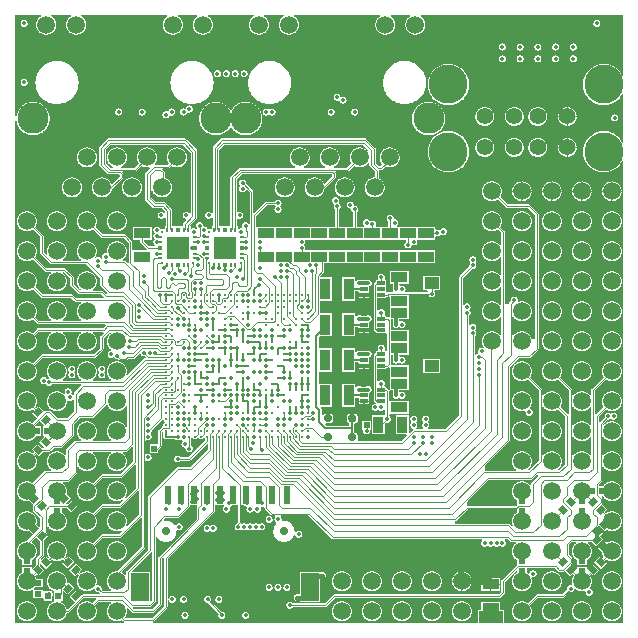
<source format=gtl>
G04*
G04 #@! TF.GenerationSoftware,Altium Limited,Altium Designer,24.5.2 (23)*
G04*
G04 Layer_Physical_Order=1*
G04 Layer_Color=6711008*
%FSLAX25Y25*%
%MOIN*%
G70*
G04*
G04 #@! TF.SameCoordinates,883B40CB-B18D-427C-8B65-5A5AB1BE87B9*
G04*
G04*
G04 #@! TF.FilePolarity,Positive*
G04*
G01*
G75*
%ADD10C,0.00787*%
%ADD25R,0.02638X0.01181*%
%ADD34R,0.05512X0.03543*%
%ADD35R,0.04724X0.03937*%
%ADD36R,0.07874X0.03937*%
%ADD37R,0.01968X0.02362*%
%ADD38R,0.05906X0.09213*%
%ADD39R,0.02362X0.05906*%
%ADD40R,0.03543X0.05512*%
G04:AMPARAMS|DCode=41|XSize=19.68mil|YSize=23.62mil|CornerRadius=0mil|HoleSize=0mil|Usage=FLASHONLY|Rotation=225.000|XOffset=0mil|YOffset=0mil|HoleType=Round|Shape=Rectangle|*
%AMROTATEDRECTD41*
4,1,4,-0.00139,0.01531,0.01531,-0.00139,0.00139,-0.01531,-0.01531,0.00139,-0.00139,0.01531,0.0*
%
%ADD41ROTATEDRECTD41*%

G04:AMPARAMS|DCode=42|XSize=19.68mil|YSize=23.62mil|CornerRadius=0mil|HoleSize=0mil|Usage=FLASHONLY|Rotation=135.000|XOffset=0mil|YOffset=0mil|HoleType=Round|Shape=Rectangle|*
%AMROTATEDRECTD42*
4,1,4,0.01531,0.00139,-0.00139,-0.01531,-0.01531,-0.00139,0.00139,0.01531,0.01531,0.00139,0.0*
%
%ADD42ROTATEDRECTD42*%

%ADD43R,0.02362X0.01968*%
%ADD44R,0.03543X0.07087*%
G04:AMPARAMS|DCode=45|XSize=23.62mil|YSize=27.56mil|CornerRadius=5.91mil|HoleSize=0mil|Usage=FLASHONLY|Rotation=270.000|XOffset=0mil|YOffset=0mil|HoleType=Round|Shape=RoundedRectangle|*
%AMROUNDEDRECTD45*
21,1,0.02362,0.01575,0,0,270.0*
21,1,0.01181,0.02756,0,0,270.0*
1,1,0.01181,-0.00787,-0.00591*
1,1,0.01181,-0.00787,0.00591*
1,1,0.01181,0.00787,0.00591*
1,1,0.01181,0.00787,-0.00591*
%
%ADD45ROUNDEDRECTD45*%
%ADD46R,0.01600X0.01800*%
%ADD47R,0.01000X0.01000*%
%ADD48R,0.07480X0.07480*%
%ADD49R,0.00800X0.01800*%
%ADD50R,0.01800X0.00800*%
%ADD51R,0.01800X0.01600*%
%ADD52C,0.00984*%
%ADD53R,0.01968X0.01968*%
%ADD54C,0.05906*%
%ADD55C,0.10354*%
%ADD57C,0.02756*%
%ADD58C,0.05512*%
%ADD59C,0.12992*%
%ADD61C,0.00327*%
%ADD62C,0.00394*%
%ADD63C,0.01968*%
%ADD64C,0.01575*%
%ADD65C,0.01378*%
%ADD66C,0.00327*%
%ADD67C,0.00470*%
%ADD68C,0.00609*%
%ADD69C,0.00469*%
%ADD70C,0.01378*%
G36*
X101378Y81126D02*
X100984Y81034D01*
X100843Y81320D01*
X100618Y81711D01*
X100367Y82086D01*
X100092Y82444D01*
X99795Y82783D01*
X99476Y83102D01*
X99137Y83400D01*
X98779Y83674D01*
X98404Y83925D01*
X98013Y84150D01*
X97609Y84350D01*
X97192Y84522D01*
X96765Y84667D01*
X96329Y84784D01*
X95887Y84872D01*
X95439Y84931D01*
X94989Y84961D01*
X94538D01*
X94088Y84931D01*
X93641Y84872D01*
X93198Y84784D01*
X92763Y84667D01*
X92336Y84522D01*
X91919Y84350D01*
X91514Y84150D01*
X91124Y83925D01*
X90749Y83674D01*
X90391Y83400D01*
X90052Y83102D01*
X89732Y82783D01*
X89435Y82444D01*
X89161Y82086D01*
X88910Y81711D01*
X88684Y81320D01*
X88485Y80916D01*
X88312Y80499D01*
X88167Y80072D01*
X88050Y79636D01*
X87962Y79194D01*
X87903Y78746D01*
X87874Y78296D01*
Y77845D01*
X87903Y77395D01*
X87962Y76948D01*
X88050Y76506D01*
X88167Y76070D01*
X88312Y75643D01*
X88485Y75226D01*
X88684Y74821D01*
X88910Y74431D01*
X89161Y74056D01*
X89435Y73698D01*
X89732Y73359D01*
X90052Y73040D01*
X90391Y72742D01*
X90749Y72467D01*
X91124Y72217D01*
X91514Y71991D01*
X91919Y71792D01*
X92336Y71619D01*
X92763Y71474D01*
X93198Y71358D01*
X93641Y71270D01*
X94088Y71211D01*
X94538Y71181D01*
X94989D01*
X95439Y71211D01*
X95887Y71270D01*
X96329Y71358D01*
X96765Y71474D01*
X97192Y71619D01*
X97609Y71792D01*
X98013Y71991D01*
X98404Y72217D01*
X98779Y72467D01*
X99137Y72742D01*
X99476Y73040D01*
X99795Y73359D01*
X100092Y73698D01*
X100367Y74056D01*
X100618Y74431D01*
X100843Y74821D01*
X100984Y75107D01*
X101378Y75015D01*
Y58764D01*
X100984Y58672D01*
X100843Y58958D01*
X100618Y59349D01*
X100367Y59724D01*
X100092Y60082D01*
X99795Y60421D01*
X99476Y60740D01*
X99137Y61037D01*
X98779Y61312D01*
X98404Y61563D01*
X98013Y61788D01*
X97609Y61988D01*
X97192Y62160D01*
X96765Y62305D01*
X96329Y62422D01*
X95887Y62510D01*
X95439Y62569D01*
X94989Y62598D01*
X94538D01*
X94088Y62569D01*
X93641Y62510D01*
X93198Y62422D01*
X92763Y62305D01*
X92336Y62160D01*
X91919Y61988D01*
X91514Y61788D01*
X91124Y61563D01*
X90749Y61312D01*
X90391Y61037D01*
X90052Y60740D01*
X89732Y60421D01*
X89435Y60082D01*
X89161Y59724D01*
X88910Y59349D01*
X88684Y58958D01*
X88485Y58554D01*
X88312Y58137D01*
X88167Y57710D01*
X88050Y57274D01*
X87962Y56832D01*
X87903Y56384D01*
X87874Y55934D01*
Y55483D01*
X87903Y55033D01*
X87962Y54586D01*
X88050Y54143D01*
X88167Y53708D01*
X88312Y53280D01*
X88485Y52864D01*
X88684Y52459D01*
X88910Y52068D01*
X89161Y51693D01*
X89435Y51336D01*
X89732Y50996D01*
X90052Y50677D01*
X90391Y50380D01*
X90749Y50105D01*
X91124Y49855D01*
X91514Y49629D01*
X91919Y49430D01*
X92336Y49257D01*
X92763Y49112D01*
X93198Y48995D01*
X93641Y48907D01*
X94088Y48848D01*
X94538Y48819D01*
X94989D01*
X95439Y48848D01*
X95887Y48907D01*
X96329Y48995D01*
X96765Y49112D01*
X97192Y49257D01*
X97609Y49430D01*
X98013Y49629D01*
X98404Y49855D01*
X98779Y50105D01*
X99137Y50380D01*
X99476Y50677D01*
X99795Y50996D01*
X100092Y51336D01*
X100367Y51693D01*
X100618Y52068D01*
X100843Y52459D01*
X100984Y52745D01*
X101378Y52653D01*
Y-101378D01*
X61417D01*
Y-97047D01*
X60236D01*
Y-94291D01*
X53937D01*
Y-97047D01*
X52756D01*
Y-101378D01*
X-55562D01*
X-55581Y-100984D01*
X-55494Y-100976D01*
X-55383Y-100942D01*
X-55281Y-100887D01*
X-55191Y-100813D01*
X-50761Y-96384D01*
X-50688Y-96294D01*
X-50633Y-96192D01*
X-50599Y-96080D01*
X-50588Y-95965D01*
Y-93842D01*
X-50194Y-93777D01*
X-50168Y-93854D01*
X-50165Y-93863D01*
X-50110Y-94031D01*
X-50026Y-94197D01*
X-49917Y-94347D01*
X-49785Y-94479D01*
X-49635Y-94588D01*
X-49469Y-94673D01*
X-49292Y-94730D01*
X-49109Y-94759D01*
X-48923D01*
X-48739Y-94730D01*
X-48562Y-94673D01*
X-48397Y-94588D01*
X-48246Y-94479D01*
X-48115Y-94347D01*
X-48006Y-94197D01*
X-47921Y-94031D01*
X-47864Y-93854D01*
X-47835Y-93671D01*
Y-93485D01*
X-47864Y-93301D01*
X-47921Y-93125D01*
X-48006Y-92959D01*
X-48115Y-92809D01*
X-48246Y-92677D01*
X-48397Y-92568D01*
X-48562Y-92483D01*
X-48739Y-92426D01*
X-48923Y-92397D01*
X-49109D01*
X-49292Y-92426D01*
X-49469Y-92483D01*
X-49635Y-92568D01*
X-49785Y-92677D01*
X-49917Y-92809D01*
X-50026Y-92959D01*
X-50110Y-93125D01*
X-50165Y-93293D01*
X-50168Y-93301D01*
X-50194Y-93379D01*
X-50588Y-93314D01*
Y-79970D01*
X-35013Y-64396D01*
X-34940Y-64306D01*
X-34885Y-64204D01*
X-34851Y-64092D01*
X-34840Y-63976D01*
Y-62518D01*
X-34646Y-62205D01*
X-31922D01*
X-31792Y-62537D01*
X-31788Y-62598D01*
X-31905Y-62715D01*
X-32014Y-62865D01*
X-32098Y-63031D01*
X-32156Y-63208D01*
X-32185Y-63391D01*
Y-63577D01*
X-32156Y-63761D01*
X-32098Y-63938D01*
X-32014Y-64103D01*
X-31905Y-64254D01*
X-31773Y-64385D01*
X-31623Y-64494D01*
X-31457Y-64579D01*
X-31280Y-64636D01*
X-31097Y-64665D01*
X-30911D01*
X-30727Y-64636D01*
X-30551Y-64579D01*
X-30385Y-64494D01*
X-30235Y-64385D01*
X-30103Y-64254D01*
X-29994Y-64103D01*
X-29909Y-63938D01*
X-29852Y-63761D01*
X-29823Y-63577D01*
Y-63391D01*
X-29852Y-63208D01*
X-29894Y-63079D01*
X-29853Y-62918D01*
X-29692Y-62658D01*
X-29673Y-62645D01*
X-29566Y-62610D01*
X-29401Y-62526D01*
X-29250Y-62417D01*
X-29119Y-62285D01*
X-29060Y-62205D01*
X-27168D01*
Y-67668D01*
X-27487Y-67986D01*
X-27560Y-68076D01*
X-27615Y-68178D01*
X-27649Y-68290D01*
X-27656Y-68365D01*
X-27686Y-68380D01*
X-27836Y-68489D01*
X-27968Y-68620D01*
X-28077Y-68771D01*
X-28161Y-68936D01*
X-28219Y-69113D01*
X-28248Y-69297D01*
Y-69483D01*
X-28219Y-69666D01*
X-28161Y-69843D01*
X-28077Y-70009D01*
X-27968Y-70159D01*
X-27836Y-70291D01*
X-27686Y-70400D01*
X-27520Y-70484D01*
X-27343Y-70542D01*
X-27160Y-70571D01*
X-26974D01*
X-26790Y-70542D01*
X-26614Y-70484D01*
X-26448Y-70400D01*
X-26358Y-70335D01*
X-26083Y-70200D01*
X-25807Y-70335D01*
X-25717Y-70400D01*
X-25552Y-70484D01*
X-25375Y-70542D01*
X-25191Y-70571D01*
X-25005D01*
X-24822Y-70542D01*
X-24645Y-70484D01*
X-24479Y-70400D01*
X-24390Y-70335D01*
X-24114Y-70200D01*
X-23839Y-70335D01*
X-23749Y-70400D01*
X-23583Y-70484D01*
X-23406Y-70542D01*
X-23223Y-70571D01*
X-23037D01*
X-22853Y-70542D01*
X-22677Y-70484D01*
X-22511Y-70400D01*
X-22421Y-70335D01*
X-22146Y-70200D01*
X-21870Y-70335D01*
X-21780Y-70400D01*
X-21615Y-70484D01*
X-21438Y-70542D01*
X-21254Y-70571D01*
X-21068D01*
X-20885Y-70542D01*
X-20708Y-70484D01*
X-20542Y-70400D01*
X-20453Y-70335D01*
X-20177Y-70200D01*
X-19902Y-70335D01*
X-19812Y-70400D01*
X-19646Y-70484D01*
X-19469Y-70542D01*
X-19286Y-70571D01*
X-19100D01*
X-18916Y-70542D01*
X-18740Y-70484D01*
X-18574Y-70400D01*
X-18424Y-70291D01*
X-18292Y-70159D01*
X-18183Y-70009D01*
X-18098Y-69843D01*
X-18041Y-69666D01*
X-18012Y-69483D01*
Y-69297D01*
X-18041Y-69113D01*
X-18098Y-68936D01*
X-18183Y-68771D01*
X-18292Y-68620D01*
X-18424Y-68489D01*
X-18574Y-68380D01*
X-18740Y-68295D01*
X-18916Y-68238D01*
X-19100Y-68209D01*
X-19286D01*
X-19469Y-68238D01*
X-19646Y-68295D01*
X-19812Y-68380D01*
X-19902Y-68445D01*
X-20177Y-68580D01*
X-20453Y-68445D01*
X-20542Y-68380D01*
X-20708Y-68295D01*
X-20885Y-68238D01*
X-21068Y-68209D01*
X-21254D01*
X-21438Y-68238D01*
X-21615Y-68295D01*
X-21780Y-68380D01*
X-21870Y-68445D01*
X-22146Y-68580D01*
X-22421Y-68445D01*
X-22511Y-68380D01*
X-22677Y-68295D01*
X-22853Y-68238D01*
X-23037Y-68209D01*
X-23223D01*
X-23406Y-68238D01*
X-23583Y-68295D01*
X-23749Y-68380D01*
X-23839Y-68445D01*
X-24114Y-68580D01*
X-24390Y-68445D01*
X-24479Y-68380D01*
X-24645Y-68295D01*
X-24822Y-68238D01*
X-25005Y-68209D01*
X-25191D01*
X-25375Y-68238D01*
X-25552Y-68295D01*
X-25717Y-68380D01*
X-25971Y-68184D01*
X-26018Y-68111D01*
X-25993Y-68029D01*
X-25981Y-67913D01*
Y-62205D01*
X-25074D01*
X-25015Y-62285D01*
X-24884Y-62417D01*
X-24733Y-62526D01*
X-24567Y-62610D01*
X-24461Y-62645D01*
X-24442Y-62658D01*
X-24281Y-62918D01*
X-24240Y-63079D01*
X-24282Y-63208D01*
X-24311Y-63391D01*
Y-63577D01*
X-24282Y-63761D01*
X-24225Y-63938D01*
X-24140Y-64103D01*
X-24031Y-64254D01*
X-23899Y-64385D01*
X-23749Y-64494D01*
X-23583Y-64579D01*
X-23406Y-64636D01*
X-23223Y-64665D01*
X-23037D01*
X-22853Y-64636D01*
X-22677Y-64579D01*
X-22511Y-64494D01*
X-22361Y-64385D01*
X-22229Y-64254D01*
X-22120Y-64103D01*
X-22116Y-64096D01*
X-21683D01*
X-21679Y-64103D01*
X-21570Y-64254D01*
X-21439Y-64385D01*
X-21288Y-64494D01*
X-21123Y-64579D01*
X-20946Y-64636D01*
X-20762Y-64665D01*
X-20576D01*
X-20393Y-64636D01*
X-20216Y-64579D01*
X-20050Y-64494D01*
X-19900Y-64385D01*
X-19768Y-64254D01*
X-19659Y-64103D01*
X-19575Y-63938D01*
X-19517Y-63761D01*
X-19488Y-63577D01*
Y-63391D01*
X-19517Y-63208D01*
X-19575Y-63031D01*
X-19574Y-63027D01*
X-19305Y-62694D01*
X-19286Y-62697D01*
X-19100D01*
X-18916Y-62668D01*
X-18740Y-62610D01*
X-18704Y-62592D01*
X-18378Y-62745D01*
X-18310Y-62821D01*
Y-62992D01*
X-18299Y-63108D01*
X-18265Y-63219D01*
X-18210Y-63322D01*
X-18136Y-63412D01*
X-16168Y-65380D01*
X-16078Y-65454D01*
X-15975Y-65509D01*
X-15864Y-65543D01*
X-15748Y-65554D01*
X-14719D01*
X-14660Y-65627D01*
X-14549Y-66028D01*
X-14680Y-66160D01*
X-14790Y-66310D01*
X-14874Y-66476D01*
X-14931Y-66653D01*
X-14961Y-66836D01*
Y-67022D01*
X-14931Y-67206D01*
X-14874Y-67383D01*
X-14790Y-67548D01*
X-14680Y-67699D01*
X-14549Y-67830D01*
X-14425Y-67920D01*
X-14395Y-67961D01*
X-14340Y-68354D01*
X-14354Y-68398D01*
X-14426Y-68470D01*
X-14625Y-68707D01*
X-14802Y-68960D01*
X-14957Y-69229D01*
X-15088Y-69509D01*
X-15193Y-69800D01*
X-15274Y-70099D01*
X-15327Y-70403D01*
X-15354Y-70711D01*
Y-71021D01*
X-15327Y-71329D01*
X-15274Y-71634D01*
X-15193Y-71933D01*
X-15088Y-72223D01*
X-14957Y-72504D01*
X-14802Y-72772D01*
X-14625Y-73025D01*
X-14426Y-73262D01*
X-14207Y-73481D01*
X-13970Y-73680D01*
X-13717Y-73857D01*
X-13449Y-74012D01*
X-13168Y-74143D01*
X-12878Y-74249D01*
X-12579Y-74329D01*
X-12274Y-74383D01*
X-11966Y-74409D01*
X-11656D01*
X-11348Y-74383D01*
X-11043Y-74329D01*
X-10745Y-74249D01*
X-10454Y-74143D01*
X-10173Y-74012D01*
X-9905Y-73857D01*
X-9652Y-73680D01*
X-9415Y-73481D01*
X-9196Y-73262D01*
X-8997Y-73025D01*
X-8820Y-72772D01*
X-8665Y-72504D01*
X-8534Y-72223D01*
X-8458Y-72014D01*
X-8179Y-72007D01*
X-8055Y-72043D01*
X-8042Y-72127D01*
X-7984Y-72304D01*
X-7900Y-72469D01*
X-7791Y-72620D01*
X-7659Y-72751D01*
X-7509Y-72861D01*
X-7343Y-72945D01*
X-7166Y-73002D01*
X-6983Y-73032D01*
X-6797D01*
X-6613Y-73002D01*
X-6436Y-72945D01*
X-6271Y-72861D01*
X-6120Y-72751D01*
X-5989Y-72620D01*
X-5880Y-72469D01*
X-5795Y-72304D01*
X-5738Y-72127D01*
X-5709Y-71943D01*
Y-71757D01*
X-5738Y-71574D01*
X-5795Y-71397D01*
X-5880Y-71231D01*
X-5989Y-71081D01*
X-6120Y-70950D01*
X-6271Y-70840D01*
X-6436Y-70756D01*
X-6613Y-70698D01*
X-6797Y-70669D01*
X-6983D01*
X-7166Y-70698D01*
X-7343Y-70756D01*
X-7509Y-70840D01*
X-7659Y-70950D01*
X-7791Y-71081D01*
X-7900Y-71231D01*
X-8275Y-71100D01*
X-8268Y-71021D01*
Y-70711D01*
X-8295Y-70403D01*
X-8348Y-70099D01*
X-8428Y-69800D01*
X-8534Y-69509D01*
X-8665Y-69229D01*
X-8820Y-68960D01*
X-8997Y-68707D01*
X-9196Y-68470D01*
X-9415Y-68251D01*
X-9652Y-68052D01*
X-9905Y-67875D01*
X-10173Y-67720D01*
X-10454Y-67589D01*
X-10745Y-67484D01*
X-11043Y-67404D01*
X-11348Y-67350D01*
X-11656Y-67323D01*
X-11966D01*
X-12274Y-67350D01*
X-12306Y-67337D01*
X-12597Y-67024D01*
X-12598Y-67007D01*
Y-66836D01*
X-12628Y-66653D01*
X-12685Y-66476D01*
X-12769Y-66310D01*
X-12879Y-66160D01*
X-13010Y-66028D01*
X-12899Y-65627D01*
X-12840Y-65554D01*
X-3691D01*
X4010Y-73254D01*
X4100Y-73328D01*
X4202Y-73383D01*
X4313Y-73417D01*
X4429Y-73428D01*
X54179D01*
X54238Y-73501D01*
X54349Y-73902D01*
X54217Y-74034D01*
X54108Y-74184D01*
X54023Y-74350D01*
X53966Y-74527D01*
X53937Y-74710D01*
Y-74896D01*
X53966Y-75080D01*
X54023Y-75257D01*
X54108Y-75422D01*
X54217Y-75573D01*
X54349Y-75704D01*
X54499Y-75813D01*
X54665Y-75898D01*
X54842Y-75955D01*
X55025Y-75984D01*
X55211D01*
X55395Y-75955D01*
X55572Y-75898D01*
X55737Y-75813D01*
X55827Y-75748D01*
X56102Y-75613D01*
X56378Y-75748D01*
X56468Y-75813D01*
X56633Y-75898D01*
X56810Y-75955D01*
X56994Y-75984D01*
X57180D01*
X57363Y-75955D01*
X57540Y-75898D01*
X57706Y-75813D01*
X57795Y-75748D01*
X58071Y-75613D01*
X58346Y-75748D01*
X58436Y-75813D01*
X58602Y-75898D01*
X58779Y-75955D01*
X58962Y-75984D01*
X59148D01*
X59332Y-75955D01*
X59509Y-75898D01*
X59674Y-75813D01*
X59764Y-75748D01*
X60039Y-75613D01*
X60315Y-75748D01*
X60405Y-75813D01*
X60570Y-75898D01*
X60747Y-75955D01*
X60931Y-75984D01*
X61117D01*
X61300Y-75955D01*
X61477Y-75898D01*
X61643Y-75813D01*
X61793Y-75704D01*
X61924Y-75573D01*
X62034Y-75422D01*
X62118Y-75257D01*
X62176Y-75080D01*
X62205Y-74896D01*
Y-74710D01*
X62176Y-74527D01*
X62118Y-74350D01*
X62034Y-74184D01*
X61924Y-74034D01*
X61793Y-73902D01*
X61904Y-73501D01*
X61963Y-73428D01*
X62746D01*
X63488Y-74170D01*
X63578Y-74243D01*
X63680Y-74298D01*
X63792Y-74332D01*
X63907Y-74343D01*
X65496D01*
X65528Y-74395D01*
X65611Y-74737D01*
X65461Y-74843D01*
X65237Y-75030D01*
X65030Y-75237D01*
X64843Y-75461D01*
X64675Y-75700D01*
X64529Y-75953D01*
X64405Y-76218D01*
X64305Y-76493D01*
X64230Y-76775D01*
X64179Y-77063D01*
X64154Y-77354D01*
Y-77646D01*
X64179Y-77937D01*
X64230Y-78225D01*
X64305Y-78507D01*
X64405Y-78782D01*
X64529Y-79047D01*
X64675Y-79300D01*
X64843Y-79539D01*
X65030Y-79763D01*
X65237Y-79970D01*
X65461Y-80158D01*
X65700Y-80325D01*
X65925Y-80455D01*
Y-82004D01*
X65920Y-82007D01*
X65830Y-82080D01*
X60830Y-87080D01*
X60757Y-87170D01*
X60702Y-87273D01*
X60668Y-87384D01*
X60657Y-87500D01*
Y-91004D01*
X59754Y-91907D01*
X4941D01*
X4825Y-91918D01*
X4714Y-91952D01*
X4611Y-92007D01*
X4521Y-92080D01*
X1723Y-94879D01*
X-8819D01*
X-8832Y-94853D01*
X-8942Y-94703D01*
X-9073Y-94572D01*
X-9223Y-94462D01*
X-9389Y-94378D01*
X-9566Y-94320D01*
X-9750Y-94291D01*
X-9935D01*
X-10119Y-94320D01*
X-10296Y-94378D01*
X-10462Y-94462D01*
X-10612Y-94572D01*
X-10743Y-94703D01*
X-10853Y-94853D01*
X-10937Y-95019D01*
X-10994Y-95196D01*
X-11024Y-95380D01*
Y-95565D01*
X-10994Y-95749D01*
X-10937Y-95926D01*
X-10853Y-96092D01*
X-10743Y-96242D01*
X-10612Y-96373D01*
X-10462Y-96483D01*
X-10296Y-96567D01*
X-10119Y-96624D01*
X-9935Y-96653D01*
X-9750D01*
X-9566Y-96624D01*
X-9389Y-96567D01*
X-9223Y-96483D01*
X-9073Y-96373D01*
X-8942Y-96242D01*
X-8832Y-96092D01*
X-8819Y-96066D01*
X1969D01*
X2084Y-96054D01*
X2196Y-96021D01*
X2298Y-95966D01*
X2388Y-95892D01*
X5187Y-93093D01*
X60000D01*
X60116Y-93082D01*
X60227Y-93048D01*
X60330Y-92993D01*
X60420Y-92920D01*
X61670Y-91670D01*
X61743Y-91580D01*
X61798Y-91477D01*
X61832Y-91366D01*
X61843Y-91250D01*
Y-87746D01*
X65561Y-84028D01*
X65925Y-84178D01*
Y-84545D01*
X65700Y-84675D01*
X65461Y-84843D01*
X65237Y-85030D01*
X65030Y-85237D01*
X64843Y-85461D01*
X64675Y-85700D01*
X64529Y-85953D01*
X64405Y-86218D01*
X64305Y-86493D01*
X64230Y-86775D01*
X64179Y-87063D01*
X64154Y-87354D01*
Y-87646D01*
X64179Y-87937D01*
X64230Y-88225D01*
X64305Y-88507D01*
X64405Y-88782D01*
X64529Y-89047D01*
X64675Y-89300D01*
X64843Y-89539D01*
X65030Y-89763D01*
X65237Y-89970D01*
X65461Y-90158D01*
X65700Y-90325D01*
X65953Y-90471D01*
X66218Y-90595D01*
X66493Y-90695D01*
X66775Y-90770D01*
X67063Y-90821D01*
X67354Y-90847D01*
X67646D01*
X67937Y-90821D01*
X68225Y-90770D01*
X68507Y-90695D01*
X68782Y-90595D01*
X69047Y-90471D01*
X69300Y-90325D01*
X69539Y-90158D01*
X69763Y-89970D01*
X69970Y-89763D01*
X70157Y-89539D01*
X70325Y-89300D01*
X70471Y-89047D01*
X70595Y-88782D01*
X70695Y-88507D01*
X70770Y-88225D01*
X70821Y-87937D01*
X70846Y-87646D01*
Y-87354D01*
X70821Y-87063D01*
X70770Y-86775D01*
X70695Y-86493D01*
X70688Y-86473D01*
X70973Y-86152D01*
X71157Y-86181D01*
X71343D01*
X71527Y-86152D01*
X71703Y-86095D01*
X71869Y-86010D01*
X72019Y-85901D01*
X72151Y-85769D01*
X72260Y-85619D01*
X72345Y-85453D01*
X72402Y-85277D01*
X72431Y-85093D01*
Y-84907D01*
X72402Y-84723D01*
X72345Y-84547D01*
X72260Y-84381D01*
X72151Y-84231D01*
X72019Y-84099D01*
X71869Y-83990D01*
X71703Y-83905D01*
X71527Y-83848D01*
X71343Y-83819D01*
X71157D01*
X70973Y-83848D01*
X70797Y-83905D01*
X70631Y-83990D01*
X70481Y-84099D01*
X70349Y-84231D01*
X70240Y-84381D01*
X70155Y-84547D01*
X70098Y-84723D01*
X70086Y-84797D01*
X69942Y-84901D01*
X69859Y-84934D01*
X69675Y-84957D01*
X69539Y-84843D01*
X69300Y-84675D01*
X69075Y-84545D01*
Y-83093D01*
X78504D01*
X79580Y-84170D01*
X79670Y-84243D01*
X79773Y-84298D01*
X79884Y-84332D01*
X80000Y-84343D01*
X81250D01*
X81366Y-84332D01*
X81477Y-84298D01*
X81580Y-84243D01*
X81670Y-84170D01*
X81806Y-84033D01*
X83614Y-85841D01*
X84307Y-85147D01*
X84752Y-85591D01*
X84675Y-85700D01*
X84529Y-85953D01*
X84405Y-86218D01*
X84305Y-86493D01*
X84230Y-86775D01*
X84179Y-87063D01*
X84154Y-87354D01*
Y-87646D01*
X84179Y-87937D01*
X84230Y-88225D01*
X84305Y-88507D01*
X84313Y-88527D01*
X84027Y-88848D01*
X83843Y-88819D01*
X83657D01*
X83473Y-88848D01*
X83297Y-88905D01*
X83131Y-88990D01*
X82981Y-89099D01*
X82849Y-89231D01*
X82740Y-89381D01*
X82655Y-89547D01*
X82598Y-89723D01*
X82569Y-89907D01*
Y-90093D01*
X82598Y-90277D01*
X82607Y-90304D01*
X81004Y-91907D01*
X72500D01*
X72384Y-91918D01*
X72273Y-91952D01*
X72170Y-92007D01*
X72080Y-92080D01*
X69409Y-94752D01*
X69300Y-94675D01*
X69047Y-94529D01*
X68782Y-94405D01*
X68507Y-94305D01*
X68225Y-94230D01*
X67937Y-94179D01*
X67646Y-94154D01*
X67354D01*
X67063Y-94179D01*
X66775Y-94230D01*
X66493Y-94305D01*
X66218Y-94405D01*
X65953Y-94529D01*
X65700Y-94675D01*
X65461Y-94843D01*
X65237Y-95030D01*
X65030Y-95237D01*
X64843Y-95461D01*
X64675Y-95700D01*
X64529Y-95953D01*
X64405Y-96218D01*
X64305Y-96493D01*
X64230Y-96775D01*
X64179Y-97063D01*
X64154Y-97354D01*
Y-97646D01*
X64179Y-97937D01*
X64230Y-98225D01*
X64305Y-98507D01*
X64405Y-98782D01*
X64529Y-99047D01*
X64675Y-99300D01*
X64843Y-99539D01*
X65030Y-99763D01*
X65237Y-99970D01*
X65461Y-100157D01*
X65700Y-100325D01*
X65953Y-100471D01*
X66218Y-100595D01*
X66493Y-100695D01*
X66775Y-100770D01*
X67063Y-100821D01*
X67354Y-100847D01*
X67646D01*
X67937Y-100821D01*
X68225Y-100770D01*
X68507Y-100695D01*
X68782Y-100595D01*
X69047Y-100471D01*
X69300Y-100325D01*
X69539Y-100157D01*
X69763Y-99970D01*
X69970Y-99763D01*
X70157Y-99539D01*
X70325Y-99300D01*
X70471Y-99047D01*
X70595Y-98782D01*
X70695Y-98507D01*
X70770Y-98225D01*
X70821Y-97937D01*
X70846Y-97646D01*
Y-97354D01*
X70821Y-97063D01*
X70770Y-96775D01*
X70695Y-96493D01*
X70595Y-96218D01*
X70471Y-95953D01*
X70325Y-95700D01*
X70248Y-95591D01*
X72746Y-93093D01*
X81250D01*
X81366Y-93082D01*
X81477Y-93048D01*
X81580Y-92993D01*
X81670Y-92920D01*
X83446Y-91143D01*
X83473Y-91152D01*
X83657Y-91181D01*
X83843D01*
X84027Y-91152D01*
X84203Y-91095D01*
X84369Y-91010D01*
X84519Y-90901D01*
X84651Y-90769D01*
X84760Y-90619D01*
X84845Y-90453D01*
X84902Y-90277D01*
X84914Y-90203D01*
X85058Y-90099D01*
X85141Y-90066D01*
X85325Y-90043D01*
X85461Y-90158D01*
X85700Y-90325D01*
X85953Y-90471D01*
X86218Y-90595D01*
X86493Y-90695D01*
X86775Y-90770D01*
X87063Y-90821D01*
X87354Y-90847D01*
X87646D01*
X87937Y-90821D01*
X88225Y-90770D01*
X88507Y-90695D01*
X88527Y-90688D01*
X88848Y-90974D01*
X88819Y-91157D01*
Y-91343D01*
X88848Y-91527D01*
X88905Y-91703D01*
X88990Y-91869D01*
X89099Y-92019D01*
X89231Y-92151D01*
X89381Y-92260D01*
X89547Y-92345D01*
X89723Y-92402D01*
X89907Y-92431D01*
X90093D01*
X90277Y-92402D01*
X90453Y-92345D01*
X90619Y-92260D01*
X90769Y-92151D01*
X90901Y-92019D01*
X91010Y-91869D01*
X91095Y-91703D01*
X91152Y-91527D01*
X91181Y-91343D01*
Y-91157D01*
X91152Y-90973D01*
X91095Y-90797D01*
X91010Y-90631D01*
X90901Y-90481D01*
X90769Y-90349D01*
X90619Y-90240D01*
X90453Y-90155D01*
X90277Y-90098D01*
X90203Y-90086D01*
X90099Y-89942D01*
X90066Y-89859D01*
X90043Y-89675D01*
X90158Y-89539D01*
X90325Y-89300D01*
X90471Y-89047D01*
X90595Y-88782D01*
X90695Y-88507D01*
X90770Y-88225D01*
X90821Y-87937D01*
X90847Y-87646D01*
Y-87354D01*
X90821Y-87063D01*
X90770Y-86775D01*
X90695Y-86493D01*
X90595Y-86218D01*
X90471Y-85953D01*
X90325Y-85700D01*
X90248Y-85591D01*
X90693Y-85147D01*
X91386Y-85841D01*
X93335Y-83892D01*
X91108Y-81665D01*
X89468Y-83304D01*
X89075Y-83141D01*
Y-82894D01*
X85925D01*
Y-83141D01*
X85532Y-83304D01*
X84033Y-81806D01*
X84170Y-81670D01*
X84243Y-81580D01*
X84298Y-81477D01*
X84332Y-81366D01*
X84343Y-81250D01*
Y-80000D01*
X84332Y-79884D01*
X84298Y-79773D01*
X84243Y-79670D01*
X84170Y-79580D01*
X83093Y-78504D01*
Y-75246D01*
X83999Y-74341D01*
X85498D01*
X85545Y-74418D01*
X85615Y-74734D01*
X85461Y-74843D01*
X85237Y-75030D01*
X85030Y-75237D01*
X84843Y-75461D01*
X84675Y-75700D01*
X84529Y-75953D01*
X84405Y-76218D01*
X84305Y-76493D01*
X84230Y-76775D01*
X84179Y-77063D01*
X84154Y-77354D01*
Y-77646D01*
X84179Y-77937D01*
X84230Y-78225D01*
X84305Y-78507D01*
X84405Y-78782D01*
X84529Y-79047D01*
X84675Y-79300D01*
X84843Y-79539D01*
X85030Y-79763D01*
X85237Y-79970D01*
X85461Y-80158D01*
X85700Y-80325D01*
X85925Y-80455D01*
Y-82106D01*
X89075D01*
Y-80455D01*
X89300Y-80325D01*
X89539Y-80158D01*
X89763Y-79970D01*
X89970Y-79763D01*
X90158Y-79539D01*
X90325Y-79300D01*
X90471Y-79047D01*
X90595Y-78782D01*
X90695Y-78507D01*
X90770Y-78225D01*
X90821Y-77937D01*
X90847Y-77646D01*
Y-77354D01*
X90821Y-77063D01*
X90770Y-76775D01*
X90695Y-76493D01*
X90595Y-76218D01*
X90471Y-75953D01*
X90325Y-75700D01*
X90158Y-75461D01*
X89970Y-75237D01*
X89763Y-75030D01*
X89539Y-74843D01*
X89385Y-74734D01*
X89455Y-74418D01*
X89502Y-74341D01*
X90864D01*
X92358Y-75835D01*
X94585Y-73608D01*
X93666Y-72689D01*
X93681Y-72593D01*
Y-72407D01*
X93666Y-72311D01*
X94585Y-71392D01*
X92641Y-69448D01*
X92920Y-69170D01*
X93281Y-69091D01*
X93380Y-69095D01*
X93413Y-69106D01*
X95142Y-70835D01*
X95672Y-70305D01*
X95700Y-70325D01*
X95953Y-70471D01*
X96218Y-70595D01*
X96493Y-70695D01*
X96775Y-70770D01*
X97063Y-70821D01*
X97354Y-70846D01*
X97646D01*
X97937Y-70821D01*
X98225Y-70770D01*
X98507Y-70695D01*
X98782Y-70595D01*
X99047Y-70471D01*
X99300Y-70325D01*
X99539Y-70157D01*
X99763Y-69970D01*
X99970Y-69763D01*
X100157Y-69539D01*
X100325Y-69300D01*
X100471Y-69047D01*
X100595Y-68782D01*
X100695Y-68507D01*
X100770Y-68225D01*
X100821Y-67937D01*
X100847Y-67646D01*
Y-67354D01*
X100821Y-67063D01*
X100770Y-66775D01*
X100695Y-66493D01*
X100595Y-66218D01*
X100471Y-65953D01*
X100325Y-65700D01*
X100157Y-65461D01*
X99970Y-65237D01*
X99763Y-65030D01*
X99539Y-64843D01*
X99300Y-64675D01*
X99047Y-64529D01*
X98782Y-64405D01*
X98507Y-64305D01*
X98225Y-64230D01*
X97937Y-64179D01*
X97646Y-64154D01*
X97354D01*
X97063Y-64179D01*
X96775Y-64230D01*
X96493Y-64305D01*
X96218Y-64405D01*
X95953Y-64529D01*
X95700Y-64675D01*
X95591Y-64752D01*
X95147Y-64307D01*
X95841Y-63614D01*
X94033Y-61806D01*
X94170Y-61670D01*
X94243Y-61580D01*
X94298Y-61477D01*
X94332Y-61366D01*
X94343Y-61250D01*
Y-60000D01*
X94332Y-59884D01*
X94298Y-59773D01*
X94243Y-59670D01*
X94170Y-59580D01*
X94028Y-59439D01*
X94178Y-59075D01*
X94545D01*
X94675Y-59300D01*
X94843Y-59539D01*
X95030Y-59763D01*
X95237Y-59970D01*
X95461Y-60158D01*
X95700Y-60325D01*
X95953Y-60471D01*
X96218Y-60595D01*
X96493Y-60695D01*
X96775Y-60770D01*
X97063Y-60821D01*
X97354Y-60847D01*
X97646D01*
X97937Y-60821D01*
X98225Y-60770D01*
X98507Y-60695D01*
X98782Y-60595D01*
X99047Y-60471D01*
X99300Y-60325D01*
X99539Y-60158D01*
X99763Y-59970D01*
X99970Y-59763D01*
X100157Y-59539D01*
X100325Y-59300D01*
X100471Y-59047D01*
X100595Y-58782D01*
X100695Y-58507D01*
X100770Y-58225D01*
X100821Y-57937D01*
X100847Y-57646D01*
Y-57354D01*
X100821Y-57063D01*
X100770Y-56775D01*
X100695Y-56493D01*
X100595Y-56218D01*
X100471Y-55953D01*
X100325Y-55700D01*
X100157Y-55461D01*
X99970Y-55237D01*
X99763Y-55030D01*
X99539Y-54843D01*
X99300Y-54675D01*
X99047Y-54529D01*
X98782Y-54405D01*
X98507Y-54305D01*
X98225Y-54230D01*
X97937Y-54179D01*
X97646Y-54154D01*
X97354D01*
X97063Y-54179D01*
X96775Y-54230D01*
X96493Y-54305D01*
X96218Y-54405D01*
X95953Y-54529D01*
X95700Y-54675D01*
X95461Y-54843D01*
X95237Y-55030D01*
X95030Y-55237D01*
X94843Y-55461D01*
X94675Y-55700D01*
X94545Y-55925D01*
X93093D01*
Y-55246D01*
X94170Y-54170D01*
X94243Y-54080D01*
X94298Y-53977D01*
X94332Y-53866D01*
X94343Y-53750D01*
Y-49504D01*
X94395Y-49472D01*
X94737Y-49389D01*
X94843Y-49539D01*
X95030Y-49763D01*
X95237Y-49970D01*
X95461Y-50157D01*
X95700Y-50325D01*
X95953Y-50471D01*
X96218Y-50595D01*
X96493Y-50695D01*
X96775Y-50770D01*
X97063Y-50821D01*
X97354Y-50846D01*
X97646D01*
X97937Y-50821D01*
X98225Y-50770D01*
X98507Y-50695D01*
X98782Y-50595D01*
X99047Y-50471D01*
X99300Y-50325D01*
X99539Y-50157D01*
X99763Y-49970D01*
X99970Y-49763D01*
X100157Y-49539D01*
X100325Y-49300D01*
X100471Y-49047D01*
X100595Y-48782D01*
X100695Y-48507D01*
X100770Y-48225D01*
X100821Y-47937D01*
X100847Y-47646D01*
Y-47354D01*
X100821Y-47063D01*
X100770Y-46775D01*
X100695Y-46493D01*
X100595Y-46218D01*
X100471Y-45953D01*
X100325Y-45700D01*
X100157Y-45461D01*
X99970Y-45237D01*
X99763Y-45030D01*
X99539Y-44843D01*
X99300Y-44675D01*
X99047Y-44529D01*
X98782Y-44405D01*
X98507Y-44305D01*
X98225Y-44230D01*
X97937Y-44179D01*
X97646Y-44154D01*
X97354D01*
X97063Y-44179D01*
X96775Y-44230D01*
X96493Y-44305D01*
X96218Y-44405D01*
X95953Y-44529D01*
X95700Y-44675D01*
X95461Y-44843D01*
X95237Y-45030D01*
X95030Y-45237D01*
X94843Y-45461D01*
X94737Y-45612D01*
X94395Y-45528D01*
X94343Y-45496D01*
Y-39504D01*
X94395Y-39472D01*
X94737Y-39389D01*
X94843Y-39539D01*
X95030Y-39763D01*
X95237Y-39970D01*
X95461Y-40157D01*
X95700Y-40325D01*
X95953Y-40471D01*
X96218Y-40595D01*
X96493Y-40695D01*
X96775Y-40770D01*
X97063Y-40821D01*
X97354Y-40846D01*
X97646D01*
X97937Y-40821D01*
X98225Y-40770D01*
X98507Y-40695D01*
X98782Y-40595D01*
X99047Y-40471D01*
X99300Y-40325D01*
X99539Y-40157D01*
X99763Y-39970D01*
X99970Y-39763D01*
X100157Y-39539D01*
X100325Y-39300D01*
X100471Y-39047D01*
X100595Y-38782D01*
X100695Y-38507D01*
X100770Y-38225D01*
X100821Y-37937D01*
X100847Y-37646D01*
Y-37354D01*
X100821Y-37063D01*
X100770Y-36775D01*
X100695Y-36493D01*
X100595Y-36218D01*
X100471Y-35953D01*
X100325Y-35700D01*
X100157Y-35461D01*
X99970Y-35237D01*
X99763Y-35030D01*
X99539Y-34843D01*
X99300Y-34675D01*
X99047Y-34529D01*
X98782Y-34405D01*
X98507Y-34305D01*
X98225Y-34230D01*
X97937Y-34179D01*
X97646Y-34154D01*
X97354D01*
X97063Y-34179D01*
X96775Y-34230D01*
X96493Y-34305D01*
X96218Y-34405D01*
X95953Y-34529D01*
X95700Y-34675D01*
X95461Y-34843D01*
X95237Y-35030D01*
X95030Y-35237D01*
X94898Y-35395D01*
X94659Y-35384D01*
X94472Y-35304D01*
X94441Y-35175D01*
X94445Y-35144D01*
X95946Y-33643D01*
X95973Y-33652D01*
X96157Y-33681D01*
X96343D01*
X96527Y-33652D01*
X96703Y-33595D01*
X96869Y-33510D01*
X97019Y-33401D01*
X97188Y-33293D01*
X97356Y-33401D01*
X97506Y-33510D01*
X97672Y-33595D01*
X97848Y-33652D01*
X98032Y-33681D01*
X98218D01*
X98402Y-33652D01*
X98578Y-33595D01*
X98744Y-33510D01*
X98894Y-33401D01*
X99026Y-33269D01*
X99135Y-33119D01*
X99220Y-32953D01*
X99277Y-32777D01*
X99306Y-32593D01*
Y-32407D01*
X99277Y-32223D01*
X99220Y-32047D01*
X99135Y-31881D01*
X99026Y-31731D01*
X98894Y-31599D01*
X98744Y-31490D01*
X98578Y-31405D01*
X98402Y-31348D01*
X98218Y-31319D01*
X98032D01*
X97848Y-31348D01*
X97672Y-31405D01*
X97506Y-31490D01*
X97356Y-31599D01*
X97188Y-31707D01*
X97019Y-31599D01*
X96869Y-31490D01*
X96703Y-31405D01*
X96527Y-31348D01*
X96343Y-31319D01*
X96157D01*
X95973Y-31348D01*
X95797Y-31405D01*
X95631Y-31490D01*
X95481Y-31599D01*
X95349Y-31731D01*
X95240Y-31881D01*
X95155Y-32047D01*
X95098Y-32223D01*
X95069Y-32407D01*
Y-32593D01*
X95098Y-32777D01*
X95107Y-32804D01*
X93487Y-34424D01*
X93093Y-34261D01*
Y-32746D01*
X95591Y-30248D01*
X95700Y-30325D01*
X95953Y-30471D01*
X96218Y-30595D01*
X96493Y-30695D01*
X96775Y-30770D01*
X97063Y-30821D01*
X97354Y-30847D01*
X97646D01*
X97937Y-30821D01*
X98225Y-30770D01*
X98507Y-30695D01*
X98782Y-30595D01*
X99047Y-30471D01*
X99300Y-30325D01*
X99539Y-30158D01*
X99763Y-29970D01*
X99970Y-29763D01*
X100157Y-29539D01*
X100325Y-29300D01*
X100471Y-29047D01*
X100595Y-28782D01*
X100695Y-28507D01*
X100770Y-28225D01*
X100821Y-27937D01*
X100847Y-27646D01*
Y-27354D01*
X100821Y-27063D01*
X100770Y-26775D01*
X100695Y-26493D01*
X100595Y-26218D01*
X100471Y-25953D01*
X100325Y-25700D01*
X100157Y-25461D01*
X99970Y-25237D01*
X99763Y-25030D01*
X99539Y-24843D01*
X99300Y-24675D01*
X99047Y-24529D01*
X98782Y-24405D01*
X98507Y-24305D01*
X98225Y-24230D01*
X97937Y-24179D01*
X97646Y-24154D01*
X97354D01*
X97063Y-24179D01*
X96775Y-24230D01*
X96493Y-24305D01*
X96218Y-24405D01*
X95953Y-24529D01*
X95700Y-24675D01*
X95461Y-24843D01*
X95237Y-25030D01*
X95030Y-25237D01*
X94843Y-25461D01*
X94675Y-25700D01*
X94529Y-25953D01*
X94405Y-26218D01*
X94305Y-26493D01*
X94230Y-26775D01*
X94179Y-27063D01*
X94154Y-27354D01*
Y-27646D01*
X94179Y-27937D01*
X94230Y-28225D01*
X94305Y-28507D01*
X94405Y-28782D01*
X94529Y-29047D01*
X94675Y-29300D01*
X94752Y-29409D01*
X92237Y-31924D01*
X91843Y-31761D01*
Y-23996D01*
X95591Y-20248D01*
X95700Y-20325D01*
X95953Y-20471D01*
X96218Y-20595D01*
X96493Y-20695D01*
X96775Y-20770D01*
X97063Y-20821D01*
X97354Y-20846D01*
X97646D01*
X97937Y-20821D01*
X98225Y-20770D01*
X98507Y-20695D01*
X98782Y-20595D01*
X99047Y-20471D01*
X99300Y-20325D01*
X99539Y-20157D01*
X99763Y-19970D01*
X99970Y-19763D01*
X100157Y-19539D01*
X100325Y-19300D01*
X100471Y-19047D01*
X100595Y-18782D01*
X100695Y-18507D01*
X100770Y-18225D01*
X100821Y-17937D01*
X100847Y-17646D01*
Y-17354D01*
X100821Y-17063D01*
X100770Y-16775D01*
X100695Y-16493D01*
X100595Y-16218D01*
X100471Y-15953D01*
X100325Y-15700D01*
X100157Y-15461D01*
X99970Y-15237D01*
X99763Y-15030D01*
X99539Y-14843D01*
X99300Y-14675D01*
X99047Y-14529D01*
X98782Y-14405D01*
X98507Y-14305D01*
X98225Y-14230D01*
X97937Y-14179D01*
X97646Y-14154D01*
X97354D01*
X97063Y-14179D01*
X96775Y-14230D01*
X96493Y-14305D01*
X96218Y-14405D01*
X95953Y-14529D01*
X95700Y-14675D01*
X95461Y-14843D01*
X95237Y-15030D01*
X95030Y-15237D01*
X94843Y-15461D01*
X94675Y-15700D01*
X94529Y-15953D01*
X94405Y-16218D01*
X94305Y-16493D01*
X94230Y-16775D01*
X94179Y-17063D01*
X94154Y-17354D01*
Y-17646D01*
X94179Y-17937D01*
X94230Y-18225D01*
X94305Y-18507D01*
X94405Y-18782D01*
X94529Y-19047D01*
X94675Y-19300D01*
X94752Y-19409D01*
X90830Y-23330D01*
X90757Y-23420D01*
X90702Y-23523D01*
X90668Y-23634D01*
X90657Y-23750D01*
Y-25496D01*
X90605Y-25528D01*
X90263Y-25611D01*
X90158Y-25461D01*
X89970Y-25237D01*
X89763Y-25030D01*
X89539Y-24843D01*
X89300Y-24675D01*
X89047Y-24529D01*
X88782Y-24405D01*
X88507Y-24305D01*
X88225Y-24230D01*
X87937Y-24179D01*
X87646Y-24154D01*
X87354D01*
X87063Y-24179D01*
X86775Y-24230D01*
X86493Y-24305D01*
X86218Y-24405D01*
X85953Y-24529D01*
X85700Y-24675D01*
X85461Y-24843D01*
X85237Y-25030D01*
X85030Y-25237D01*
X84843Y-25461D01*
X84737Y-25611D01*
X84395Y-25528D01*
X84343Y-25496D01*
Y-23750D01*
X84332Y-23634D01*
X84298Y-23523D01*
X84243Y-23420D01*
X84170Y-23330D01*
X80248Y-19409D01*
X80325Y-19300D01*
X80471Y-19047D01*
X80595Y-18782D01*
X80695Y-18507D01*
X80770Y-18225D01*
X80821Y-17937D01*
X80847Y-17646D01*
Y-17354D01*
X80821Y-17063D01*
X80770Y-16775D01*
X80695Y-16493D01*
X80595Y-16218D01*
X80471Y-15953D01*
X80325Y-15700D01*
X80158Y-15461D01*
X79970Y-15237D01*
X79763Y-15030D01*
X79539Y-14843D01*
X79300Y-14675D01*
X79047Y-14529D01*
X78782Y-14405D01*
X78507Y-14305D01*
X78225Y-14230D01*
X77937Y-14179D01*
X77646Y-14154D01*
X77354D01*
X77063Y-14179D01*
X76775Y-14230D01*
X76493Y-14305D01*
X76218Y-14405D01*
X75953Y-14529D01*
X75700Y-14675D01*
X75461Y-14843D01*
X75237Y-15030D01*
X75030Y-15237D01*
X74843Y-15461D01*
X74675Y-15700D01*
X74529Y-15953D01*
X74405Y-16218D01*
X74305Y-16493D01*
X74230Y-16775D01*
X74179Y-17063D01*
X74154Y-17354D01*
Y-17646D01*
X74179Y-17937D01*
X74230Y-18225D01*
X74305Y-18507D01*
X74405Y-18782D01*
X74529Y-19047D01*
X74675Y-19300D01*
X74843Y-19539D01*
X75030Y-19763D01*
X75237Y-19970D01*
X75461Y-20157D01*
X75700Y-20325D01*
X75953Y-20471D01*
X76218Y-20595D01*
X76493Y-20695D01*
X76775Y-20770D01*
X77063Y-20821D01*
X77354Y-20846D01*
X77646D01*
X77937Y-20821D01*
X78225Y-20770D01*
X78507Y-20695D01*
X78782Y-20595D01*
X79047Y-20471D01*
X79300Y-20325D01*
X79409Y-20248D01*
X83157Y-23996D01*
Y-31761D01*
X82763Y-31924D01*
X80248Y-29409D01*
X80325Y-29300D01*
X80471Y-29047D01*
X80595Y-28782D01*
X80695Y-28507D01*
X80770Y-28225D01*
X80821Y-27937D01*
X80847Y-27646D01*
Y-27354D01*
X80821Y-27063D01*
X80770Y-26775D01*
X80695Y-26493D01*
X80595Y-26218D01*
X80471Y-25953D01*
X80325Y-25700D01*
X80158Y-25461D01*
X79970Y-25237D01*
X79763Y-25030D01*
X79539Y-24843D01*
X79300Y-24675D01*
X79047Y-24529D01*
X78782Y-24405D01*
X78507Y-24305D01*
X78225Y-24230D01*
X77937Y-24179D01*
X77646Y-24154D01*
X77354D01*
X77063Y-24179D01*
X76775Y-24230D01*
X76493Y-24305D01*
X76218Y-24405D01*
X75953Y-24529D01*
X75700Y-24675D01*
X75461Y-24843D01*
X75237Y-25030D01*
X75030Y-25237D01*
X74843Y-25461D01*
X74737Y-25611D01*
X74395Y-25528D01*
X74343Y-25496D01*
Y-23750D01*
X74332Y-23634D01*
X74298Y-23523D01*
X74243Y-23420D01*
X74170Y-23330D01*
X70248Y-19409D01*
X70325Y-19300D01*
X70471Y-19047D01*
X70595Y-18782D01*
X70695Y-18507D01*
X70770Y-18225D01*
X70821Y-17937D01*
X70846Y-17646D01*
Y-17354D01*
X70821Y-17063D01*
X70770Y-16775D01*
X70695Y-16493D01*
X70595Y-16218D01*
X70471Y-15953D01*
X70325Y-15700D01*
X70157Y-15461D01*
X69970Y-15237D01*
X69763Y-15030D01*
X69539Y-14843D01*
X69300Y-14675D01*
X69047Y-14529D01*
X68782Y-14405D01*
X68507Y-14305D01*
X68225Y-14230D01*
X67937Y-14179D01*
X67646Y-14154D01*
X67354D01*
X67063Y-14179D01*
X66775Y-14230D01*
X66493Y-14305D01*
X66218Y-14405D01*
X65953Y-14529D01*
X65700Y-14675D01*
X65461Y-14843D01*
X65237Y-15030D01*
X65030Y-15237D01*
X64843Y-15461D01*
X64675Y-15700D01*
X64529Y-15953D01*
X64405Y-16218D01*
X64305Y-16493D01*
X64230Y-16775D01*
X64179Y-17063D01*
X64154Y-17354D01*
Y-17646D01*
X64179Y-17937D01*
X64230Y-18225D01*
X64305Y-18507D01*
X64405Y-18782D01*
X64529Y-19047D01*
X64675Y-19300D01*
X64843Y-19539D01*
X65030Y-19763D01*
X65237Y-19970D01*
X65461Y-20157D01*
X65700Y-20325D01*
X65953Y-20471D01*
X66218Y-20595D01*
X66493Y-20695D01*
X66775Y-20770D01*
X67063Y-20821D01*
X67354Y-20846D01*
X67646D01*
X67937Y-20821D01*
X68225Y-20770D01*
X68507Y-20695D01*
X68782Y-20595D01*
X69047Y-20471D01*
X69300Y-20325D01*
X69409Y-20248D01*
X73157Y-23996D01*
Y-47254D01*
X69856Y-50555D01*
X69825Y-50559D01*
X69696Y-50529D01*
X69617Y-50341D01*
X69605Y-50103D01*
X69763Y-49970D01*
X69970Y-49763D01*
X70157Y-49539D01*
X70325Y-49300D01*
X70471Y-49047D01*
X70595Y-48782D01*
X70695Y-48507D01*
X70770Y-48225D01*
X70821Y-47937D01*
X70846Y-47646D01*
Y-47354D01*
X70821Y-47063D01*
X70770Y-46775D01*
X70695Y-46493D01*
X70595Y-46218D01*
X70471Y-45953D01*
X70325Y-45700D01*
X70157Y-45461D01*
X69970Y-45237D01*
X69763Y-45030D01*
X69539Y-44843D01*
X69300Y-44675D01*
X69047Y-44529D01*
X68782Y-44405D01*
X68507Y-44305D01*
X68225Y-44230D01*
X67937Y-44179D01*
X67646Y-44154D01*
X67354D01*
X67063Y-44179D01*
X66775Y-44230D01*
X66493Y-44305D01*
X66218Y-44405D01*
X65953Y-44529D01*
X65700Y-44675D01*
X65461Y-44843D01*
X65237Y-45030D01*
X65030Y-45237D01*
X64843Y-45461D01*
X64675Y-45700D01*
X64529Y-45953D01*
X64405Y-46218D01*
X64305Y-46493D01*
X64230Y-46775D01*
X64179Y-47063D01*
X64154Y-47354D01*
Y-47646D01*
X64179Y-47937D01*
X64230Y-48225D01*
X64305Y-48507D01*
X64405Y-48782D01*
X64529Y-49047D01*
X64675Y-49300D01*
X64843Y-49539D01*
X65030Y-49763D01*
X65237Y-49970D01*
X65461Y-50157D01*
X65611Y-50263D01*
X65528Y-50605D01*
X65496Y-50657D01*
X55118D01*
Y-49213D01*
X55118Y-49213D01*
X55118D01*
X55293Y-48893D01*
X63412Y-40774D01*
X63485Y-40684D01*
X63540Y-40581D01*
X63574Y-40470D01*
X63586Y-40354D01*
Y-15994D01*
X66486Y-13093D01*
X70000D01*
X70116Y-13082D01*
X70227Y-13048D01*
X70330Y-12993D01*
X70420Y-12920D01*
X72920Y-10420D01*
X72993Y-10330D01*
X73048Y-10227D01*
X73082Y-10116D01*
X73093Y-10000D01*
Y-6250D01*
Y34783D01*
X73082Y34899D01*
X73048Y35010D01*
X72993Y35113D01*
X72920Y35203D01*
X70203Y37920D01*
X70113Y37993D01*
X70011Y38048D01*
X69899Y38082D01*
X69784Y38093D01*
X62746D01*
X60248Y40591D01*
X60325Y40700D01*
X60471Y40953D01*
X60595Y41218D01*
X60695Y41493D01*
X60770Y41775D01*
X60821Y42063D01*
X60847Y42354D01*
Y42646D01*
X60821Y42937D01*
X60770Y43225D01*
X60695Y43507D01*
X60595Y43782D01*
X60471Y44047D01*
X60325Y44300D01*
X60158Y44539D01*
X59970Y44763D01*
X59763Y44970D01*
X59539Y45157D01*
X59300Y45325D01*
X59047Y45471D01*
X58782Y45595D01*
X58507Y45695D01*
X58225Y45770D01*
X57937Y45821D01*
X57646Y45846D01*
X57354D01*
X57063Y45821D01*
X56775Y45770D01*
X56493Y45695D01*
X56218Y45595D01*
X55953Y45471D01*
X55700Y45325D01*
X55461Y45157D01*
X55237Y44970D01*
X55030Y44763D01*
X54843Y44539D01*
X54675Y44300D01*
X54529Y44047D01*
X54405Y43782D01*
X54305Y43507D01*
X54230Y43225D01*
X54179Y42937D01*
X54154Y42646D01*
Y42354D01*
X54179Y42063D01*
X54230Y41775D01*
X54305Y41493D01*
X54405Y41218D01*
X54529Y40953D01*
X54675Y40700D01*
X54843Y40461D01*
X55030Y40237D01*
X55237Y40030D01*
X55461Y39843D01*
X55700Y39675D01*
X55953Y39529D01*
X56218Y39405D01*
X56493Y39305D01*
X56775Y39230D01*
X57063Y39179D01*
X57354Y39154D01*
X57646D01*
X57937Y39179D01*
X58225Y39230D01*
X58507Y39305D01*
X58782Y39405D01*
X59047Y39529D01*
X59300Y39675D01*
X59409Y39752D01*
X62080Y37080D01*
X62170Y37007D01*
X62273Y36952D01*
X62384Y36918D01*
X62500Y36907D01*
X69538D01*
X71907Y34538D01*
Y-6250D01*
Y-6519D01*
X71850Y-6890D01*
X71513Y-6890D01*
X71122D01*
X70820Y-6791D01*
X70713Y-6560D01*
X70695Y-6493D01*
X70595Y-6218D01*
X70471Y-5953D01*
X70325Y-5700D01*
X70157Y-5461D01*
X69970Y-5237D01*
X69763Y-5030D01*
X69539Y-4843D01*
X69300Y-4675D01*
X69047Y-4529D01*
X68782Y-4405D01*
X68507Y-4305D01*
X68225Y-4230D01*
X67937Y-4179D01*
X67646Y-4154D01*
X67354D01*
X67063Y-4179D01*
X66775Y-4230D01*
X66493Y-4305D01*
X66218Y-4405D01*
X65953Y-4529D01*
X65700Y-4675D01*
X65461Y-4843D01*
X65237Y-5030D01*
X65030Y-5237D01*
X64843Y-5461D01*
X64737Y-5612D01*
X64395Y-5528D01*
X64343Y-5496D01*
Y496D01*
X64395Y528D01*
X64737Y611D01*
X64843Y461D01*
X65030Y237D01*
X65237Y30D01*
X65461Y-158D01*
X65700Y-325D01*
X65953Y-471D01*
X66218Y-595D01*
X66493Y-695D01*
X66775Y-770D01*
X67063Y-821D01*
X67354Y-847D01*
X67646D01*
X67937Y-821D01*
X68225Y-770D01*
X68507Y-695D01*
X68782Y-595D01*
X69047Y-471D01*
X69300Y-325D01*
X69539Y-158D01*
X69763Y30D01*
X69970Y237D01*
X70157Y461D01*
X70325Y700D01*
X70471Y953D01*
X70595Y1218D01*
X70695Y1493D01*
X70770Y1775D01*
X70821Y2063D01*
X70846Y2354D01*
Y2646D01*
X70821Y2937D01*
X70770Y3225D01*
X70695Y3507D01*
X70595Y3782D01*
X70471Y4047D01*
X70325Y4300D01*
X70157Y4539D01*
X69970Y4763D01*
X69763Y4970D01*
X69539Y5157D01*
X69300Y5325D01*
X69047Y5471D01*
X68782Y5595D01*
X68507Y5695D01*
X68225Y5770D01*
X67937Y5821D01*
X67646Y5846D01*
X67354D01*
X67063Y5821D01*
X66775Y5770D01*
X66493Y5695D01*
X66473Y5687D01*
X66152Y5973D01*
X66181Y6157D01*
Y6343D01*
X66152Y6527D01*
X66095Y6703D01*
X66010Y6869D01*
X65901Y7019D01*
X65769Y7151D01*
X65619Y7260D01*
X65453Y7345D01*
X65277Y7402D01*
X65093Y7431D01*
X64907D01*
X64723Y7402D01*
X64547Y7345D01*
X64381Y7260D01*
X64231Y7151D01*
X64099Y7019D01*
X63990Y6869D01*
X63905Y6703D01*
X63848Y6527D01*
X63819Y6343D01*
Y6157D01*
X63848Y5973D01*
X63857Y5946D01*
X63330Y5420D01*
X63257Y5330D01*
X63202Y5228D01*
X63199Y5223D01*
X63089Y5070D01*
X62851Y4932D01*
X62800Y4921D01*
X62008Y4921D01*
X61843Y5247D01*
Y28750D01*
X61832Y28866D01*
X61798Y28977D01*
X61743Y29080D01*
X61670Y29170D01*
X60248Y30591D01*
X60325Y30700D01*
X60471Y30953D01*
X60595Y31218D01*
X60695Y31493D01*
X60770Y31775D01*
X60821Y32063D01*
X60847Y32354D01*
Y32646D01*
X60821Y32937D01*
X60770Y33225D01*
X60695Y33507D01*
X60595Y33782D01*
X60471Y34047D01*
X60325Y34300D01*
X60158Y34539D01*
X59970Y34763D01*
X59763Y34970D01*
X59539Y35157D01*
X59300Y35325D01*
X59047Y35471D01*
X58782Y35595D01*
X58507Y35695D01*
X58225Y35770D01*
X57937Y35821D01*
X57646Y35846D01*
X57354D01*
X57063Y35821D01*
X56775Y35770D01*
X56493Y35695D01*
X56218Y35595D01*
X55953Y35471D01*
X55700Y35325D01*
X55461Y35157D01*
X55237Y34970D01*
X55030Y34763D01*
X54843Y34539D01*
X54675Y34300D01*
X54529Y34047D01*
X54405Y33782D01*
X54305Y33507D01*
X54230Y33225D01*
X54179Y32937D01*
X54154Y32646D01*
Y32354D01*
X54179Y32063D01*
X54230Y31775D01*
X54305Y31493D01*
X54405Y31218D01*
X54529Y30953D01*
X54675Y30700D01*
X54843Y30461D01*
X55030Y30237D01*
X55237Y30030D01*
X55461Y29842D01*
X55700Y29675D01*
X55953Y29529D01*
X56218Y29405D01*
X56493Y29305D01*
X56775Y29230D01*
X57063Y29179D01*
X57354Y29153D01*
X57646D01*
X57937Y29179D01*
X58225Y29230D01*
X58507Y29305D01*
X58782Y29405D01*
X59047Y29529D01*
X59300Y29675D01*
X59409Y29752D01*
X60657Y28504D01*
Y24504D01*
X60605Y24472D01*
X60263Y24388D01*
X60158Y24539D01*
X59970Y24763D01*
X59763Y24970D01*
X59539Y25157D01*
X59300Y25325D01*
X59047Y25471D01*
X58782Y25595D01*
X58507Y25695D01*
X58225Y25770D01*
X57937Y25821D01*
X57646Y25846D01*
X57354D01*
X57063Y25821D01*
X56775Y25770D01*
X56493Y25695D01*
X56218Y25595D01*
X55953Y25471D01*
X55700Y25325D01*
X55461Y25157D01*
X55237Y24970D01*
X55030Y24763D01*
X54843Y24539D01*
X54675Y24300D01*
X54529Y24047D01*
X54405Y23782D01*
X54305Y23507D01*
X54230Y23225D01*
X54179Y22937D01*
X54154Y22646D01*
Y22354D01*
X54179Y22063D01*
X54230Y21775D01*
X54305Y21493D01*
X54405Y21218D01*
X54529Y20953D01*
X54675Y20700D01*
X54843Y20461D01*
X55030Y20237D01*
X55237Y20030D01*
X55461Y19842D01*
X55700Y19675D01*
X55953Y19529D01*
X56218Y19405D01*
X56493Y19305D01*
X56775Y19230D01*
X57063Y19179D01*
X57354Y19153D01*
X57646D01*
X57937Y19179D01*
X58225Y19230D01*
X58507Y19305D01*
X58782Y19405D01*
X59047Y19529D01*
X59300Y19675D01*
X59539Y19842D01*
X59763Y20030D01*
X59970Y20237D01*
X60158Y20461D01*
X60263Y20611D01*
X60605Y20528D01*
X60657Y20496D01*
Y14504D01*
X60605Y14472D01*
X60263Y14389D01*
X60158Y14539D01*
X59970Y14763D01*
X59763Y14970D01*
X59539Y15157D01*
X59300Y15325D01*
X59047Y15471D01*
X58782Y15595D01*
X58507Y15695D01*
X58225Y15770D01*
X57937Y15821D01*
X57646Y15846D01*
X57354D01*
X57063Y15821D01*
X56775Y15770D01*
X56493Y15695D01*
X56218Y15595D01*
X55953Y15471D01*
X55700Y15325D01*
X55461Y15157D01*
X55237Y14970D01*
X55030Y14763D01*
X54843Y14539D01*
X54675Y14300D01*
X54529Y14047D01*
X54405Y13782D01*
X54305Y13507D01*
X54230Y13225D01*
X54179Y12937D01*
X54154Y12646D01*
Y12354D01*
X54179Y12063D01*
X54230Y11775D01*
X54305Y11493D01*
X54405Y11218D01*
X54529Y10953D01*
X54675Y10700D01*
X54843Y10461D01*
X55030Y10237D01*
X55237Y10030D01*
X55461Y9843D01*
X55700Y9675D01*
X55953Y9529D01*
X56218Y9405D01*
X56493Y9305D01*
X56775Y9230D01*
X57063Y9179D01*
X57354Y9154D01*
X57646D01*
X57937Y9179D01*
X58225Y9230D01*
X58507Y9305D01*
X58782Y9405D01*
X59047Y9529D01*
X59300Y9675D01*
X59539Y9843D01*
X59763Y10030D01*
X59970Y10237D01*
X60158Y10461D01*
X60263Y10611D01*
X60605Y10528D01*
X60657Y10496D01*
Y4504D01*
X60605Y4472D01*
X60263Y4389D01*
X60158Y4539D01*
X59970Y4763D01*
X59763Y4970D01*
X59539Y5157D01*
X59300Y5325D01*
X59047Y5471D01*
X58782Y5595D01*
X58507Y5695D01*
X58225Y5770D01*
X57937Y5821D01*
X57646Y5846D01*
X57354D01*
X57063Y5821D01*
X56775Y5770D01*
X56493Y5695D01*
X56218Y5595D01*
X55953Y5471D01*
X55700Y5325D01*
X55461Y5157D01*
X55237Y4970D01*
X55030Y4763D01*
X54843Y4539D01*
X54675Y4300D01*
X54529Y4047D01*
X54405Y3782D01*
X54305Y3507D01*
X54230Y3225D01*
X54179Y2937D01*
X54154Y2646D01*
Y2354D01*
X54179Y2063D01*
X54230Y1775D01*
X54305Y1493D01*
X54405Y1218D01*
X54529Y953D01*
X54675Y700D01*
X54843Y461D01*
X55030Y237D01*
X55237Y30D01*
X55461Y-158D01*
X55700Y-325D01*
X55953Y-471D01*
X56218Y-595D01*
X56493Y-695D01*
X56775Y-770D01*
X57063Y-821D01*
X57354Y-847D01*
X57646D01*
X57937Y-821D01*
X58225Y-770D01*
X58507Y-695D01*
X58782Y-595D01*
X59047Y-471D01*
X59300Y-325D01*
X59539Y-158D01*
X59763Y30D01*
X59970Y237D01*
X60158Y461D01*
X60263Y611D01*
X60605Y528D01*
X60657Y496D01*
Y-5496D01*
X60605Y-5528D01*
X60263Y-5612D01*
X60158Y-5461D01*
X59970Y-5237D01*
X59763Y-5030D01*
X59539Y-4843D01*
X59300Y-4675D01*
X59047Y-4529D01*
X58782Y-4405D01*
X58507Y-4305D01*
X58225Y-4230D01*
X57937Y-4179D01*
X57646Y-4154D01*
X57354D01*
X57063Y-4179D01*
X56775Y-4230D01*
X56493Y-4305D01*
X56218Y-4405D01*
X55953Y-4529D01*
X55700Y-4675D01*
X55461Y-4843D01*
X55237Y-5030D01*
X55030Y-5237D01*
X54843Y-5461D01*
X54675Y-5700D01*
X54529Y-5953D01*
X54405Y-6218D01*
X54305Y-6493D01*
X54230Y-6775D01*
X54179Y-7063D01*
X54154Y-7354D01*
Y-7646D01*
X54179Y-7937D01*
X54230Y-8225D01*
X54305Y-8507D01*
X54405Y-8782D01*
X54529Y-9047D01*
X54675Y-9300D01*
X54725Y-9372D01*
X54471Y-9694D01*
X54410Y-9675D01*
X54227Y-9646D01*
X54041D01*
X53857Y-9675D01*
X53680Y-9732D01*
X53515Y-9817D01*
X53364Y-9926D01*
X53233Y-10057D01*
X53124Y-10208D01*
X53039Y-10373D01*
X52982Y-10550D01*
X52953Y-10734D01*
Y-10920D01*
X52982Y-11103D01*
X53024Y-11232D01*
X52983Y-11393D01*
X52822Y-11653D01*
X52802Y-11666D01*
X52696Y-11701D01*
X52531Y-11785D01*
X52380Y-11894D01*
X52249Y-12026D01*
X51847Y-11915D01*
X51775Y-11856D01*
Y-5945D01*
X51800Y-5931D01*
X51951Y-5822D01*
X52082Y-5691D01*
X52191Y-5540D01*
X52276Y-5375D01*
X52333Y-5198D01*
X52362Y-5014D01*
Y-4828D01*
X52333Y-4645D01*
X52276Y-4468D01*
X52191Y-4302D01*
X52126Y-4213D01*
X51991Y-3937D01*
X52126Y-3661D01*
X52191Y-3572D01*
X52276Y-3406D01*
X52333Y-3229D01*
X52362Y-3046D01*
Y-2860D01*
X52333Y-2676D01*
X52276Y-2499D01*
X52191Y-2334D01*
X52082Y-2183D01*
X51951Y-2052D01*
X51800Y-1943D01*
X51635Y-1858D01*
X51458Y-1801D01*
X51274Y-1772D01*
X51088D01*
X50905Y-1801D01*
X50728Y-1858D01*
X50562Y-1943D01*
X50412Y-2052D01*
X50280Y-2183D01*
X49879Y-2072D01*
X49806Y-2013D01*
Y945D01*
X49832Y958D01*
X49982Y1068D01*
X50113Y1199D01*
X50223Y1350D01*
X50307Y1515D01*
X50365Y1692D01*
X50394Y1876D01*
Y2061D01*
X50365Y2245D01*
X50307Y2422D01*
X50223Y2588D01*
X50158Y2677D01*
X50023Y2953D01*
X50158Y3228D01*
X50223Y3318D01*
X50307Y3484D01*
X50365Y3660D01*
X50394Y3844D01*
Y4030D01*
X50365Y4214D01*
X50307Y4390D01*
X50223Y4556D01*
X50113Y4706D01*
X49982Y4838D01*
X49832Y4947D01*
X49666Y5032D01*
X49489Y5089D01*
X49305Y5118D01*
X49120D01*
X48936Y5089D01*
X48759Y5032D01*
X48594Y4947D01*
X48443Y4838D01*
X48312Y4706D01*
X47910Y4817D01*
X47837Y4876D01*
Y13534D01*
X50877Y16573D01*
X50905Y16565D01*
X51088Y16535D01*
X51274D01*
X51458Y16565D01*
X51635Y16622D01*
X51800Y16706D01*
X51951Y16816D01*
X52082Y16947D01*
X52191Y17097D01*
X52276Y17263D01*
X52333Y17440D01*
X52362Y17624D01*
Y17809D01*
X52333Y17993D01*
X52276Y18170D01*
X52191Y18336D01*
X52126Y18425D01*
X51991Y18701D01*
X52126Y18976D01*
X52191Y19066D01*
X52276Y19232D01*
X52333Y19409D01*
X52362Y19592D01*
Y19778D01*
X52333Y19962D01*
X52276Y20138D01*
X52191Y20304D01*
X52082Y20455D01*
X51951Y20586D01*
X51800Y20695D01*
X51635Y20780D01*
X51458Y20837D01*
X51274Y20866D01*
X51088D01*
X50905Y20837D01*
X50728Y20780D01*
X50562Y20695D01*
X50412Y20586D01*
X50280Y20455D01*
X50171Y20304D01*
X50086Y20138D01*
X50029Y19962D01*
X50000Y19778D01*
Y19592D01*
X50029Y19409D01*
X50086Y19232D01*
X50171Y19066D01*
X50236Y18976D01*
X50371Y18701D01*
X50236Y18425D01*
X50171Y18336D01*
X50086Y18170D01*
X50029Y17993D01*
X50000Y17809D01*
Y17624D01*
X50029Y17440D01*
X50038Y17413D01*
X46824Y14199D01*
X46751Y14109D01*
X46696Y14007D01*
X46662Y13895D01*
X46651Y13780D01*
Y-32234D01*
X42077Y-36808D01*
X36372D01*
X36314Y-36735D01*
X36202Y-36334D01*
X36334Y-36202D01*
X36443Y-36052D01*
X36528Y-35886D01*
X36585Y-35710D01*
X36614Y-35526D01*
Y-35340D01*
X36585Y-35157D01*
X36528Y-34980D01*
X36443Y-34814D01*
X36378Y-34725D01*
X36243Y-34449D01*
X36378Y-34173D01*
X36443Y-34084D01*
X36528Y-33918D01*
X36585Y-33741D01*
X36614Y-33558D01*
Y-33372D01*
X36585Y-33188D01*
X36528Y-33011D01*
X36443Y-32846D01*
X36334Y-32695D01*
X36202Y-32564D01*
X36052Y-32454D01*
X35886Y-32370D01*
X35710Y-32313D01*
X35526Y-32283D01*
X35340D01*
X35157Y-32313D01*
X34980Y-32370D01*
X34814Y-32454D01*
X34664Y-32564D01*
X34532Y-32695D01*
X34423Y-32846D01*
X34339Y-33011D01*
X34281Y-33188D01*
X34252Y-33372D01*
Y-33558D01*
X34281Y-33741D01*
X34339Y-33918D01*
X34423Y-34084D01*
X34488Y-34173D01*
X34623Y-34449D01*
X34488Y-34725D01*
X34423Y-34814D01*
X34339Y-34980D01*
X34281Y-35157D01*
X34252Y-35340D01*
Y-35526D01*
X34281Y-35710D01*
X34339Y-35886D01*
X34423Y-36052D01*
X34532Y-36202D01*
X34664Y-36334D01*
X34553Y-36735D01*
X34494Y-36808D01*
X32435D01*
X32377Y-36735D01*
X32265Y-36334D01*
X32397Y-36202D01*
X32506Y-36052D01*
X32591Y-35886D01*
X32648Y-35710D01*
X32677Y-35526D01*
Y-35340D01*
X32648Y-35157D01*
X32591Y-34980D01*
X32506Y-34814D01*
X32441Y-34725D01*
X32306Y-34449D01*
X32441Y-34173D01*
X32506Y-34084D01*
X32591Y-33918D01*
X32648Y-33741D01*
X32677Y-33558D01*
Y-33372D01*
X32648Y-33188D01*
X32591Y-33011D01*
X32506Y-32846D01*
X32397Y-32695D01*
X32265Y-32564D01*
X32115Y-32454D01*
X31949Y-32370D01*
X31773Y-32313D01*
X31589Y-32283D01*
X31403D01*
X31220Y-32313D01*
X31043Y-32370D01*
X30877Y-32454D01*
X30727Y-32564D01*
X30595Y-32695D01*
X30486Y-32846D01*
X30402Y-33011D01*
X30344Y-33188D01*
X30315Y-33372D01*
Y-33558D01*
X30344Y-33741D01*
X30402Y-33918D01*
X30486Y-34084D01*
X30551Y-34173D01*
X30686Y-34449D01*
X30551Y-34725D01*
X30486Y-34814D01*
X30402Y-34980D01*
X30344Y-35157D01*
X30315Y-35340D01*
Y-35526D01*
X30344Y-35710D01*
X30402Y-35886D01*
X30486Y-36052D01*
X30595Y-36202D01*
X30727Y-36334D01*
X30877Y-36443D01*
X31043Y-36528D01*
X31043Y-36528D01*
X31104Y-36715D01*
X31104Y-36959D01*
X31076Y-36982D01*
X30088Y-37970D01*
X29724Y-37820D01*
Y-32283D01*
X25394D01*
Y-38583D01*
X28961D01*
X29112Y-38946D01*
X27313Y-40745D01*
X13059D01*
X12928Y-40625D01*
X12777Y-40352D01*
X12786Y-40312D01*
X12798Y-40157D01*
Y-38976D01*
X12786Y-38822D01*
X12750Y-38671D01*
X12691Y-38528D01*
X12610Y-38396D01*
X12509Y-38278D01*
X12391Y-38178D01*
X12259Y-38097D01*
X12116Y-38037D01*
X11965Y-38001D01*
X11811Y-37989D01*
X11618D01*
Y-35159D01*
X11811Y-34846D01*
X11850Y-34843D01*
X11965Y-34833D01*
X12116Y-34797D01*
X12259Y-34738D01*
X12391Y-34657D01*
X12509Y-34556D01*
X12610Y-34439D01*
X12691Y-34306D01*
X12750Y-34163D01*
X12786Y-34013D01*
X12798Y-33858D01*
Y-32677D01*
X12786Y-32523D01*
X12750Y-32372D01*
X12691Y-32229D01*
X12610Y-32097D01*
X12509Y-31979D01*
X12391Y-31878D01*
X12259Y-31798D01*
X12116Y-31738D01*
X11965Y-31702D01*
X11811Y-31690D01*
X10236D01*
X10082Y-31702D01*
X9931Y-31738D01*
X9788Y-31798D01*
X9656Y-31878D01*
X9538Y-31979D01*
X9437Y-32097D01*
X9357Y-32229D01*
X9297Y-32372D01*
X9261Y-32523D01*
X9249Y-32677D01*
Y-32994D01*
X9240Y-33011D01*
X9183Y-33188D01*
X9154Y-33372D01*
Y-33558D01*
X9183Y-33741D01*
X9240Y-33918D01*
X9256Y-33949D01*
X9261Y-34013D01*
X9297Y-34163D01*
X9357Y-34306D01*
X9437Y-34439D01*
X9538Y-34556D01*
X9656Y-34657D01*
X9788Y-34738D01*
X9931Y-34797D01*
X10036Y-34822D01*
Y-35626D01*
X2296D01*
X1906Y-35236D01*
X1929Y-35092D01*
X2072Y-34846D01*
X3543D01*
X3698Y-34833D01*
X3848Y-34797D01*
X3991Y-34738D01*
X4124Y-34657D01*
X4241Y-34556D01*
X4342Y-34439D01*
X4423Y-34306D01*
X4482Y-34163D01*
X4518Y-34013D01*
X4523Y-33949D01*
X4540Y-33918D01*
X4597Y-33741D01*
X4626Y-33558D01*
Y-33372D01*
X4597Y-33188D01*
X4540Y-33011D01*
X4531Y-32994D01*
Y-32677D01*
X4518Y-32523D01*
X4482Y-32372D01*
X4423Y-32229D01*
X4342Y-32097D01*
X4241Y-31979D01*
X4124Y-31878D01*
X3991Y-31798D01*
X3848Y-31738D01*
X3698Y-31702D01*
X3543Y-31690D01*
X1969D01*
X1814Y-31702D01*
X1663Y-31738D01*
X1520Y-31798D01*
X1388Y-31878D01*
X1270Y-31979D01*
X1185Y-32079D01*
X1136Y-32080D01*
X791Y-31930D01*
Y-30512D01*
X776Y-30358D01*
X731Y-30209D01*
X658Y-30072D01*
X559Y-29952D01*
X498Y-29891D01*
X649Y-29528D01*
X4134D01*
Y-21654D01*
X-193D01*
Y-17717D01*
X4134D01*
Y-9843D01*
X-193D01*
Y-6233D01*
X135Y-5906D01*
X4134D01*
Y1969D01*
X101D01*
Y5906D01*
X4134D01*
Y13780D01*
X412D01*
X249Y14173D01*
X1404Y15328D01*
X1478Y15418D01*
X1532Y15521D01*
X1566Y15632D01*
X1578Y15748D01*
Y18504D01*
X38583D01*
Y22835D01*
X-4539D01*
X-4711Y23046D01*
X-4792Y23228D01*
X-4753Y23346D01*
X-4724Y23529D01*
Y23715D01*
X-4753Y23899D01*
X-4811Y24075D01*
X-4895Y24241D01*
X-4960Y24331D01*
X-5095Y24606D01*
X-4960Y24882D01*
X-4895Y24972D01*
X-4811Y25137D01*
X-4753Y25314D01*
X-4724Y25498D01*
Y25684D01*
X-4753Y25867D01*
X-4792Y25984D01*
X-4711Y26167D01*
X-4539Y26378D01*
X28934D01*
Y25629D01*
X28909Y25616D01*
X28758Y25507D01*
X28627Y25376D01*
X28517Y25225D01*
X28433Y25060D01*
X28376Y24883D01*
X28346Y24699D01*
Y24513D01*
X28376Y24330D01*
X28433Y24153D01*
X28517Y23987D01*
X28627Y23837D01*
X28758Y23705D01*
X28909Y23596D01*
X29074Y23512D01*
X29251Y23454D01*
X29435Y23425D01*
X29621D01*
X29804Y23454D01*
X29981Y23512D01*
X30147Y23596D01*
X30297Y23705D01*
X30428Y23837D01*
X30538Y23987D01*
X30622Y24153D01*
X30657Y24259D01*
X30670Y24278D01*
X30930Y24439D01*
X31091Y24480D01*
X31220Y24439D01*
X31403Y24409D01*
X31589D01*
X31773Y24439D01*
X31949Y24496D01*
X32115Y24580D01*
X32265Y24690D01*
X32397Y24821D01*
X32506Y24972D01*
X32591Y25137D01*
X32648Y25314D01*
X32677Y25498D01*
Y25684D01*
X32648Y25867D01*
X32610Y25984D01*
X32691Y26167D01*
X32862Y26378D01*
X38583D01*
Y27177D01*
X38794Y27349D01*
X38976Y27429D01*
X39094Y27391D01*
X39277Y27362D01*
X39463D01*
X39647Y27391D01*
X39823Y27449D01*
X39989Y27533D01*
X40139Y27642D01*
X40271Y27774D01*
X40321Y27843D01*
X40394Y27928D01*
X40687Y28016D01*
X40837Y27966D01*
X40885Y27941D01*
X41062Y27883D01*
X41246Y27854D01*
X41431D01*
X41615Y27883D01*
X41792Y27941D01*
X41958Y28025D01*
X42108Y28135D01*
X42239Y28266D01*
X42349Y28416D01*
X42433Y28582D01*
X42491Y28759D01*
X42520Y28942D01*
Y29128D01*
X42491Y29312D01*
X42433Y29489D01*
X42349Y29654D01*
X42239Y29805D01*
X42108Y29936D01*
X41958Y30046D01*
X41792Y30130D01*
X41615Y30187D01*
X41431Y30217D01*
X41246D01*
X41062Y30187D01*
X40885Y30130D01*
X40720Y30046D01*
X40569Y29936D01*
X40438Y29805D01*
X40387Y29735D01*
X40315Y29651D01*
X40022Y29563D01*
X39872Y29613D01*
X39823Y29638D01*
X39647Y29695D01*
X39463Y29724D01*
X39277D01*
X39094Y29695D01*
X38976Y29657D01*
X38794Y29738D01*
X38583Y29910D01*
Y30709D01*
X26017D01*
X25886Y31040D01*
X25883Y31102D01*
X25999Y31219D01*
X26109Y31369D01*
X26193Y31535D01*
X26250Y31712D01*
X26280Y31895D01*
Y32081D01*
X26250Y32265D01*
X26193Y32442D01*
X26109Y32607D01*
X25999Y32758D01*
X25868Y32889D01*
X25717Y32998D01*
X25552Y33083D01*
X25375Y33140D01*
X25191Y33169D01*
X25170D01*
X24934Y33300D01*
X24803Y33536D01*
Y33558D01*
X24774Y33741D01*
X24717Y33918D01*
X24632Y34084D01*
X24523Y34234D01*
X24392Y34365D01*
X24241Y34475D01*
X24075Y34559D01*
X23899Y34617D01*
X23715Y34646D01*
X23529D01*
X23346Y34617D01*
X23169Y34559D01*
X23003Y34475D01*
X22853Y34365D01*
X22721Y34234D01*
X22612Y34084D01*
X22527Y33918D01*
X22470Y33741D01*
X22441Y33558D01*
Y33372D01*
X22470Y33188D01*
X22527Y33011D01*
X22612Y32846D01*
X22721Y32695D01*
X22853Y32564D01*
X23003Y32454D01*
X23029Y32441D01*
Y30709D01*
X19083D01*
X18911Y30920D01*
X18831Y31102D01*
X18869Y31220D01*
X18898Y31403D01*
Y31589D01*
X18869Y31773D01*
X18811Y31949D01*
X18727Y32115D01*
X18617Y32265D01*
X18486Y32397D01*
X18336Y32506D01*
X18170Y32591D01*
X17993Y32648D01*
X17809Y32677D01*
X17624D01*
X17440Y32648D01*
X17263Y32591D01*
X17215Y32566D01*
X17065Y32516D01*
X16772Y32603D01*
X16699Y32688D01*
X16649Y32758D01*
X16518Y32889D01*
X16367Y32998D01*
X16201Y33083D01*
X16025Y33140D01*
X15841Y33169D01*
X15655D01*
X15472Y33140D01*
X15295Y33083D01*
X15129Y32998D01*
X14979Y32889D01*
X14847Y32758D01*
X14738Y32607D01*
X14653Y32442D01*
X14596Y32265D01*
X14567Y32081D01*
Y31895D01*
X14596Y31712D01*
X14653Y31535D01*
X14738Y31369D01*
X14847Y31219D01*
X14964Y31102D01*
X14960Y31040D01*
X14830Y30709D01*
X12404D01*
Y35394D01*
X12430Y35407D01*
X12581Y35516D01*
X12712Y35648D01*
X12821Y35798D01*
X12906Y35964D01*
X12963Y36141D01*
X12992Y36324D01*
Y36510D01*
X12963Y36694D01*
X12906Y36871D01*
X12821Y37036D01*
X12712Y37187D01*
X12581Y37318D01*
X12430Y37427D01*
X12264Y37512D01*
X12088Y37569D01*
X11904Y37598D01*
X11882D01*
X11646Y37729D01*
X11516Y37965D01*
Y37987D01*
X11487Y38170D01*
X11429Y38347D01*
X11345Y38513D01*
X11236Y38663D01*
X11104Y38795D01*
X10954Y38904D01*
X10788Y38988D01*
X10611Y39046D01*
X10428Y39075D01*
X10242D01*
X10058Y39046D01*
X9881Y38988D01*
X9716Y38904D01*
X9565Y38795D01*
X9434Y38663D01*
X9324Y38513D01*
X9240Y38347D01*
X9183Y38170D01*
X9154Y37987D01*
Y37801D01*
X9183Y37617D01*
X9240Y37440D01*
X9324Y37275D01*
X9434Y37124D01*
X9565Y36993D01*
X9716Y36884D01*
X9881Y36799D01*
X10058Y36742D01*
X10242Y36713D01*
X10263D01*
X10500Y36582D01*
X10630Y36346D01*
Y36324D01*
X10659Y36141D01*
X10717Y35964D01*
X10801Y35798D01*
X10910Y35648D01*
X11042Y35516D01*
X11192Y35407D01*
X11218Y35394D01*
Y30709D01*
X6499D01*
Y36378D01*
X6525Y36391D01*
X6675Y36501D01*
X6806Y36632D01*
X6916Y36783D01*
X7000Y36948D01*
X7057Y37125D01*
X7087Y37309D01*
Y37495D01*
X7057Y37678D01*
X7000Y37855D01*
X6916Y38021D01*
X6806Y38171D01*
X6675Y38302D01*
X6605Y38353D01*
X6521Y38425D01*
X6433Y38719D01*
X6483Y38868D01*
X6508Y38917D01*
X6565Y39094D01*
X6594Y39277D01*
Y39463D01*
X6565Y39647D01*
X6508Y39823D01*
X6424Y39989D01*
X6314Y40139D01*
X6183Y40271D01*
X6032Y40380D01*
X5867Y40465D01*
X5690Y40522D01*
X5506Y40551D01*
X5320D01*
X5137Y40522D01*
X4960Y40465D01*
X4794Y40380D01*
X4644Y40271D01*
X4513Y40139D01*
X4403Y39989D01*
X4319Y39823D01*
X4261Y39647D01*
X4232Y39463D01*
Y39277D01*
X4261Y39094D01*
X4319Y38917D01*
X4403Y38751D01*
X4513Y38601D01*
X4644Y38469D01*
X4713Y38419D01*
X4798Y38346D01*
X4886Y38053D01*
X4836Y37903D01*
X4811Y37855D01*
X4753Y37678D01*
X4724Y37495D01*
Y37309D01*
X4753Y37125D01*
X4811Y36948D01*
X4895Y36783D01*
X5005Y36632D01*
X5136Y36501D01*
X5286Y36391D01*
X5312Y36378D01*
Y30709D01*
X-8661D01*
Y30709D01*
X-14961D01*
Y30709D01*
X-20866D01*
X-21094Y31008D01*
Y34217D01*
X-17485Y37826D01*
X-14820D01*
X-14790Y37767D01*
X-14725Y37677D01*
X-14590Y37402D01*
X-14725Y37126D01*
X-14790Y37036D01*
X-14874Y36871D01*
X-14931Y36694D01*
X-14961Y36510D01*
Y36324D01*
X-14931Y36141D01*
X-14874Y35964D01*
X-14790Y35798D01*
X-14680Y35648D01*
X-14549Y35516D01*
X-14399Y35407D01*
X-14233Y35323D01*
X-14056Y35265D01*
X-13872Y35236D01*
X-13687D01*
X-13503Y35265D01*
X-13326Y35323D01*
X-13160Y35407D01*
X-13010Y35516D01*
X-12879Y35648D01*
X-12769Y35798D01*
X-12685Y35964D01*
X-12628Y36141D01*
X-12598Y36324D01*
Y36510D01*
X-12628Y36694D01*
X-12685Y36871D01*
X-12769Y37036D01*
X-12834Y37126D01*
X-12969Y37402D01*
X-12834Y37677D01*
X-12769Y37767D01*
X-12685Y37933D01*
X-12628Y38109D01*
X-12598Y38293D01*
Y38479D01*
X-12628Y38662D01*
X-12685Y38839D01*
X-12769Y39005D01*
X-12879Y39155D01*
X-13010Y39287D01*
X-13160Y39396D01*
X-13326Y39480D01*
X-13503Y39538D01*
X-13687Y39567D01*
X-13872D01*
X-14056Y39538D01*
X-14233Y39480D01*
X-14399Y39396D01*
X-14549Y39287D01*
X-14680Y39155D01*
X-14790Y39005D01*
X-14820Y38946D01*
X-17717D01*
X-17826Y38935D01*
X-17931Y38903D01*
X-18027Y38851D01*
X-18112Y38782D01*
X-21684Y35210D01*
X-22078Y35373D01*
Y42323D01*
X-22089Y42432D01*
X-22121Y42537D01*
X-22172Y42634D01*
X-22242Y42719D01*
X-24459Y44936D01*
X-24439Y44999D01*
X-24409Y45183D01*
Y45368D01*
X-24439Y45552D01*
X-24496Y45729D01*
X-24580Y45895D01*
X-24690Y46045D01*
X-24821Y46176D01*
X-24972Y46286D01*
X-25137Y46370D01*
X-25314Y46428D01*
X-25498Y46457D01*
X-25684D01*
X-25867Y46428D01*
X-26044Y46370D01*
X-26210Y46286D01*
X-26360Y46176D01*
X-26491Y46045D01*
X-26601Y45895D01*
X-26685Y45729D01*
X-26743Y45552D01*
X-26772Y45368D01*
Y45183D01*
X-26743Y44999D01*
X-26685Y44822D01*
X-26601Y44657D01*
X-26536Y44567D01*
X-26401Y44291D01*
X-26536Y44016D01*
X-26601Y43926D01*
X-26685Y43760D01*
X-26743Y43584D01*
X-26772Y43400D01*
Y43214D01*
X-26743Y43031D01*
X-26685Y42854D01*
X-26601Y42688D01*
X-26491Y42538D01*
X-26360Y42406D01*
X-26210Y42297D01*
X-26044Y42213D01*
X-25867Y42155D01*
X-25684Y42126D01*
X-25498D01*
X-25314Y42155D01*
X-25137Y42213D01*
X-24972Y42297D01*
X-24821Y42406D01*
X-24690Y42538D01*
X-24580Y42688D01*
X-24496Y42854D01*
X-24083Y42958D01*
X-24059Y42953D01*
X-23198Y42091D01*
Y31708D01*
X-23591Y31613D01*
X-23596Y31623D01*
X-23705Y31773D01*
X-23837Y31905D01*
X-23987Y32014D01*
X-24153Y32098D01*
X-24330Y32156D01*
X-24513Y32185D01*
X-24699D01*
X-24883Y32156D01*
X-25060Y32098D01*
X-25225Y32014D01*
X-25376Y31905D01*
X-25507Y31773D01*
X-25616Y31623D01*
X-25701Y31457D01*
X-25758Y31280D01*
X-25787Y31097D01*
Y30911D01*
X-25758Y30727D01*
X-25701Y30551D01*
X-25702Y30547D01*
X-25971Y30214D01*
X-25990Y30217D01*
X-26176D01*
X-26359Y30187D01*
X-26536Y30130D01*
X-26702Y30046D01*
X-26765Y29999D01*
X-27045Y30093D01*
X-27159Y30186D01*
Y30723D01*
X-27458D01*
Y33144D01*
X-27390Y33219D01*
X-27064Y33373D01*
X-27028Y33354D01*
X-26851Y33297D01*
X-26668Y33268D01*
X-26482D01*
X-26298Y33297D01*
X-26121Y33354D01*
X-25956Y33439D01*
X-25805Y33548D01*
X-25674Y33679D01*
X-25565Y33830D01*
X-25480Y33995D01*
X-25423Y34172D01*
X-25394Y34356D01*
Y34542D01*
X-25423Y34725D01*
X-25480Y34902D01*
X-25565Y35068D01*
X-25674Y35218D01*
X-25805Y35350D01*
X-25956Y35459D01*
X-26121Y35543D01*
X-26298Y35601D01*
X-26482Y35630D01*
X-26668D01*
X-26851Y35601D01*
X-27028Y35543D01*
X-27064Y35525D01*
X-27390Y35678D01*
X-27458Y35754D01*
Y46506D01*
X-25837Y48127D01*
X4183D01*
X4328Y47982D01*
Y47490D01*
X1864Y45026D01*
X1438Y45156D01*
X1377Y45287D01*
X1231Y45540D01*
X1063Y45779D01*
X875Y46003D01*
X668Y46210D01*
X445Y46398D01*
X205Y46565D01*
X-48Y46711D01*
X-313Y46835D01*
X-587Y46935D01*
X-869Y47010D01*
X-1157Y47061D01*
X-1448Y47087D01*
X-1741D01*
X-2032Y47061D01*
X-2320Y47010D01*
X-2602Y46935D01*
X-2876Y46835D01*
X-3141Y46711D01*
X-3394Y46565D01*
X-3634Y46398D01*
X-3858Y46210D01*
X-4064Y46003D01*
X-4252Y45779D01*
X-4420Y45540D01*
X-4566Y45287D01*
X-4689Y45022D01*
X-4789Y44747D01*
X-4865Y44465D01*
X-4916Y44177D01*
X-4941Y43886D01*
Y43594D01*
X-4916Y43303D01*
X-4865Y43015D01*
X-4789Y42733D01*
X-4689Y42458D01*
X-4566Y42193D01*
X-4420Y41940D01*
X-4252Y41701D01*
X-4064Y41477D01*
X-3858Y41271D01*
X-3634Y41083D01*
X-3394Y40915D01*
X-3141Y40769D01*
X-2876Y40646D01*
X-2602Y40545D01*
X-2320Y40470D01*
X-2032Y40419D01*
X-1741Y40394D01*
X-1448D01*
X-1157Y40419D01*
X-869Y40470D01*
X-587Y40545D01*
X-313Y40646D01*
X-48Y40769D01*
X205Y40915D01*
X445Y41083D01*
X668Y41271D01*
X875Y41477D01*
X1063Y41701D01*
X1231Y41940D01*
X1377Y42193D01*
X1500Y42458D01*
X1600Y42733D01*
X1676Y43015D01*
X1713Y43229D01*
X1747Y43247D01*
X1837Y43321D01*
X5341Y46824D01*
X5415Y46914D01*
X5469Y47017D01*
X5503Y47128D01*
X5515Y47244D01*
Y48228D01*
X5503Y48344D01*
X5469Y48455D01*
X5415Y48558D01*
X5341Y48648D01*
X5241Y48748D01*
X5392Y49111D01*
X9370D01*
X9486Y49123D01*
X9597Y49156D01*
X9700Y49211D01*
X9790Y49285D01*
X11496Y50992D01*
X11606Y50915D01*
X11859Y50769D01*
X12124Y50646D01*
X12398Y50546D01*
X12680Y50470D01*
X12968Y50419D01*
X13259Y50394D01*
X13552D01*
X13843Y50419D01*
X14130Y50470D01*
X14413Y50546D01*
X14687Y50646D01*
X14952Y50769D01*
X15205Y50915D01*
X15445Y51083D01*
X15668Y51271D01*
X15875Y51477D01*
X16063Y51701D01*
X16231Y51940D01*
X16237Y51952D01*
X16631Y51846D01*
Y51266D01*
X16642Y51150D01*
X16676Y51038D01*
X16731Y50936D01*
X16805Y50846D01*
X18599Y49051D01*
Y47131D01*
X18552Y47087D01*
X18259D01*
X17968Y47061D01*
X17681Y47010D01*
X17398Y46935D01*
X17124Y46835D01*
X16859Y46711D01*
X16606Y46565D01*
X16366Y46398D01*
X16142Y46210D01*
X15936Y46003D01*
X15748Y45779D01*
X15581Y45540D01*
X15434Y45287D01*
X15311Y45022D01*
X15211Y44747D01*
X15135Y44465D01*
X15085Y44177D01*
X15059Y43886D01*
Y43594D01*
X15085Y43303D01*
X15135Y43015D01*
X15211Y42733D01*
X15311Y42458D01*
X15434Y42193D01*
X15581Y41940D01*
X15748Y41701D01*
X15936Y41477D01*
X16142Y41271D01*
X16366Y41083D01*
X16606Y40915D01*
X16859Y40769D01*
X17124Y40646D01*
X17398Y40545D01*
X17681Y40470D01*
X17968Y40419D01*
X18259Y40394D01*
X18552D01*
X18843Y40419D01*
X19130Y40470D01*
X19413Y40545D01*
X19687Y40646D01*
X19952Y40769D01*
X20205Y40915D01*
X20445Y41083D01*
X20669Y41271D01*
X20875Y41477D01*
X21063Y41701D01*
X21231Y41940D01*
X21377Y42193D01*
X21500Y42458D01*
X21600Y42733D01*
X21676Y43015D01*
X21726Y43303D01*
X21752Y43594D01*
Y43886D01*
X21726Y44177D01*
X21676Y44465D01*
X21600Y44747D01*
X21500Y45022D01*
X21377Y45287D01*
X21231Y45540D01*
X21063Y45779D01*
X20875Y46003D01*
X20669Y46210D01*
X20445Y46398D01*
X20205Y46565D01*
X19952Y46711D01*
X19786Y46789D01*
Y49297D01*
X20038Y49554D01*
X20129Y49603D01*
X20669D01*
X20785Y49615D01*
X20896Y49649D01*
X20999Y49703D01*
X21089Y49777D01*
X22010Y50699D01*
X22124Y50646D01*
X22398Y50546D01*
X22681Y50470D01*
X22968Y50419D01*
X23259Y50394D01*
X23552D01*
X23843Y50419D01*
X24130Y50470D01*
X24413Y50546D01*
X24687Y50646D01*
X24952Y50769D01*
X25205Y50915D01*
X25445Y51083D01*
X25668Y51271D01*
X25875Y51477D01*
X26063Y51701D01*
X26231Y51940D01*
X26377Y52193D01*
X26500Y52458D01*
X26600Y52733D01*
X26676Y53015D01*
X26726Y53303D01*
X26752Y53594D01*
Y53886D01*
X26726Y54177D01*
X26676Y54465D01*
X26600Y54747D01*
X26500Y55022D01*
X26377Y55287D01*
X26231Y55540D01*
X26063Y55779D01*
X25875Y56003D01*
X25668Y56210D01*
X25445Y56398D01*
X25205Y56565D01*
X24952Y56711D01*
X24687Y56835D01*
X24413Y56935D01*
X24130Y57010D01*
X23843Y57061D01*
X23552Y57087D01*
X23259D01*
X22968Y57061D01*
X22681Y57010D01*
X22398Y56935D01*
X22124Y56835D01*
X21859Y56711D01*
X21606Y56565D01*
X21366Y56398D01*
X21143Y56210D01*
X20936Y56003D01*
X20748Y55779D01*
X20581Y55540D01*
X20434Y55287D01*
X20311Y55022D01*
X20211Y54747D01*
X20135Y54465D01*
X20085Y54177D01*
X20059Y53886D01*
Y53594D01*
X20085Y53303D01*
X20135Y53015D01*
X20211Y52733D01*
X20311Y52458D01*
X20434Y52193D01*
X20581Y51940D01*
X20748Y51701D01*
X20936Y51477D01*
X21023Y51390D01*
X20424Y50790D01*
X19931D01*
X18802Y51919D01*
Y56510D01*
X18791Y56626D01*
X18757Y56737D01*
X18702Y56840D01*
X18628Y56930D01*
X16372Y59186D01*
X15591Y59967D01*
X15501Y60041D01*
X15398Y60096D01*
X15287Y60129D01*
X15171Y60141D01*
X-32396D01*
X-32512Y60129D01*
X-32623Y60096D01*
X-32726Y60041D01*
X-32816Y59967D01*
X-35361Y57422D01*
X-35434Y57332D01*
X-35489Y57229D01*
X-35523Y57118D01*
X-35534Y57002D01*
Y35388D01*
X-35607Y35329D01*
X-36009Y35218D01*
X-36140Y35350D01*
X-36290Y35459D01*
X-36456Y35543D01*
X-36633Y35601D01*
X-36816Y35630D01*
X-37002D01*
X-37186Y35601D01*
X-37363Y35543D01*
X-37528Y35459D01*
X-37679Y35350D01*
X-37810Y35218D01*
X-37920Y35068D01*
X-38004Y34902D01*
X-38061Y34725D01*
X-38091Y34542D01*
Y34356D01*
X-38061Y34172D01*
X-38004Y33995D01*
X-37920Y33830D01*
X-37810Y33679D01*
X-37679Y33548D01*
X-37528Y33439D01*
X-37363Y33354D01*
X-37186Y33297D01*
X-37002Y33268D01*
X-36816D01*
X-36633Y33297D01*
X-36456Y33354D01*
X-36290Y33439D01*
X-36140Y33548D01*
X-36009Y33679D01*
X-35607Y33569D01*
X-35534Y33510D01*
Y30723D01*
X-35833D01*
Y29732D01*
X-37222D01*
X-37234Y29804D01*
X-37291Y29981D01*
X-37376Y30147D01*
X-37485Y30297D01*
X-37616Y30428D01*
X-37767Y30538D01*
X-37933Y30622D01*
X-38109Y30680D01*
X-38293Y30709D01*
X-38315D01*
X-38551Y30839D01*
X-38681Y31075D01*
Y31097D01*
X-38710Y31280D01*
X-38768Y31457D01*
X-38852Y31623D01*
X-38961Y31773D01*
X-39093Y31905D01*
X-39243Y32014D01*
X-39409Y32098D01*
X-39586Y32156D01*
X-39769Y32185D01*
X-39955D01*
X-40139Y32156D01*
X-40316Y32098D01*
X-40481Y32014D01*
X-40632Y31905D01*
X-40763Y31773D01*
X-40872Y31623D01*
X-40957Y31457D01*
X-41014Y31280D01*
X-41043Y31097D01*
Y30911D01*
X-41014Y30727D01*
X-40957Y30551D01*
X-40872Y30385D01*
X-40763Y30235D01*
X-40685Y30157D01*
X-40690Y30093D01*
X-41029Y29938D01*
X-41061Y29936D01*
X-41212Y30046D01*
X-41377Y30130D01*
X-41554Y30187D01*
X-41738Y30217D01*
X-41924D01*
X-42107Y30187D01*
X-42284Y30130D01*
X-42450Y30046D01*
X-42513Y29999D01*
X-42793Y30093D01*
X-42907Y30186D01*
Y30723D01*
X-42907D01*
X-43044Y31117D01*
X-40919Y33242D01*
X-40845Y33332D01*
X-40790Y33434D01*
X-40757Y33546D01*
X-40745Y33661D01*
Y56018D01*
X-40757Y56134D01*
X-40790Y56245D01*
X-40845Y56348D01*
X-40919Y56437D01*
X-44160Y59679D01*
X-44160Y59679D01*
X-44448Y59967D01*
X-44538Y60041D01*
X-44641Y60096D01*
X-44752Y60129D01*
X-44868Y60141D01*
X-70290D01*
X-70405Y60129D01*
X-70517Y60096D01*
X-70619Y60041D01*
X-70709Y59967D01*
X-73254Y57422D01*
X-73328Y57332D01*
X-73383Y57229D01*
X-73417Y57118D01*
X-73428Y57002D01*
Y51266D01*
X-73417Y51150D01*
X-73383Y51038D01*
X-73328Y50936D01*
X-73254Y50846D01*
X-70709Y48301D01*
X-70619Y48227D01*
X-70517Y48172D01*
X-70405Y48138D01*
X-70290Y48127D01*
X-66683D01*
X-66538Y47982D01*
Y47490D01*
X-69002Y45026D01*
X-69429Y45156D01*
X-69489Y45287D01*
X-69636Y45540D01*
X-69803Y45779D01*
X-69991Y46003D01*
X-70198Y46210D01*
X-70421Y46398D01*
X-70661Y46565D01*
X-70914Y46711D01*
X-71179Y46835D01*
X-71453Y46935D01*
X-71736Y47010D01*
X-72023Y47061D01*
X-72315Y47087D01*
X-72607D01*
X-72898Y47061D01*
X-73186Y47010D01*
X-73468Y46935D01*
X-73743Y46835D01*
X-74007Y46711D01*
X-74260Y46565D01*
X-74500Y46398D01*
X-74724Y46210D01*
X-74930Y46003D01*
X-75118Y45779D01*
X-75286Y45540D01*
X-75432Y45287D01*
X-75555Y45022D01*
X-75655Y44747D01*
X-75731Y44465D01*
X-75782Y44177D01*
X-75807Y43886D01*
Y43594D01*
X-75782Y43303D01*
X-75731Y43015D01*
X-75655Y42733D01*
X-75555Y42458D01*
X-75432Y42193D01*
X-75286Y41940D01*
X-75118Y41701D01*
X-74930Y41477D01*
X-74724Y41271D01*
X-74500Y41083D01*
X-74260Y40915D01*
X-74007Y40769D01*
X-73743Y40646D01*
X-73468Y40545D01*
X-73186Y40470D01*
X-72898Y40419D01*
X-72607Y40394D01*
X-72315D01*
X-72023Y40419D01*
X-71736Y40470D01*
X-71453Y40545D01*
X-71179Y40646D01*
X-70914Y40769D01*
X-70661Y40915D01*
X-70421Y41083D01*
X-70198Y41271D01*
X-69991Y41477D01*
X-69803Y41701D01*
X-69636Y41940D01*
X-69489Y42193D01*
X-69366Y42458D01*
X-69266Y42733D01*
X-69190Y43015D01*
X-69153Y43229D01*
X-69119Y43247D01*
X-69029Y43321D01*
X-65525Y46824D01*
X-65452Y46914D01*
X-65397Y47017D01*
X-65363Y47128D01*
X-65351Y47244D01*
Y48228D01*
X-65363Y48344D01*
X-65397Y48455D01*
X-65452Y48558D01*
X-65525Y48648D01*
X-65625Y48748D01*
X-65474Y49111D01*
X-61496D01*
X-61380Y49123D01*
X-61269Y49156D01*
X-61166Y49211D01*
X-61076Y49285D01*
X-59370Y50992D01*
X-59260Y50915D01*
X-59007Y50769D01*
X-58742Y50646D01*
X-58468Y50546D01*
X-58186Y50470D01*
X-57898Y50419D01*
X-57607Y50394D01*
X-57314D01*
X-57023Y50419D01*
X-56736Y50470D01*
X-56617Y50502D01*
X-56413Y50149D01*
X-57998Y48564D01*
X-58072Y48474D01*
X-58127Y48371D01*
X-58161Y48260D01*
X-58172Y48144D01*
Y39947D01*
X-58161Y39831D01*
X-58127Y39720D01*
X-58072Y39617D01*
X-57998Y39527D01*
X-55453Y36982D01*
X-55363Y36908D01*
X-55261Y36853D01*
X-55149Y36820D01*
X-55034Y36808D01*
X-52411D01*
X-51350Y35747D01*
X-51366Y35326D01*
X-51757Y35218D01*
X-51888Y35350D01*
X-52039Y35459D01*
X-52204Y35543D01*
X-52381Y35601D01*
X-52565Y35630D01*
X-52750D01*
X-52934Y35601D01*
X-53111Y35543D01*
X-53276Y35459D01*
X-53427Y35350D01*
X-53558Y35218D01*
X-53668Y35068D01*
X-53752Y34902D01*
X-53809Y34725D01*
X-53839Y34542D01*
Y34356D01*
X-53809Y34172D01*
X-53752Y33995D01*
X-53668Y33830D01*
X-53558Y33679D01*
X-53427Y33548D01*
X-53276Y33439D01*
X-53111Y33354D01*
X-52934Y33297D01*
X-52750Y33268D01*
X-52565D01*
X-52381Y33297D01*
X-52204Y33354D01*
X-52039Y33439D01*
X-51888Y33548D01*
X-51757Y33679D01*
X-51355Y33569D01*
X-51282Y33510D01*
Y30723D01*
X-51581D01*
Y29732D01*
X-52970D01*
X-52982Y29804D01*
X-53039Y29981D01*
X-53124Y30147D01*
X-53233Y30297D01*
X-53364Y30428D01*
X-53515Y30538D01*
X-53680Y30622D01*
X-53857Y30680D01*
X-54041Y30709D01*
X-54227D01*
X-54410Y30680D01*
X-54587Y30622D01*
X-54753Y30538D01*
X-54903Y30428D01*
X-55035Y30297D01*
X-55144Y30147D01*
X-55228Y29981D01*
X-55286Y29804D01*
X-55315Y29621D01*
Y29435D01*
X-55286Y29251D01*
X-55228Y29074D01*
X-55144Y28909D01*
X-55079Y28819D01*
X-54944Y28543D01*
X-55079Y28268D01*
X-55144Y28178D01*
X-55228Y28012D01*
X-55286Y27836D01*
X-55315Y27652D01*
Y27466D01*
X-55286Y27283D01*
X-55228Y27106D01*
X-55144Y26940D01*
X-55079Y26851D01*
X-54944Y26575D01*
X-55079Y26299D01*
X-55144Y26210D01*
X-55228Y26044D01*
X-55286Y25867D01*
X-55315Y25684D01*
Y25498D01*
X-55286Y25314D01*
X-55228Y25137D01*
X-55144Y24972D01*
X-55035Y24821D01*
X-54903Y24690D01*
X-55014Y24288D01*
X-55073Y24216D01*
X-56841D01*
X-58462Y25836D01*
Y26378D01*
X-55905D01*
Y30709D01*
X-62205D01*
Y26378D01*
X-59649D01*
Y25591D01*
X-59637Y25475D01*
X-59603Y25363D01*
X-59548Y25261D01*
X-59475Y25171D01*
X-57532Y23228D01*
X-57542Y23127D01*
X-57679Y22835D01*
X-62205D01*
X-62399Y23148D01*
Y25385D01*
X-62381Y25445D01*
X-62369Y25561D01*
X-62381Y25677D01*
X-62414Y25788D01*
X-62469Y25891D01*
X-62543Y25981D01*
X-62543Y25981D01*
X-64482Y27920D01*
X-64572Y27993D01*
X-64675Y28048D01*
X-64786Y28082D01*
X-64902Y28093D01*
X-72254D01*
X-74752Y30591D01*
X-74675Y30700D01*
X-74529Y30953D01*
X-74405Y31218D01*
X-74305Y31493D01*
X-74230Y31775D01*
X-74179Y32063D01*
X-74154Y32354D01*
Y32646D01*
X-74179Y32937D01*
X-74230Y33225D01*
X-74305Y33507D01*
X-74405Y33782D01*
X-74529Y34047D01*
X-74675Y34300D01*
X-74843Y34539D01*
X-75030Y34763D01*
X-75237Y34970D01*
X-75461Y35157D01*
X-75700Y35325D01*
X-75953Y35471D01*
X-76218Y35595D01*
X-76493Y35695D01*
X-76775Y35770D01*
X-77063Y35821D01*
X-77354Y35846D01*
X-77646D01*
X-77937Y35821D01*
X-78225Y35770D01*
X-78507Y35695D01*
X-78782Y35595D01*
X-79047Y35471D01*
X-79300Y35325D01*
X-79539Y35157D01*
X-79763Y34970D01*
X-79970Y34763D01*
X-80157Y34539D01*
X-80325Y34300D01*
X-80471Y34047D01*
X-80595Y33782D01*
X-80695Y33507D01*
X-80770Y33225D01*
X-80821Y32937D01*
X-80846Y32646D01*
Y32354D01*
X-80821Y32063D01*
X-80770Y31775D01*
X-80695Y31493D01*
X-80595Y31218D01*
X-80471Y30953D01*
X-80325Y30700D01*
X-80157Y30461D01*
X-79970Y30237D01*
X-79763Y30030D01*
X-79539Y29842D01*
X-79300Y29675D01*
X-79047Y29529D01*
X-78782Y29405D01*
X-78507Y29305D01*
X-78225Y29230D01*
X-77937Y29179D01*
X-77646Y29153D01*
X-77354D01*
X-77063Y29179D01*
X-76775Y29230D01*
X-76493Y29305D01*
X-76218Y29405D01*
X-75953Y29529D01*
X-75700Y29675D01*
X-75591Y29752D01*
X-72920Y27080D01*
X-72830Y27007D01*
X-72727Y26952D01*
X-72616Y26918D01*
X-72500Y26907D01*
X-65147D01*
X-63586Y25345D01*
Y18732D01*
X-63650Y18676D01*
X-63967Y18556D01*
X-64580Y19170D01*
X-64670Y19243D01*
X-64773Y19298D01*
X-64884Y19332D01*
X-65000Y19343D01*
X-65496D01*
X-65528Y19395D01*
X-65611Y19737D01*
X-65461Y19842D01*
X-65237Y20030D01*
X-65030Y20237D01*
X-64842Y20461D01*
X-64675Y20700D01*
X-64529Y20953D01*
X-64405Y21218D01*
X-64305Y21493D01*
X-64230Y21775D01*
X-64179Y22063D01*
X-64153Y22354D01*
Y22646D01*
X-64179Y22937D01*
X-64230Y23225D01*
X-64305Y23507D01*
X-64405Y23782D01*
X-64529Y24047D01*
X-64675Y24300D01*
X-64842Y24539D01*
X-65030Y24763D01*
X-65237Y24970D01*
X-65461Y25157D01*
X-65700Y25325D01*
X-65953Y25471D01*
X-66218Y25595D01*
X-66493Y25695D01*
X-66775Y25770D01*
X-67063Y25821D01*
X-67354Y25846D01*
X-67646D01*
X-67937Y25821D01*
X-68225Y25770D01*
X-68507Y25695D01*
X-68782Y25595D01*
X-69047Y25471D01*
X-69300Y25325D01*
X-69539Y25157D01*
X-69763Y24970D01*
X-69970Y24763D01*
X-70157Y24539D01*
X-70325Y24300D01*
X-70471Y24047D01*
X-70595Y23782D01*
X-70695Y23507D01*
X-70770Y23225D01*
X-70821Y22937D01*
X-70846Y22646D01*
Y22354D01*
X-70828Y22144D01*
X-70854Y22079D01*
X-70951Y21963D01*
X-71153Y21809D01*
X-71175Y21806D01*
X-71343D01*
X-71527Y21777D01*
X-71703Y21720D01*
X-71869Y21635D01*
X-72019Y21526D01*
X-72151Y21394D01*
X-72260Y21244D01*
X-72345Y21078D01*
X-72402Y20902D01*
X-72431Y20718D01*
Y20532D01*
X-72402Y20348D01*
X-72345Y20172D01*
X-72260Y20006D01*
X-72153Y19858D01*
X-72158Y19834D01*
X-72165Y19812D01*
X-72224Y19738D01*
X-72232Y19736D01*
X-72655Y19828D01*
X-72740Y19994D01*
X-72849Y20144D01*
X-72981Y20276D01*
X-73131Y20385D01*
X-73297Y20470D01*
X-73473Y20527D01*
X-73657Y20556D01*
X-73843D01*
X-74027Y20527D01*
X-74203Y20470D01*
X-74369Y20385D01*
X-74462Y20317D01*
X-74747Y20597D01*
X-74675Y20700D01*
X-74529Y20953D01*
X-74405Y21218D01*
X-74305Y21493D01*
X-74230Y21775D01*
X-74179Y22063D01*
X-74154Y22354D01*
Y22646D01*
X-74179Y22937D01*
X-74230Y23225D01*
X-74305Y23507D01*
X-74405Y23782D01*
X-74529Y24047D01*
X-74675Y24300D01*
X-74843Y24539D01*
X-75030Y24763D01*
X-75237Y24970D01*
X-75461Y25157D01*
X-75700Y25325D01*
X-75953Y25471D01*
X-76218Y25595D01*
X-76493Y25695D01*
X-76775Y25770D01*
X-77063Y25821D01*
X-77354Y25846D01*
X-77646D01*
X-77937Y25821D01*
X-78225Y25770D01*
X-78507Y25695D01*
X-78782Y25595D01*
X-79047Y25471D01*
X-79300Y25325D01*
X-79539Y25157D01*
X-79763Y24970D01*
X-79970Y24763D01*
X-80157Y24539D01*
X-80325Y24300D01*
X-80471Y24047D01*
X-80595Y23782D01*
X-80695Y23507D01*
X-80770Y23225D01*
X-80821Y22937D01*
X-80846Y22646D01*
Y22354D01*
X-80821Y22063D01*
X-80770Y21775D01*
X-80695Y21493D01*
X-80595Y21218D01*
X-80471Y20953D01*
X-80325Y20700D01*
X-80157Y20461D01*
X-79970Y20237D01*
X-79763Y20030D01*
X-79539Y19842D01*
X-79388Y19737D01*
X-79472Y19395D01*
X-79504Y19343D01*
X-85496D01*
X-85528Y19395D01*
X-85611Y19737D01*
X-85461Y19842D01*
X-85237Y20030D01*
X-85030Y20237D01*
X-84842Y20461D01*
X-84675Y20700D01*
X-84529Y20953D01*
X-84405Y21218D01*
X-84305Y21493D01*
X-84230Y21775D01*
X-84179Y22063D01*
X-84153Y22354D01*
Y22646D01*
X-84179Y22937D01*
X-84230Y23225D01*
X-84305Y23507D01*
X-84405Y23782D01*
X-84529Y24047D01*
X-84675Y24300D01*
X-84842Y24539D01*
X-85030Y24763D01*
X-85237Y24970D01*
X-85461Y25157D01*
X-85700Y25325D01*
X-85953Y25471D01*
X-86218Y25595D01*
X-86493Y25695D01*
X-86775Y25770D01*
X-87063Y25821D01*
X-87354Y25846D01*
X-87646D01*
X-87937Y25821D01*
X-88225Y25770D01*
X-88507Y25695D01*
X-88782Y25595D01*
X-89047Y25471D01*
X-89300Y25325D01*
X-89539Y25157D01*
X-89763Y24970D01*
X-89970Y24763D01*
X-90157Y24539D01*
X-90325Y24300D01*
X-90471Y24047D01*
X-90595Y23782D01*
X-90695Y23507D01*
X-90770Y23225D01*
X-90821Y22937D01*
X-90846Y22646D01*
Y22354D01*
X-90821Y22063D01*
X-90770Y21775D01*
X-90695Y21493D01*
X-90679Y21450D01*
X-91019Y21233D01*
X-91907Y22121D01*
Y27500D01*
X-91918Y27616D01*
X-91952Y27727D01*
X-92007Y27830D01*
X-92080Y27920D01*
X-94752Y30591D01*
X-94675Y30700D01*
X-94529Y30953D01*
X-94405Y31218D01*
X-94305Y31493D01*
X-94230Y31775D01*
X-94179Y32063D01*
X-94153Y32354D01*
Y32646D01*
X-94179Y32937D01*
X-94230Y33225D01*
X-94305Y33507D01*
X-94405Y33782D01*
X-94529Y34047D01*
X-94675Y34300D01*
X-94842Y34539D01*
X-95030Y34763D01*
X-95237Y34970D01*
X-95461Y35157D01*
X-95700Y35325D01*
X-95953Y35471D01*
X-96218Y35595D01*
X-96493Y35695D01*
X-96775Y35770D01*
X-97063Y35821D01*
X-97354Y35846D01*
X-97646D01*
X-97937Y35821D01*
X-98225Y35770D01*
X-98507Y35695D01*
X-98782Y35595D01*
X-99047Y35471D01*
X-99300Y35325D01*
X-99539Y35157D01*
X-99763Y34970D01*
X-99970Y34763D01*
X-100157Y34539D01*
X-100325Y34300D01*
X-100471Y34047D01*
X-100595Y33782D01*
X-100695Y33507D01*
X-100770Y33225D01*
X-100821Y32937D01*
X-100846Y32646D01*
Y32354D01*
X-100821Y32063D01*
X-100770Y31775D01*
X-100695Y31493D01*
X-100595Y31218D01*
X-100471Y30953D01*
X-100325Y30700D01*
X-100157Y30461D01*
X-99970Y30237D01*
X-99763Y30030D01*
X-99539Y29842D01*
X-99300Y29675D01*
X-99047Y29529D01*
X-98782Y29405D01*
X-98507Y29305D01*
X-98225Y29230D01*
X-97937Y29179D01*
X-97646Y29153D01*
X-97354D01*
X-97063Y29179D01*
X-96775Y29230D01*
X-96493Y29305D01*
X-96218Y29405D01*
X-95953Y29529D01*
X-95700Y29675D01*
X-95591Y29752D01*
X-93093Y27254D01*
Y21875D01*
X-93082Y21759D01*
X-93048Y21648D01*
X-92993Y21545D01*
X-92920Y21455D01*
X-89795Y18330D01*
X-89705Y18257D01*
X-89602Y18202D01*
X-89491Y18168D01*
X-89375Y18157D01*
X-77746D01*
X-73093Y13504D01*
Y11250D01*
X-73082Y11134D01*
X-73048Y11023D01*
X-72993Y10920D01*
X-72920Y10830D01*
X-70728Y8639D01*
X-70869Y8223D01*
X-71103Y8192D01*
X-72080Y9170D01*
X-72170Y9243D01*
X-72273Y9298D01*
X-72384Y9332D01*
X-72500Y9343D01*
X-75496D01*
X-75528Y9395D01*
X-75611Y9737D01*
X-75461Y9843D01*
X-75237Y10030D01*
X-75030Y10237D01*
X-74843Y10461D01*
X-74675Y10700D01*
X-74529Y10953D01*
X-74405Y11218D01*
X-74305Y11493D01*
X-74230Y11775D01*
X-74179Y12063D01*
X-74154Y12354D01*
Y12646D01*
X-74179Y12937D01*
X-74230Y13225D01*
X-74305Y13507D01*
X-74405Y13782D01*
X-74529Y14047D01*
X-74675Y14300D01*
X-74843Y14539D01*
X-75030Y14763D01*
X-75237Y14970D01*
X-75461Y15157D01*
X-75700Y15325D01*
X-75953Y15471D01*
X-76218Y15595D01*
X-76493Y15695D01*
X-76775Y15770D01*
X-77063Y15821D01*
X-77354Y15846D01*
X-77646D01*
X-77937Y15821D01*
X-78225Y15770D01*
X-78507Y15695D01*
X-78782Y15595D01*
X-79047Y15471D01*
X-79300Y15325D01*
X-79539Y15157D01*
X-79763Y14970D01*
X-79970Y14763D01*
X-80157Y14539D01*
X-80325Y14300D01*
X-80471Y14047D01*
X-80595Y13782D01*
X-80695Y13507D01*
X-80770Y13225D01*
X-80821Y12937D01*
X-80846Y12646D01*
Y12354D01*
X-80821Y12063D01*
X-80770Y11775D01*
X-80695Y11493D01*
X-80595Y11218D01*
X-80471Y10953D01*
X-80325Y10700D01*
X-80157Y10461D01*
X-79970Y10237D01*
X-79763Y10030D01*
X-79605Y9898D01*
X-79616Y9659D01*
X-79696Y9471D01*
X-79825Y9441D01*
X-79856Y9445D01*
X-81907Y11496D01*
Y13750D01*
X-81918Y13866D01*
X-81952Y13977D01*
X-82007Y14080D01*
X-82080Y14170D01*
X-84580Y16670D01*
X-84670Y16743D01*
X-84773Y16798D01*
X-84884Y16832D01*
X-85000Y16843D01*
X-91004D01*
X-94752Y20591D01*
X-94675Y20700D01*
X-94529Y20953D01*
X-94405Y21218D01*
X-94305Y21493D01*
X-94230Y21775D01*
X-94179Y22063D01*
X-94153Y22354D01*
Y22646D01*
X-94179Y22937D01*
X-94230Y23225D01*
X-94305Y23507D01*
X-94405Y23782D01*
X-94529Y24047D01*
X-94675Y24300D01*
X-94842Y24539D01*
X-95030Y24763D01*
X-95237Y24970D01*
X-95461Y25157D01*
X-95700Y25325D01*
X-95953Y25471D01*
X-96218Y25595D01*
X-96493Y25695D01*
X-96775Y25770D01*
X-97063Y25821D01*
X-97354Y25846D01*
X-97646D01*
X-97937Y25821D01*
X-98225Y25770D01*
X-98507Y25695D01*
X-98782Y25595D01*
X-99047Y25471D01*
X-99300Y25325D01*
X-99539Y25157D01*
X-99763Y24970D01*
X-99970Y24763D01*
X-100157Y24539D01*
X-100325Y24300D01*
X-100471Y24047D01*
X-100595Y23782D01*
X-100695Y23507D01*
X-100770Y23225D01*
X-100821Y22937D01*
X-100846Y22646D01*
Y22354D01*
X-100821Y22063D01*
X-100770Y21775D01*
X-100695Y21493D01*
X-100595Y21218D01*
X-100471Y20953D01*
X-100325Y20700D01*
X-100157Y20461D01*
X-99970Y20237D01*
X-99763Y20030D01*
X-99539Y19842D01*
X-99300Y19675D01*
X-99047Y19529D01*
X-98782Y19405D01*
X-98507Y19305D01*
X-98225Y19230D01*
X-97937Y19179D01*
X-97646Y19153D01*
X-97354D01*
X-97063Y19179D01*
X-96775Y19230D01*
X-96493Y19305D01*
X-96218Y19405D01*
X-95953Y19529D01*
X-95700Y19675D01*
X-95591Y19752D01*
X-91670Y15830D01*
X-91580Y15757D01*
X-91477Y15702D01*
X-91366Y15668D01*
X-91250Y15657D01*
X-89504D01*
X-89472Y15605D01*
X-89389Y15263D01*
X-89539Y15157D01*
X-89763Y14970D01*
X-89970Y14763D01*
X-90157Y14539D01*
X-90325Y14300D01*
X-90471Y14047D01*
X-90595Y13782D01*
X-90695Y13507D01*
X-90770Y13225D01*
X-90821Y12937D01*
X-90846Y12646D01*
Y12354D01*
X-90821Y12063D01*
X-90770Y11775D01*
X-90695Y11493D01*
X-90595Y11218D01*
X-90471Y10953D01*
X-90325Y10700D01*
X-90157Y10461D01*
X-89970Y10237D01*
X-89763Y10030D01*
X-89539Y9843D01*
X-89300Y9675D01*
X-89047Y9529D01*
X-88782Y9405D01*
X-88507Y9305D01*
X-88225Y9230D01*
X-87937Y9179D01*
X-87646Y9154D01*
X-87354D01*
X-87063Y9179D01*
X-86775Y9230D01*
X-86493Y9305D01*
X-86218Y9405D01*
X-85953Y9529D01*
X-85700Y9675D01*
X-85461Y9843D01*
X-85237Y10030D01*
X-85030Y10237D01*
X-84842Y10461D01*
X-84675Y10700D01*
X-84529Y10953D01*
X-84405Y11218D01*
X-84305Y11493D01*
X-84230Y11775D01*
X-84179Y12063D01*
X-84153Y12354D01*
Y12646D01*
X-84179Y12937D01*
X-84230Y13225D01*
X-84305Y13507D01*
X-84405Y13782D01*
X-84529Y14047D01*
X-84675Y14300D01*
X-84842Y14539D01*
X-85030Y14763D01*
X-85237Y14970D01*
X-85395Y15102D01*
X-85383Y15341D01*
X-85304Y15529D01*
X-85175Y15559D01*
X-85144Y15555D01*
X-83093Y13504D01*
Y11250D01*
X-83082Y11134D01*
X-83048Y11023D01*
X-82993Y10920D01*
X-82920Y10830D01*
X-80420Y8330D01*
X-80330Y8257D01*
X-80227Y8202D01*
X-80116Y8168D01*
X-80000Y8157D01*
X-72746D01*
X-71826Y7237D01*
X-71989Y6843D01*
X-81004D01*
X-82080Y7920D01*
X-82170Y7993D01*
X-82273Y8048D01*
X-82384Y8082D01*
X-82500Y8093D01*
X-92254D01*
X-94752Y10591D01*
X-94675Y10700D01*
X-94529Y10953D01*
X-94405Y11218D01*
X-94305Y11493D01*
X-94230Y11775D01*
X-94179Y12063D01*
X-94153Y12354D01*
Y12646D01*
X-94179Y12937D01*
X-94230Y13225D01*
X-94305Y13507D01*
X-94405Y13782D01*
X-94529Y14047D01*
X-94675Y14300D01*
X-94842Y14539D01*
X-95030Y14763D01*
X-95237Y14970D01*
X-95461Y15157D01*
X-95700Y15325D01*
X-95953Y15471D01*
X-96218Y15595D01*
X-96493Y15695D01*
X-96775Y15770D01*
X-97063Y15821D01*
X-97354Y15846D01*
X-97646D01*
X-97937Y15821D01*
X-98225Y15770D01*
X-98507Y15695D01*
X-98782Y15595D01*
X-99047Y15471D01*
X-99300Y15325D01*
X-99539Y15157D01*
X-99763Y14970D01*
X-99970Y14763D01*
X-100157Y14539D01*
X-100325Y14300D01*
X-100471Y14047D01*
X-100595Y13782D01*
X-100695Y13507D01*
X-100770Y13225D01*
X-100821Y12937D01*
X-100846Y12646D01*
Y12354D01*
X-100821Y12063D01*
X-100770Y11775D01*
X-100695Y11493D01*
X-100595Y11218D01*
X-100471Y10953D01*
X-100325Y10700D01*
X-100157Y10461D01*
X-99970Y10237D01*
X-99763Y10030D01*
X-99539Y9843D01*
X-99300Y9675D01*
X-99047Y9529D01*
X-98782Y9405D01*
X-98507Y9305D01*
X-98225Y9230D01*
X-97937Y9179D01*
X-97646Y9154D01*
X-97354D01*
X-97063Y9179D01*
X-96775Y9230D01*
X-96493Y9305D01*
X-96218Y9405D01*
X-95953Y9529D01*
X-95700Y9675D01*
X-95591Y9752D01*
X-92920Y7080D01*
X-92830Y7007D01*
X-92727Y6952D01*
X-92616Y6918D01*
X-92500Y6907D01*
X-82746D01*
X-81670Y5830D01*
X-81580Y5757D01*
X-81477Y5702D01*
X-81366Y5668D01*
X-81250Y5657D01*
X-79504D01*
X-79472Y5605D01*
X-79388Y5263D01*
X-79539Y5157D01*
X-79763Y4970D01*
X-79970Y4763D01*
X-80157Y4539D01*
X-80325Y4300D01*
X-80471Y4047D01*
X-80595Y3782D01*
X-80695Y3507D01*
X-80770Y3225D01*
X-80821Y2937D01*
X-80846Y2646D01*
Y2354D01*
X-80821Y2063D01*
X-80770Y1775D01*
X-80695Y1493D01*
X-80595Y1218D01*
X-80471Y953D01*
X-80325Y700D01*
X-80157Y461D01*
X-79970Y237D01*
X-79763Y30D01*
X-79539Y-158D01*
X-79388Y-263D01*
X-79472Y-605D01*
X-79504Y-657D01*
X-85496D01*
X-85528Y-605D01*
X-85611Y-263D01*
X-85461Y-158D01*
X-85237Y30D01*
X-85030Y237D01*
X-84842Y461D01*
X-84675Y700D01*
X-84529Y953D01*
X-84405Y1218D01*
X-84305Y1493D01*
X-84230Y1775D01*
X-84179Y2063D01*
X-84153Y2354D01*
Y2646D01*
X-84179Y2937D01*
X-84230Y3225D01*
X-84305Y3507D01*
X-84405Y3782D01*
X-84529Y4047D01*
X-84675Y4300D01*
X-84842Y4539D01*
X-85030Y4763D01*
X-85237Y4970D01*
X-85461Y5157D01*
X-85700Y5325D01*
X-85953Y5471D01*
X-86218Y5595D01*
X-86493Y5695D01*
X-86775Y5770D01*
X-87063Y5821D01*
X-87354Y5846D01*
X-87646D01*
X-87937Y5821D01*
X-88225Y5770D01*
X-88507Y5695D01*
X-88782Y5595D01*
X-89047Y5471D01*
X-89300Y5325D01*
X-89539Y5157D01*
X-89763Y4970D01*
X-89970Y4763D01*
X-90157Y4539D01*
X-90325Y4300D01*
X-90471Y4047D01*
X-90595Y3782D01*
X-90695Y3507D01*
X-90770Y3225D01*
X-90821Y2937D01*
X-90846Y2646D01*
Y2354D01*
X-90821Y2063D01*
X-90770Y1775D01*
X-90695Y1493D01*
X-90595Y1218D01*
X-90471Y953D01*
X-90325Y700D01*
X-90157Y461D01*
X-89970Y237D01*
X-89763Y30D01*
X-89539Y-158D01*
X-89389Y-263D01*
X-89472Y-605D01*
X-89504Y-657D01*
X-93484D01*
X-94744Y602D01*
X-94675Y700D01*
X-94529Y953D01*
X-94405Y1218D01*
X-94305Y1493D01*
X-94230Y1775D01*
X-94179Y2063D01*
X-94153Y2354D01*
Y2646D01*
X-94179Y2937D01*
X-94230Y3225D01*
X-94305Y3507D01*
X-94405Y3782D01*
X-94529Y4047D01*
X-94675Y4300D01*
X-94842Y4539D01*
X-95030Y4763D01*
X-95237Y4970D01*
X-95461Y5157D01*
X-95700Y5325D01*
X-95953Y5471D01*
X-96218Y5595D01*
X-96493Y5695D01*
X-96775Y5770D01*
X-97063Y5821D01*
X-97354Y5846D01*
X-97646D01*
X-97937Y5821D01*
X-98225Y5770D01*
X-98507Y5695D01*
X-98782Y5595D01*
X-99047Y5471D01*
X-99300Y5325D01*
X-99539Y5157D01*
X-99763Y4970D01*
X-99970Y4763D01*
X-100157Y4539D01*
X-100325Y4300D01*
X-100471Y4047D01*
X-100595Y3782D01*
X-100695Y3507D01*
X-100770Y3225D01*
X-100821Y2937D01*
X-100846Y2646D01*
Y2354D01*
X-100821Y2063D01*
X-100770Y1775D01*
X-100695Y1493D01*
X-100595Y1218D01*
X-100471Y953D01*
X-100325Y700D01*
X-100157Y461D01*
X-99970Y237D01*
X-99763Y30D01*
X-99539Y-158D01*
X-99300Y-325D01*
X-99047Y-471D01*
X-98782Y-595D01*
X-98507Y-695D01*
X-98225Y-770D01*
X-97937Y-821D01*
X-97646Y-847D01*
X-97354D01*
X-97063Y-821D01*
X-96775Y-770D01*
X-96493Y-695D01*
X-96218Y-595D01*
X-95953Y-471D01*
X-95700Y-325D01*
X-95579Y-240D01*
X-94150Y-1670D01*
X-94060Y-1743D01*
X-93957Y-1798D01*
X-93846Y-1832D01*
X-93730Y-1843D01*
X-71364D01*
X-71201Y-2237D01*
X-72121Y-3157D01*
X-93750D01*
X-93866Y-3168D01*
X-93977Y-3202D01*
X-94080Y-3257D01*
X-94170Y-3330D01*
X-95591Y-4752D01*
X-95700Y-4675D01*
X-95953Y-4529D01*
X-96218Y-4405D01*
X-96493Y-4305D01*
X-96775Y-4230D01*
X-97063Y-4179D01*
X-97354Y-4154D01*
X-97646D01*
X-97937Y-4179D01*
X-98225Y-4230D01*
X-98507Y-4305D01*
X-98782Y-4405D01*
X-99047Y-4529D01*
X-99300Y-4675D01*
X-99539Y-4843D01*
X-99763Y-5030D01*
X-99970Y-5237D01*
X-100157Y-5461D01*
X-100325Y-5700D01*
X-100471Y-5953D01*
X-100595Y-6218D01*
X-100695Y-6493D01*
X-100770Y-6775D01*
X-100821Y-7063D01*
X-100846Y-7354D01*
Y-7646D01*
X-100821Y-7937D01*
X-100770Y-8225D01*
X-100695Y-8507D01*
X-100595Y-8782D01*
X-100471Y-9047D01*
X-100325Y-9300D01*
X-100157Y-9539D01*
X-99970Y-9763D01*
X-99763Y-9970D01*
X-99539Y-10158D01*
X-99300Y-10325D01*
X-99047Y-10471D01*
X-98782Y-10595D01*
X-98507Y-10695D01*
X-98225Y-10770D01*
X-97937Y-10821D01*
X-97646Y-10847D01*
X-97354D01*
X-97063Y-10821D01*
X-96775Y-10770D01*
X-96493Y-10695D01*
X-96218Y-10595D01*
X-95953Y-10471D01*
X-95700Y-10325D01*
X-95461Y-10158D01*
X-95237Y-9970D01*
X-95030Y-9763D01*
X-94842Y-9539D01*
X-94675Y-9300D01*
X-94529Y-9047D01*
X-94405Y-8782D01*
X-94305Y-8507D01*
X-94230Y-8225D01*
X-94179Y-7937D01*
X-94153Y-7646D01*
Y-7354D01*
X-94179Y-7063D01*
X-94230Y-6775D01*
X-94305Y-6493D01*
X-94405Y-6218D01*
X-94529Y-5953D01*
X-94675Y-5700D01*
X-94752Y-5591D01*
X-93504Y-4343D01*
X-89504D01*
X-89472Y-4395D01*
X-89389Y-4737D01*
X-89539Y-4843D01*
X-89763Y-5030D01*
X-89970Y-5237D01*
X-90157Y-5461D01*
X-90325Y-5700D01*
X-90471Y-5953D01*
X-90595Y-6218D01*
X-90695Y-6493D01*
X-90770Y-6775D01*
X-90821Y-7063D01*
X-90846Y-7354D01*
Y-7646D01*
X-90821Y-7937D01*
X-90770Y-8225D01*
X-90695Y-8507D01*
X-90595Y-8782D01*
X-90471Y-9047D01*
X-90325Y-9300D01*
X-90157Y-9539D01*
X-89970Y-9763D01*
X-89763Y-9970D01*
X-89539Y-10158D01*
X-89300Y-10325D01*
X-89047Y-10471D01*
X-88782Y-10595D01*
X-88507Y-10695D01*
X-88225Y-10770D01*
X-87937Y-10821D01*
X-87646Y-10847D01*
X-87354D01*
X-87063Y-10821D01*
X-86775Y-10770D01*
X-86493Y-10695D01*
X-86218Y-10595D01*
X-85953Y-10471D01*
X-85700Y-10325D01*
X-85461Y-10158D01*
X-85237Y-9970D01*
X-85030Y-9763D01*
X-84842Y-9539D01*
X-84675Y-9300D01*
X-84529Y-9047D01*
X-84405Y-8782D01*
X-84305Y-8507D01*
X-84230Y-8225D01*
X-84179Y-7937D01*
X-84153Y-7646D01*
Y-7354D01*
X-84179Y-7063D01*
X-84230Y-6775D01*
X-84305Y-6493D01*
X-84405Y-6218D01*
X-84529Y-5953D01*
X-84675Y-5700D01*
X-84842Y-5461D01*
X-85030Y-5237D01*
X-85237Y-5030D01*
X-85461Y-4843D01*
X-85611Y-4737D01*
X-85528Y-4395D01*
X-85496Y-4343D01*
X-79504D01*
X-79472Y-4395D01*
X-79388Y-4737D01*
X-79539Y-4843D01*
X-79763Y-5030D01*
X-79970Y-5237D01*
X-80157Y-5461D01*
X-80325Y-5700D01*
X-80471Y-5953D01*
X-80595Y-6218D01*
X-80695Y-6493D01*
X-80770Y-6775D01*
X-80821Y-7063D01*
X-80846Y-7354D01*
Y-7646D01*
X-80821Y-7937D01*
X-80770Y-8225D01*
X-80695Y-8507D01*
X-80595Y-8782D01*
X-80471Y-9047D01*
X-80325Y-9300D01*
X-80157Y-9539D01*
X-79970Y-9763D01*
X-79763Y-9970D01*
X-79539Y-10158D01*
X-79300Y-10325D01*
X-79047Y-10471D01*
X-78782Y-10595D01*
X-78507Y-10695D01*
X-78225Y-10770D01*
X-77937Y-10821D01*
X-77646Y-10847D01*
X-77354D01*
X-77063Y-10821D01*
X-76775Y-10770D01*
X-76493Y-10695D01*
X-76218Y-10595D01*
X-75953Y-10471D01*
X-75700Y-10325D01*
X-75461Y-10158D01*
X-75237Y-9970D01*
X-75030Y-9763D01*
X-74843Y-9539D01*
X-74675Y-9300D01*
X-74529Y-9047D01*
X-74405Y-8782D01*
X-74305Y-8507D01*
X-74230Y-8225D01*
X-74179Y-7937D01*
X-74154Y-7646D01*
Y-7354D01*
X-74179Y-7063D01*
X-74230Y-6775D01*
X-74305Y-6493D01*
X-74405Y-6218D01*
X-74529Y-5953D01*
X-74675Y-5700D01*
X-74843Y-5461D01*
X-75030Y-5237D01*
X-75237Y-5030D01*
X-75461Y-4843D01*
X-75611Y-4737D01*
X-75528Y-4395D01*
X-75496Y-4343D01*
X-71989D01*
X-71838Y-4618D01*
X-71823Y-4734D01*
X-72920Y-5830D01*
X-72993Y-5920D01*
X-73048Y-6023D01*
X-73082Y-6134D01*
X-73093Y-6250D01*
Y-9754D01*
X-75246Y-11907D01*
X-92500D01*
X-92616Y-11918D01*
X-92727Y-11952D01*
X-92830Y-12007D01*
X-92920Y-12080D01*
X-95591Y-14752D01*
X-95700Y-14675D01*
X-95953Y-14529D01*
X-96218Y-14405D01*
X-96493Y-14305D01*
X-96775Y-14230D01*
X-97063Y-14179D01*
X-97354Y-14154D01*
X-97646D01*
X-97937Y-14179D01*
X-98225Y-14230D01*
X-98507Y-14305D01*
X-98782Y-14405D01*
X-99047Y-14529D01*
X-99300Y-14675D01*
X-99539Y-14843D01*
X-99763Y-15030D01*
X-99970Y-15237D01*
X-100157Y-15461D01*
X-100325Y-15700D01*
X-100471Y-15953D01*
X-100595Y-16218D01*
X-100695Y-16493D01*
X-100770Y-16775D01*
X-100821Y-17063D01*
X-100846Y-17354D01*
Y-17646D01*
X-100821Y-17937D01*
X-100770Y-18225D01*
X-100695Y-18507D01*
X-100595Y-18782D01*
X-100471Y-19047D01*
X-100325Y-19300D01*
X-100157Y-19539D01*
X-99970Y-19763D01*
X-99763Y-19970D01*
X-99539Y-20157D01*
X-99300Y-20325D01*
X-99047Y-20471D01*
X-98782Y-20595D01*
X-98507Y-20695D01*
X-98225Y-20770D01*
X-97937Y-20821D01*
X-97646Y-20846D01*
X-97354D01*
X-97063Y-20821D01*
X-96775Y-20770D01*
X-96493Y-20695D01*
X-96218Y-20595D01*
X-95953Y-20471D01*
X-95700Y-20325D01*
X-95461Y-20157D01*
X-95237Y-19970D01*
X-95030Y-19763D01*
X-94842Y-19539D01*
X-94675Y-19300D01*
X-94529Y-19047D01*
X-94405Y-18782D01*
X-94305Y-18507D01*
X-94230Y-18225D01*
X-94179Y-17937D01*
X-94153Y-17646D01*
Y-17354D01*
X-94179Y-17063D01*
X-94230Y-16775D01*
X-94305Y-16493D01*
X-94405Y-16218D01*
X-94529Y-15953D01*
X-94675Y-15700D01*
X-94752Y-15591D01*
X-92254Y-13093D01*
X-75000D01*
X-74884Y-13082D01*
X-74773Y-13048D01*
X-74670Y-12993D01*
X-74580Y-12920D01*
X-72080Y-10420D01*
X-72007Y-10330D01*
X-71952Y-10227D01*
X-71918Y-10116D01*
X-71907Y-10000D01*
Y-6496D01*
X-69856Y-4445D01*
X-69825Y-4441D01*
X-69696Y-4471D01*
X-69617Y-4659D01*
X-69605Y-4897D01*
X-69763Y-5030D01*
X-69970Y-5237D01*
X-70157Y-5461D01*
X-70325Y-5700D01*
X-70471Y-5953D01*
X-70595Y-6218D01*
X-70695Y-6493D01*
X-70770Y-6775D01*
X-70821Y-7063D01*
X-70846Y-7354D01*
Y-7646D01*
X-70821Y-7937D01*
X-70770Y-8225D01*
X-70695Y-8507D01*
X-70595Y-8782D01*
X-70471Y-9047D01*
X-70325Y-9300D01*
X-70157Y-9539D01*
X-69970Y-9763D01*
X-69763Y-9970D01*
X-69539Y-10158D01*
X-69335Y-10300D01*
X-69333Y-10348D01*
X-69468Y-10694D01*
X-69652Y-10723D01*
X-69828Y-10780D01*
X-69994Y-10865D01*
X-70144Y-10974D01*
X-70276Y-11106D01*
X-70385Y-11256D01*
X-70470Y-11422D01*
X-70527Y-11598D01*
X-70556Y-11782D01*
Y-11968D01*
X-70527Y-12152D01*
X-70470Y-12328D01*
X-70385Y-12494D01*
X-70276Y-12644D01*
X-70144Y-12776D01*
X-69994Y-12885D01*
X-69828Y-12970D01*
X-69652Y-13027D01*
X-69468Y-13056D01*
X-69282D01*
X-69098Y-13027D01*
X-68922Y-12970D01*
X-68756Y-12885D01*
X-68468Y-12918D01*
X-68334Y-13057D01*
X-68322Y-13073D01*
X-68191Y-13204D01*
X-68040Y-13313D01*
X-67875Y-13398D01*
X-67698Y-13455D01*
X-67514Y-13484D01*
X-67328D01*
X-67145Y-13455D01*
X-67117Y-13446D01*
X-66857Y-13707D01*
X-66767Y-13781D01*
X-66664Y-13836D01*
X-66553Y-13869D01*
X-66437Y-13881D01*
X-64468D01*
X-64353Y-13869D01*
X-64241Y-13836D01*
X-64139Y-13781D01*
X-64049Y-13707D01*
X-63731Y-13389D01*
X-62008D01*
X-61892Y-13377D01*
X-61781Y-13343D01*
X-61678Y-13289D01*
X-61588Y-13215D01*
X-60089Y-11716D01*
X-59790Y-11755D01*
X-59634Y-11818D01*
X-59573Y-11938D01*
X-59464Y-12088D01*
X-59332Y-12220D01*
X-59182Y-12329D01*
X-59016Y-12414D01*
X-58840Y-12471D01*
X-58656Y-12500D01*
X-58470D01*
X-58286Y-12471D01*
X-58259Y-12462D01*
X-57899Y-12822D01*
X-58004Y-13077D01*
X-58090Y-13188D01*
X-58187Y-13197D01*
X-58298Y-13231D01*
X-58401Y-13286D01*
X-58491Y-13360D01*
X-64029Y-18898D01*
X-64369Y-18681D01*
X-64305Y-18507D01*
X-64230Y-18225D01*
X-64179Y-17937D01*
X-64153Y-17646D01*
Y-17354D01*
X-64179Y-17063D01*
X-64230Y-16775D01*
X-64305Y-16493D01*
X-64405Y-16218D01*
X-64529Y-15953D01*
X-64675Y-15700D01*
X-64842Y-15461D01*
X-65030Y-15237D01*
X-65237Y-15030D01*
X-65461Y-14843D01*
X-65700Y-14675D01*
X-65953Y-14529D01*
X-66218Y-14405D01*
X-66493Y-14305D01*
X-66775Y-14230D01*
X-67063Y-14179D01*
X-67354Y-14154D01*
X-67646D01*
X-67937Y-14179D01*
X-68225Y-14230D01*
X-68507Y-14305D01*
X-68782Y-14405D01*
X-69047Y-14529D01*
X-69300Y-14675D01*
X-69539Y-14843D01*
X-69763Y-15030D01*
X-69970Y-15237D01*
X-70157Y-15461D01*
X-70325Y-15700D01*
X-70471Y-15953D01*
X-70595Y-16218D01*
X-70695Y-16493D01*
X-70770Y-16775D01*
X-70821Y-17063D01*
X-70846Y-17354D01*
Y-17646D01*
X-70821Y-17937D01*
X-70770Y-18225D01*
X-70695Y-18507D01*
X-70595Y-18782D01*
X-70471Y-19047D01*
X-70325Y-19300D01*
X-70157Y-19539D01*
X-69970Y-19763D01*
X-69763Y-19970D01*
X-69539Y-20157D01*
X-69389Y-20263D01*
X-69472Y-20605D01*
X-69504Y-20657D01*
X-75496D01*
X-75528Y-20605D01*
X-75611Y-20263D01*
X-75461Y-20157D01*
X-75237Y-19970D01*
X-75030Y-19763D01*
X-74843Y-19539D01*
X-74675Y-19300D01*
X-74529Y-19047D01*
X-74405Y-18782D01*
X-74305Y-18507D01*
X-74230Y-18225D01*
X-74179Y-17937D01*
X-74154Y-17646D01*
Y-17354D01*
X-74179Y-17063D01*
X-74230Y-16775D01*
X-74305Y-16493D01*
X-74405Y-16218D01*
X-74529Y-15953D01*
X-74675Y-15700D01*
X-74843Y-15461D01*
X-75030Y-15237D01*
X-75237Y-15030D01*
X-75461Y-14843D01*
X-75700Y-14675D01*
X-75953Y-14529D01*
X-76218Y-14405D01*
X-76493Y-14305D01*
X-76775Y-14230D01*
X-77063Y-14179D01*
X-77354Y-14154D01*
X-77646D01*
X-77937Y-14179D01*
X-78225Y-14230D01*
X-78507Y-14305D01*
X-78782Y-14405D01*
X-79047Y-14529D01*
X-79300Y-14675D01*
X-79539Y-14843D01*
X-79763Y-15030D01*
X-79970Y-15237D01*
X-80157Y-15461D01*
X-80325Y-15700D01*
X-80471Y-15953D01*
X-80595Y-16218D01*
X-80695Y-16493D01*
X-80770Y-16775D01*
X-80821Y-17063D01*
X-80846Y-17354D01*
Y-17646D01*
X-80821Y-17937D01*
X-80770Y-18225D01*
X-80695Y-18507D01*
X-80595Y-18782D01*
X-80471Y-19047D01*
X-80325Y-19300D01*
X-80157Y-19539D01*
X-79970Y-19763D01*
X-79763Y-19970D01*
X-79539Y-20157D01*
X-79388Y-20263D01*
X-79472Y-20605D01*
X-79504Y-20657D01*
X-85496D01*
X-85528Y-20605D01*
X-85611Y-20263D01*
X-85461Y-20157D01*
X-85237Y-19970D01*
X-85030Y-19763D01*
X-84842Y-19539D01*
X-84675Y-19300D01*
X-84529Y-19047D01*
X-84405Y-18782D01*
X-84305Y-18507D01*
X-84230Y-18225D01*
X-84179Y-17937D01*
X-84153Y-17646D01*
Y-17354D01*
X-84179Y-17063D01*
X-84230Y-16775D01*
X-84305Y-16493D01*
X-84405Y-16218D01*
X-84529Y-15953D01*
X-84675Y-15700D01*
X-84842Y-15461D01*
X-85030Y-15237D01*
X-85237Y-15030D01*
X-85461Y-14843D01*
X-85700Y-14675D01*
X-85953Y-14529D01*
X-86218Y-14405D01*
X-86493Y-14305D01*
X-86775Y-14230D01*
X-87063Y-14179D01*
X-87354Y-14154D01*
X-87646D01*
X-87937Y-14179D01*
X-88225Y-14230D01*
X-88507Y-14305D01*
X-88782Y-14405D01*
X-89047Y-14529D01*
X-89300Y-14675D01*
X-89539Y-14843D01*
X-89763Y-15030D01*
X-89970Y-15237D01*
X-90157Y-15461D01*
X-90325Y-15700D01*
X-90471Y-15953D01*
X-90595Y-16218D01*
X-90695Y-16493D01*
X-90770Y-16775D01*
X-90821Y-17063D01*
X-90846Y-17354D01*
Y-17646D01*
X-90821Y-17937D01*
X-90770Y-18225D01*
X-90695Y-18507D01*
X-90595Y-18782D01*
X-90471Y-19047D01*
X-90325Y-19300D01*
X-90157Y-19539D01*
X-90043Y-19675D01*
X-90066Y-19860D01*
X-90099Y-19941D01*
X-90203Y-20086D01*
X-90277Y-20098D01*
X-90380Y-20131D01*
X-90699Y-20164D01*
X-90865Y-20006D01*
X-90974Y-19856D01*
X-91106Y-19724D01*
X-91256Y-19615D01*
X-91422Y-19530D01*
X-91598Y-19473D01*
X-91782Y-19444D01*
X-91968D01*
X-92152Y-19473D01*
X-92328Y-19530D01*
X-92494Y-19615D01*
X-92644Y-19724D01*
X-92776Y-19856D01*
X-92885Y-20006D01*
X-92970Y-20172D01*
X-93027Y-20348D01*
X-93056Y-20532D01*
Y-20718D01*
X-93027Y-20902D01*
X-92970Y-21078D01*
X-92885Y-21244D01*
X-92776Y-21394D01*
X-92644Y-21526D01*
X-92494Y-21635D01*
X-92328Y-21720D01*
X-92152Y-21777D01*
X-91968Y-21806D01*
X-91782D01*
X-91598Y-21777D01*
X-91496Y-21744D01*
X-91176Y-21711D01*
X-91010Y-21869D01*
X-90901Y-22019D01*
X-90769Y-22151D01*
X-90619Y-22260D01*
X-90453Y-22345D01*
X-90277Y-22402D01*
X-90093Y-22431D01*
X-89907D01*
X-89723Y-22402D01*
X-89547Y-22345D01*
X-89381Y-22260D01*
X-89231Y-22151D01*
X-89099Y-22019D01*
X-88990Y-21869D01*
X-88977Y-21843D01*
X-79489D01*
X-79326Y-22237D01*
X-81670Y-24580D01*
X-81743Y-24670D01*
X-81798Y-24773D01*
X-81832Y-24884D01*
X-81843Y-25000D01*
Y-25335D01*
X-82184Y-25465D01*
X-82237Y-25468D01*
X-82356Y-25349D01*
X-82506Y-25240D01*
X-82664Y-25074D01*
X-82631Y-24755D01*
X-82598Y-24652D01*
X-82569Y-24468D01*
Y-24282D01*
X-82598Y-24098D01*
X-82655Y-23922D01*
X-82740Y-23756D01*
X-82849Y-23606D01*
X-82981Y-23474D01*
X-83131Y-23365D01*
X-83297Y-23280D01*
X-83473Y-23223D01*
X-83657Y-23194D01*
X-83843D01*
X-84027Y-23223D01*
X-84203Y-23280D01*
X-84369Y-23365D01*
X-84519Y-23474D01*
X-84651Y-23606D01*
X-84760Y-23756D01*
X-84845Y-23922D01*
X-84902Y-24098D01*
X-84931Y-24282D01*
Y-24468D01*
X-84902Y-24652D01*
X-84845Y-24828D01*
X-84805Y-24905D01*
X-85128Y-25139D01*
X-85237Y-25030D01*
X-85461Y-24843D01*
X-85700Y-24675D01*
X-85953Y-24529D01*
X-86218Y-24405D01*
X-86493Y-24305D01*
X-86775Y-24230D01*
X-87063Y-24179D01*
X-87354Y-24154D01*
X-87646D01*
X-87937Y-24179D01*
X-88225Y-24230D01*
X-88507Y-24305D01*
X-88782Y-24405D01*
X-89047Y-24529D01*
X-89300Y-24675D01*
X-89539Y-24843D01*
X-89763Y-25030D01*
X-89970Y-25237D01*
X-90157Y-25461D01*
X-90325Y-25700D01*
X-90471Y-25953D01*
X-90595Y-26218D01*
X-90695Y-26493D01*
X-90770Y-26775D01*
X-90821Y-27063D01*
X-90846Y-27354D01*
Y-27646D01*
X-90821Y-27937D01*
X-90770Y-28225D01*
X-90695Y-28507D01*
X-90595Y-28782D01*
X-90471Y-29047D01*
X-90325Y-29300D01*
X-90157Y-29539D01*
X-89970Y-29763D01*
X-89763Y-29970D01*
X-89539Y-30158D01*
X-89300Y-30325D01*
X-89047Y-30471D01*
X-88782Y-30595D01*
X-88507Y-30695D01*
X-88225Y-30770D01*
X-87937Y-30821D01*
X-87646Y-30847D01*
X-87354D01*
X-87063Y-30821D01*
X-86775Y-30770D01*
X-86493Y-30695D01*
X-86218Y-30595D01*
X-85953Y-30471D01*
X-85700Y-30325D01*
X-85461Y-30158D01*
X-85237Y-29970D01*
X-85030Y-29763D01*
X-84842Y-29539D01*
X-84675Y-29300D01*
X-84529Y-29047D01*
X-84405Y-28782D01*
X-84305Y-28507D01*
X-84230Y-28225D01*
X-84179Y-27937D01*
X-84153Y-27646D01*
Y-27437D01*
X-84124Y-27404D01*
X-83968Y-27300D01*
X-83768Y-27243D01*
X-83744Y-27260D01*
X-83578Y-27345D01*
X-83402Y-27402D01*
X-83218Y-27431D01*
X-83032D01*
X-82848Y-27402D01*
X-82672Y-27345D01*
X-82506Y-27260D01*
X-82356Y-27151D01*
X-82237Y-27032D01*
X-82184Y-27035D01*
X-81843Y-27165D01*
Y-31004D01*
X-83996Y-33157D01*
X-87254D01*
X-89580Y-30830D01*
X-89670Y-30757D01*
X-89773Y-30702D01*
X-89884Y-30668D01*
X-90000Y-30657D01*
X-91250D01*
X-91366Y-30668D01*
X-91477Y-30702D01*
X-91580Y-30757D01*
X-91670Y-30830D01*
X-91806Y-30967D01*
X-93613Y-29159D01*
X-94308Y-29853D01*
X-94752Y-29409D01*
X-94675Y-29300D01*
X-94529Y-29047D01*
X-94405Y-28782D01*
X-94305Y-28507D01*
X-94230Y-28225D01*
X-94179Y-27937D01*
X-94153Y-27646D01*
Y-27354D01*
X-94179Y-27063D01*
X-94230Y-26775D01*
X-94305Y-26493D01*
X-94405Y-26218D01*
X-94529Y-25953D01*
X-94675Y-25700D01*
X-94842Y-25461D01*
X-95030Y-25237D01*
X-95237Y-25030D01*
X-95461Y-24843D01*
X-95700Y-24675D01*
X-95953Y-24529D01*
X-96218Y-24405D01*
X-96493Y-24305D01*
X-96775Y-24230D01*
X-97063Y-24179D01*
X-97354Y-24154D01*
X-97646D01*
X-97937Y-24179D01*
X-98225Y-24230D01*
X-98507Y-24305D01*
X-98782Y-24405D01*
X-99047Y-24529D01*
X-99300Y-24675D01*
X-99539Y-24843D01*
X-99763Y-25030D01*
X-99970Y-25237D01*
X-100157Y-25461D01*
X-100325Y-25700D01*
X-100471Y-25953D01*
X-100595Y-26218D01*
X-100695Y-26493D01*
X-100770Y-26775D01*
X-100821Y-27063D01*
X-100846Y-27354D01*
Y-27646D01*
X-100821Y-27937D01*
X-100770Y-28225D01*
X-100695Y-28507D01*
X-100595Y-28782D01*
X-100471Y-29047D01*
X-100325Y-29300D01*
X-100157Y-29539D01*
X-99970Y-29763D01*
X-99763Y-29970D01*
X-99539Y-30158D01*
X-99300Y-30325D01*
X-99047Y-30471D01*
X-98782Y-30595D01*
X-98507Y-30695D01*
X-98225Y-30770D01*
X-97937Y-30821D01*
X-97646Y-30847D01*
X-97354D01*
X-97063Y-30821D01*
X-96775Y-30770D01*
X-96493Y-30695D01*
X-96218Y-30595D01*
X-95953Y-30471D01*
X-95700Y-30325D01*
X-95591Y-30248D01*
X-95147Y-30692D01*
X-95841Y-31387D01*
X-94033Y-33194D01*
X-95591Y-34752D01*
X-95700Y-34675D01*
X-95953Y-34529D01*
X-96218Y-34405D01*
X-96493Y-34305D01*
X-96775Y-34230D01*
X-97063Y-34179D01*
X-97354Y-34154D01*
X-97646D01*
X-97937Y-34179D01*
X-98225Y-34230D01*
X-98507Y-34305D01*
X-98782Y-34405D01*
X-99047Y-34529D01*
X-99300Y-34675D01*
X-99539Y-34843D01*
X-99763Y-35030D01*
X-99970Y-35237D01*
X-100157Y-35461D01*
X-100325Y-35700D01*
X-100471Y-35953D01*
X-100595Y-36218D01*
X-100695Y-36493D01*
X-100770Y-36775D01*
X-100821Y-37063D01*
X-100846Y-37354D01*
Y-37646D01*
X-100821Y-37937D01*
X-100770Y-38225D01*
X-100695Y-38507D01*
X-100595Y-38782D01*
X-100471Y-39047D01*
X-100325Y-39300D01*
X-100157Y-39539D01*
X-99970Y-39763D01*
X-99763Y-39970D01*
X-99539Y-40157D01*
X-99300Y-40325D01*
X-99047Y-40471D01*
X-98782Y-40595D01*
X-98507Y-40695D01*
X-98225Y-40770D01*
X-97937Y-40821D01*
X-97646Y-40846D01*
X-97354D01*
X-97063Y-40821D01*
X-96775Y-40770D01*
X-96493Y-40695D01*
X-96218Y-40595D01*
X-95953Y-40471D01*
X-95700Y-40325D01*
X-95461Y-40157D01*
X-95237Y-39970D01*
X-95030Y-39763D01*
X-94842Y-39539D01*
X-94675Y-39300D01*
X-94545Y-39075D01*
X-92894D01*
Y-35925D01*
X-94545D01*
X-94675Y-35700D01*
X-94752Y-35591D01*
X-93194Y-34033D01*
X-91696Y-35531D01*
X-91859Y-35925D01*
X-92106D01*
Y-39075D01*
X-91859D01*
X-91696Y-39469D01*
X-93335Y-41108D01*
X-91648Y-42796D01*
X-91798Y-43159D01*
X-92397D01*
X-93892Y-41665D01*
X-95841Y-43614D01*
X-95147Y-44308D01*
X-95591Y-44752D01*
X-95700Y-44675D01*
X-95953Y-44529D01*
X-96218Y-44405D01*
X-96493Y-44305D01*
X-96775Y-44230D01*
X-97063Y-44179D01*
X-97354Y-44154D01*
X-97646D01*
X-97937Y-44179D01*
X-98225Y-44230D01*
X-98507Y-44305D01*
X-98782Y-44405D01*
X-99047Y-44529D01*
X-99300Y-44675D01*
X-99539Y-44843D01*
X-99763Y-45030D01*
X-99970Y-45237D01*
X-100157Y-45461D01*
X-100325Y-45700D01*
X-100471Y-45953D01*
X-100595Y-46218D01*
X-100695Y-46493D01*
X-100770Y-46775D01*
X-100821Y-47063D01*
X-100846Y-47354D01*
Y-47646D01*
X-100821Y-47937D01*
X-100770Y-48225D01*
X-100695Y-48507D01*
X-100595Y-48782D01*
X-100471Y-49047D01*
X-100325Y-49300D01*
X-100157Y-49539D01*
X-99970Y-49763D01*
X-99763Y-49970D01*
X-99539Y-50157D01*
X-99300Y-50325D01*
X-99047Y-50471D01*
X-98782Y-50595D01*
X-98507Y-50695D01*
X-98225Y-50770D01*
X-97937Y-50821D01*
X-97646Y-50846D01*
X-97354D01*
X-97063Y-50821D01*
X-96775Y-50770D01*
X-96493Y-50695D01*
X-96218Y-50595D01*
X-95953Y-50471D01*
X-95700Y-50325D01*
X-95461Y-50157D01*
X-95237Y-49970D01*
X-95030Y-49763D01*
X-94842Y-49539D01*
X-94675Y-49300D01*
X-94529Y-49047D01*
X-94405Y-48782D01*
X-94305Y-48507D01*
X-94230Y-48225D01*
X-94179Y-47937D01*
X-94153Y-47646D01*
Y-47354D01*
X-94179Y-47063D01*
X-94230Y-46775D01*
X-94305Y-46493D01*
X-94405Y-46218D01*
X-94529Y-45953D01*
X-94675Y-45700D01*
X-94752Y-45591D01*
X-94308Y-45147D01*
X-93613Y-45841D01*
X-92119Y-44346D01*
X-90003D01*
X-89887Y-44335D01*
X-89776Y-44301D01*
X-89673Y-44246D01*
X-89583Y-44172D01*
X-88504Y-43093D01*
X-86250D01*
X-86134Y-43082D01*
X-86023Y-43048D01*
X-85920Y-42993D01*
X-85830Y-42920D01*
X-82080Y-39170D01*
X-82007Y-39080D01*
X-81952Y-38977D01*
X-81918Y-38866D01*
X-81907Y-38750D01*
Y-35246D01*
X-79754Y-33093D01*
X-75625D01*
X-75509Y-33082D01*
X-75398Y-33048D01*
X-75295Y-32993D01*
X-75205Y-32920D01*
X-71028Y-28742D01*
X-70696Y-28769D01*
X-70573Y-28828D01*
X-70471Y-29047D01*
X-70325Y-29300D01*
X-70157Y-29539D01*
X-69970Y-29763D01*
X-69763Y-29970D01*
X-69539Y-30158D01*
X-69300Y-30325D01*
X-69047Y-30471D01*
X-68782Y-30595D01*
X-68507Y-30695D01*
X-68225Y-30770D01*
X-67937Y-30821D01*
X-67646Y-30847D01*
X-67354D01*
X-67063Y-30821D01*
X-66775Y-30770D01*
X-66493Y-30695D01*
X-66218Y-30595D01*
X-65953Y-30471D01*
X-65700Y-30325D01*
X-65461Y-30158D01*
X-65237Y-29970D01*
X-65030Y-29763D01*
X-64842Y-29539D01*
X-64675Y-29300D01*
X-64529Y-29047D01*
X-64471Y-28923D01*
X-64078Y-29011D01*
Y-35989D01*
X-64471Y-36077D01*
X-64529Y-35953D01*
X-64675Y-35700D01*
X-64842Y-35461D01*
X-65030Y-35237D01*
X-65237Y-35030D01*
X-65461Y-34843D01*
X-65700Y-34675D01*
X-65953Y-34529D01*
X-66218Y-34405D01*
X-66493Y-34305D01*
X-66775Y-34230D01*
X-67063Y-34179D01*
X-67354Y-34154D01*
X-67646D01*
X-67937Y-34179D01*
X-68225Y-34230D01*
X-68507Y-34305D01*
X-68782Y-34405D01*
X-69047Y-34529D01*
X-69300Y-34675D01*
X-69539Y-34843D01*
X-69763Y-35030D01*
X-69970Y-35237D01*
X-70157Y-35461D01*
X-70325Y-35700D01*
X-70471Y-35953D01*
X-70595Y-36218D01*
X-70695Y-36493D01*
X-70770Y-36775D01*
X-70821Y-37063D01*
X-70846Y-37354D01*
Y-37646D01*
X-70821Y-37937D01*
X-70770Y-38225D01*
X-70695Y-38507D01*
X-70595Y-38782D01*
X-70471Y-39047D01*
X-70325Y-39300D01*
X-70157Y-39539D01*
X-69970Y-39763D01*
X-69763Y-39970D01*
X-69539Y-40157D01*
X-69389Y-40263D01*
X-69472Y-40605D01*
X-69504Y-40657D01*
X-75496D01*
X-75528Y-40605D01*
X-75611Y-40263D01*
X-75461Y-40157D01*
X-75237Y-39970D01*
X-75030Y-39763D01*
X-74843Y-39539D01*
X-74675Y-39300D01*
X-74529Y-39047D01*
X-74405Y-38782D01*
X-74305Y-38507D01*
X-74230Y-38225D01*
X-74179Y-37937D01*
X-74154Y-37646D01*
Y-37354D01*
X-74179Y-37063D01*
X-74230Y-36775D01*
X-74305Y-36493D01*
X-74405Y-36218D01*
X-74529Y-35953D01*
X-74675Y-35700D01*
X-74843Y-35461D01*
X-75030Y-35237D01*
X-75237Y-35030D01*
X-75461Y-34843D01*
X-75700Y-34675D01*
X-75953Y-34529D01*
X-76218Y-34405D01*
X-76493Y-34305D01*
X-76775Y-34230D01*
X-77063Y-34179D01*
X-77354Y-34154D01*
X-77646D01*
X-77937Y-34179D01*
X-78225Y-34230D01*
X-78507Y-34305D01*
X-78782Y-34405D01*
X-79047Y-34529D01*
X-79300Y-34675D01*
X-79539Y-34843D01*
X-79763Y-35030D01*
X-79970Y-35237D01*
X-80157Y-35461D01*
X-80325Y-35700D01*
X-80471Y-35953D01*
X-80595Y-36218D01*
X-80695Y-36493D01*
X-80770Y-36775D01*
X-80821Y-37063D01*
X-80846Y-37354D01*
Y-37646D01*
X-80821Y-37937D01*
X-80770Y-38225D01*
X-80695Y-38507D01*
X-80595Y-38782D01*
X-80471Y-39047D01*
X-80325Y-39300D01*
X-80157Y-39539D01*
X-79970Y-39763D01*
X-79763Y-39970D01*
X-79539Y-40157D01*
X-79388Y-40263D01*
X-79472Y-40605D01*
X-79504Y-40657D01*
X-81250D01*
X-81366Y-40668D01*
X-81477Y-40702D01*
X-81580Y-40757D01*
X-81670Y-40830D01*
X-84170Y-43330D01*
X-84243Y-43420D01*
X-84298Y-43523D01*
X-84332Y-43634D01*
X-84343Y-43750D01*
Y-45496D01*
X-84395Y-45528D01*
X-84737Y-45612D01*
X-84842Y-45461D01*
X-85030Y-45237D01*
X-85237Y-45030D01*
X-85461Y-44843D01*
X-85700Y-44675D01*
X-85953Y-44529D01*
X-86218Y-44405D01*
X-86493Y-44305D01*
X-86775Y-44230D01*
X-87063Y-44179D01*
X-87354Y-44154D01*
X-87646D01*
X-87937Y-44179D01*
X-88225Y-44230D01*
X-88507Y-44305D01*
X-88782Y-44405D01*
X-89047Y-44529D01*
X-89300Y-44675D01*
X-89539Y-44843D01*
X-89763Y-45030D01*
X-89970Y-45237D01*
X-90157Y-45461D01*
X-90325Y-45700D01*
X-90471Y-45953D01*
X-90595Y-46218D01*
X-90695Y-46493D01*
X-90770Y-46775D01*
X-90821Y-47063D01*
X-90846Y-47354D01*
Y-47646D01*
X-90821Y-47937D01*
X-90770Y-48225D01*
X-90695Y-48507D01*
X-90595Y-48782D01*
X-90471Y-49047D01*
X-90325Y-49300D01*
X-90157Y-49539D01*
X-89970Y-49763D01*
X-89763Y-49970D01*
X-89539Y-50157D01*
X-89389Y-50263D01*
X-89472Y-50605D01*
X-89504Y-50657D01*
X-91250D01*
X-91366Y-50668D01*
X-91477Y-50702D01*
X-91580Y-50757D01*
X-91670Y-50830D01*
X-95591Y-54752D01*
X-95700Y-54675D01*
X-95953Y-54529D01*
X-96218Y-54405D01*
X-96493Y-54305D01*
X-96775Y-54230D01*
X-97063Y-54179D01*
X-97354Y-54154D01*
X-97646D01*
X-97937Y-54179D01*
X-98225Y-54230D01*
X-98507Y-54305D01*
X-98782Y-54405D01*
X-99047Y-54529D01*
X-99300Y-54675D01*
X-99539Y-54843D01*
X-99763Y-55030D01*
X-99970Y-55237D01*
X-100157Y-55461D01*
X-100325Y-55700D01*
X-100471Y-55953D01*
X-100595Y-56218D01*
X-100695Y-56493D01*
X-100770Y-56775D01*
X-100821Y-57063D01*
X-100846Y-57354D01*
Y-57646D01*
X-100821Y-57937D01*
X-100770Y-58225D01*
X-100695Y-58507D01*
X-100595Y-58782D01*
X-100471Y-59047D01*
X-100325Y-59300D01*
X-100157Y-59539D01*
X-99970Y-59763D01*
X-99763Y-59970D01*
X-99539Y-60158D01*
X-99300Y-60325D01*
X-99047Y-60471D01*
X-98782Y-60595D01*
X-98507Y-60695D01*
X-98225Y-60770D01*
X-97937Y-60821D01*
X-97646Y-60847D01*
X-97354D01*
X-97063Y-60821D01*
X-96775Y-60770D01*
X-96524Y-60703D01*
X-95283Y-61944D01*
X-95420Y-62080D01*
X-95493Y-62170D01*
X-95548Y-62273D01*
X-95582Y-62384D01*
X-95593Y-62500D01*
Y-63750D01*
X-95582Y-63866D01*
X-95548Y-63977D01*
X-95493Y-64080D01*
X-95420Y-64170D01*
X-93093Y-66496D01*
Y-69165D01*
X-93457Y-69316D01*
X-94297Y-68476D01*
X-94230Y-68225D01*
X-94179Y-67937D01*
X-94153Y-67646D01*
Y-67354D01*
X-94179Y-67063D01*
X-94230Y-66775D01*
X-94305Y-66493D01*
X-94405Y-66218D01*
X-94529Y-65953D01*
X-94675Y-65700D01*
X-94842Y-65461D01*
X-95030Y-65237D01*
X-95237Y-65030D01*
X-95461Y-64843D01*
X-95700Y-64675D01*
X-95953Y-64529D01*
X-96218Y-64405D01*
X-96493Y-64305D01*
X-96775Y-64230D01*
X-97063Y-64179D01*
X-97354Y-64154D01*
X-97646D01*
X-97937Y-64179D01*
X-98225Y-64230D01*
X-98507Y-64305D01*
X-98782Y-64405D01*
X-99047Y-64529D01*
X-99300Y-64675D01*
X-99539Y-64843D01*
X-99763Y-65030D01*
X-99970Y-65237D01*
X-100157Y-65461D01*
X-100325Y-65700D01*
X-100471Y-65953D01*
X-100595Y-66218D01*
X-100695Y-66493D01*
X-100770Y-66775D01*
X-100821Y-67063D01*
X-100846Y-67354D01*
Y-67646D01*
X-100821Y-67937D01*
X-100770Y-68225D01*
X-100695Y-68507D01*
X-100595Y-68782D01*
X-100471Y-69047D01*
X-100325Y-69300D01*
X-100157Y-69539D01*
X-99970Y-69763D01*
X-99763Y-69970D01*
X-99539Y-70157D01*
X-99300Y-70325D01*
X-99047Y-70471D01*
X-98782Y-70595D01*
X-98507Y-70695D01*
X-98225Y-70770D01*
X-97937Y-70821D01*
X-97646Y-70846D01*
X-97354D01*
X-97063Y-70821D01*
X-96775Y-70770D01*
X-96524Y-70703D01*
X-95283Y-71944D01*
X-97493Y-74154D01*
X-97646D01*
X-97937Y-74179D01*
X-98225Y-74230D01*
X-98507Y-74305D01*
X-98782Y-74405D01*
X-99047Y-74529D01*
X-99300Y-74675D01*
X-99539Y-74843D01*
X-99763Y-75030D01*
X-99970Y-75237D01*
X-100157Y-75461D01*
X-100325Y-75700D01*
X-100471Y-75953D01*
X-100595Y-76218D01*
X-100695Y-76493D01*
X-100770Y-76775D01*
X-100821Y-77063D01*
X-100846Y-77354D01*
Y-77646D01*
X-100821Y-77937D01*
X-100770Y-78225D01*
X-100695Y-78507D01*
X-100595Y-78782D01*
X-100471Y-79047D01*
X-100325Y-79300D01*
X-100157Y-79539D01*
X-99970Y-79763D01*
X-99763Y-79970D01*
X-99539Y-80158D01*
X-99300Y-80325D01*
X-99075Y-80455D01*
Y-82106D01*
X-95925D01*
Y-80455D01*
X-95700Y-80325D01*
X-95461Y-80158D01*
X-95237Y-79970D01*
X-95030Y-79763D01*
X-94842Y-79539D01*
X-94675Y-79300D01*
X-94529Y-79047D01*
X-94405Y-78782D01*
X-94305Y-78507D01*
X-94230Y-78225D01*
X-94179Y-77937D01*
X-94153Y-77646D01*
Y-77354D01*
X-94179Y-77063D01*
X-94230Y-76775D01*
X-94305Y-76493D01*
X-94405Y-76218D01*
X-94529Y-75953D01*
X-94675Y-75700D01*
X-94842Y-75461D01*
X-95030Y-75237D01*
X-95237Y-75030D01*
X-95461Y-74843D01*
X-95700Y-74675D01*
X-95750Y-74646D01*
X-95838Y-74177D01*
X-94444Y-72783D01*
X-93091Y-74137D01*
Y-78501D01*
X-94172Y-79583D01*
X-94246Y-79673D01*
X-94301Y-79776D01*
X-94335Y-79887D01*
X-94346Y-80003D01*
Y-82119D01*
X-95531Y-83304D01*
X-95925Y-83141D01*
Y-82894D01*
X-99075D01*
Y-84545D01*
X-99300Y-84675D01*
X-99539Y-84843D01*
X-99763Y-85030D01*
X-99970Y-85237D01*
X-100157Y-85461D01*
X-100325Y-85700D01*
X-100471Y-85953D01*
X-100595Y-86218D01*
X-100695Y-86493D01*
X-100770Y-86775D01*
X-100821Y-87063D01*
X-100846Y-87354D01*
Y-87646D01*
X-100821Y-87937D01*
X-100770Y-88225D01*
X-100695Y-88507D01*
X-100595Y-88782D01*
X-100471Y-89047D01*
X-100325Y-89300D01*
X-100157Y-89539D01*
X-99970Y-89763D01*
X-99763Y-89970D01*
X-99539Y-90158D01*
X-99300Y-90325D01*
X-99047Y-90471D01*
X-98782Y-90595D01*
X-98507Y-90695D01*
X-98225Y-90770D01*
X-97937Y-90821D01*
X-97646Y-90847D01*
X-97354D01*
X-97063Y-90821D01*
X-96775Y-90770D01*
X-96493Y-90695D01*
X-96218Y-90595D01*
X-95953Y-90471D01*
X-95700Y-90325D01*
X-95686Y-90315D01*
X-95325Y-90543D01*
X-95325Y-90707D01*
Y-93150D01*
X-92293D01*
X-92175Y-93150D01*
X-91900Y-93429D01*
Y-94075D01*
X-89144D01*
Y-92689D01*
X-89099Y-92644D01*
X-88990Y-92494D01*
X-88905Y-92328D01*
X-88848Y-92152D01*
X-88819Y-91968D01*
Y-91782D01*
X-88848Y-91598D01*
X-88905Y-91422D01*
X-88990Y-91256D01*
X-89099Y-91106D01*
X-89144Y-91061D01*
Y-90925D01*
X-89298D01*
X-89381Y-90865D01*
X-89547Y-90780D01*
X-89723Y-90723D01*
X-89907Y-90694D01*
X-90093D01*
X-90277Y-90723D01*
X-90453Y-90780D01*
X-90619Y-90865D01*
X-90702Y-90925D01*
X-91782D01*
X-91900Y-90925D01*
X-92175Y-90646D01*
Y-90394D01*
X-94985D01*
X-95130Y-90394D01*
X-95273Y-90000D01*
X-95237Y-89970D01*
X-95030Y-89763D01*
X-94899Y-89606D01*
X-92175D01*
Y-86850D01*
X-94217D01*
X-94230Y-86775D01*
X-94305Y-86493D01*
X-94405Y-86218D01*
X-94529Y-85953D01*
X-94675Y-85700D01*
X-94687Y-85683D01*
X-94229Y-85225D01*
X-93613Y-85841D01*
X-91665Y-83892D01*
X-93159Y-82398D01*
Y-81798D01*
X-92796Y-81648D01*
X-91108Y-83335D01*
X-89159Y-81387D01*
X-89775Y-80771D01*
X-89317Y-80313D01*
X-89300Y-80325D01*
X-89047Y-80471D01*
X-88782Y-80595D01*
X-88507Y-80695D01*
X-88225Y-80770D01*
X-87937Y-80821D01*
X-87646Y-80847D01*
X-87354D01*
X-87063Y-80821D01*
X-86775Y-80770D01*
X-86493Y-80695D01*
X-86218Y-80595D01*
X-85953Y-80471D01*
X-85700Y-80325D01*
X-85591Y-80248D01*
X-85147Y-80692D01*
X-85841Y-81387D01*
X-83892Y-83335D01*
X-81665Y-81108D01*
X-83614Y-79159D01*
X-84307Y-79853D01*
X-84752Y-79409D01*
X-84675Y-79300D01*
X-84529Y-79047D01*
X-84405Y-78782D01*
X-84305Y-78507D01*
X-84230Y-78225D01*
X-84179Y-77937D01*
X-84153Y-77646D01*
Y-77354D01*
X-84179Y-77063D01*
X-84230Y-76775D01*
X-84305Y-76493D01*
X-84405Y-76218D01*
X-84529Y-75953D01*
X-84675Y-75700D01*
X-84842Y-75461D01*
X-85030Y-75237D01*
X-85237Y-75030D01*
X-85461Y-74843D01*
X-85700Y-74675D01*
X-85953Y-74529D01*
X-86218Y-74405D01*
X-86493Y-74305D01*
X-86775Y-74230D01*
X-87063Y-74179D01*
X-87354Y-74154D01*
X-87646D01*
X-87937Y-74179D01*
X-88225Y-74230D01*
X-88507Y-74305D01*
X-88782Y-74405D01*
X-89047Y-74529D01*
X-89300Y-74675D01*
X-89539Y-74843D01*
X-89763Y-75030D01*
X-89970Y-75237D01*
X-90157Y-75461D01*
X-90325Y-75700D01*
X-90471Y-75953D01*
X-90595Y-76218D01*
X-90695Y-76493D01*
X-90770Y-76775D01*
X-90821Y-77063D01*
X-90846Y-77354D01*
Y-77646D01*
X-90821Y-77937D01*
X-90770Y-78225D01*
X-90695Y-78507D01*
X-90595Y-78782D01*
X-90471Y-79047D01*
X-90325Y-79300D01*
X-90184Y-79502D01*
X-90614Y-79932D01*
X-91386Y-79159D01*
X-92531Y-80304D01*
X-92957Y-80173D01*
X-92978Y-80067D01*
X-92078Y-79167D01*
X-92004Y-79077D01*
X-91949Y-78974D01*
X-91915Y-78863D01*
X-91904Y-78747D01*
Y-73858D01*
X-90409Y-72364D01*
X-90964Y-71809D01*
X-90830Y-71675D01*
X-90757Y-71585D01*
X-90702Y-71483D01*
X-90668Y-71371D01*
X-90657Y-71255D01*
Y-69504D01*
X-90605Y-69472D01*
X-90263Y-69389D01*
X-90157Y-69539D01*
X-89970Y-69763D01*
X-89763Y-69970D01*
X-89539Y-70157D01*
X-89300Y-70325D01*
X-89047Y-70471D01*
X-88782Y-70595D01*
X-88507Y-70695D01*
X-88225Y-70770D01*
X-87937Y-70821D01*
X-87646Y-70846D01*
X-87354D01*
X-87063Y-70821D01*
X-86775Y-70770D01*
X-86493Y-70695D01*
X-86218Y-70595D01*
X-85953Y-70471D01*
X-85700Y-70325D01*
X-85461Y-70157D01*
X-85237Y-69970D01*
X-85030Y-69763D01*
X-84842Y-69539D01*
X-84675Y-69300D01*
X-84529Y-69047D01*
X-84405Y-68782D01*
X-84305Y-68507D01*
X-84230Y-68225D01*
X-84179Y-67937D01*
X-84153Y-67646D01*
Y-67354D01*
X-84179Y-67063D01*
X-84230Y-66775D01*
X-84305Y-66493D01*
X-84405Y-66218D01*
X-84529Y-65953D01*
X-84675Y-65700D01*
X-84842Y-65461D01*
X-85030Y-65237D01*
X-85237Y-65030D01*
X-85461Y-64843D01*
X-85700Y-64675D01*
X-85925Y-64545D01*
Y-63096D01*
X-84131D01*
X-82636Y-64591D01*
X-80409Y-62364D01*
X-82358Y-60415D01*
X-83852Y-61909D01*
X-84452D01*
X-84602Y-61546D01*
X-82915Y-59858D01*
X-84297Y-58476D01*
X-84230Y-58225D01*
X-84179Y-57937D01*
X-84153Y-57646D01*
Y-57354D01*
X-84179Y-57063D01*
X-84230Y-56775D01*
X-84305Y-56493D01*
X-84405Y-56218D01*
X-84529Y-55953D01*
X-84675Y-55700D01*
X-84842Y-55461D01*
X-85030Y-55237D01*
X-85237Y-55030D01*
X-85461Y-54843D01*
X-85611Y-54737D01*
X-85528Y-54395D01*
X-85496Y-54343D01*
X-83750D01*
X-83634Y-54332D01*
X-83523Y-54298D01*
X-83420Y-54243D01*
X-83330Y-54170D01*
X-80830Y-51670D01*
X-80757Y-51580D01*
X-80702Y-51477D01*
X-80668Y-51366D01*
X-80657Y-51250D01*
Y-49504D01*
X-80605Y-49472D01*
X-80263Y-49389D01*
X-80157Y-49539D01*
X-79970Y-49763D01*
X-79763Y-49970D01*
X-79539Y-50157D01*
X-79300Y-50325D01*
X-79047Y-50471D01*
X-78782Y-50595D01*
X-78507Y-50695D01*
X-78225Y-50770D01*
X-77937Y-50821D01*
X-77646Y-50846D01*
X-77354D01*
X-77063Y-50821D01*
X-76775Y-50770D01*
X-76493Y-50695D01*
X-76218Y-50595D01*
X-75953Y-50471D01*
X-75700Y-50325D01*
X-75461Y-50157D01*
X-75237Y-49970D01*
X-75030Y-49763D01*
X-74843Y-49539D01*
X-74675Y-49300D01*
X-74529Y-49047D01*
X-74405Y-48782D01*
X-74305Y-48507D01*
X-74230Y-48225D01*
X-74179Y-47937D01*
X-74154Y-47646D01*
Y-47354D01*
X-74179Y-47063D01*
X-74230Y-46775D01*
X-74305Y-46493D01*
X-74405Y-46218D01*
X-74529Y-45953D01*
X-74675Y-45700D01*
X-74843Y-45461D01*
X-75030Y-45237D01*
X-75237Y-45030D01*
X-75461Y-44843D01*
X-75541Y-44786D01*
X-75417Y-44393D01*
X-69583D01*
X-69459Y-44786D01*
X-69539Y-44843D01*
X-69763Y-45030D01*
X-69970Y-45237D01*
X-70157Y-45461D01*
X-70325Y-45700D01*
X-70471Y-45953D01*
X-70595Y-46218D01*
X-70695Y-46493D01*
X-70770Y-46775D01*
X-70821Y-47063D01*
X-70846Y-47354D01*
Y-47646D01*
X-70821Y-47937D01*
X-70770Y-48225D01*
X-70695Y-48507D01*
X-70595Y-48782D01*
X-70471Y-49047D01*
X-70325Y-49300D01*
X-70157Y-49539D01*
X-69970Y-49763D01*
X-69763Y-49970D01*
X-69539Y-50157D01*
X-69300Y-50325D01*
X-69047Y-50471D01*
X-68782Y-50595D01*
X-68507Y-50695D01*
X-68225Y-50770D01*
X-67937Y-50821D01*
X-67646Y-50846D01*
X-67354D01*
X-67063Y-50821D01*
X-66775Y-50770D01*
X-66493Y-50695D01*
X-66218Y-50595D01*
X-65953Y-50471D01*
X-65700Y-50325D01*
X-65461Y-50157D01*
X-65237Y-49970D01*
X-65030Y-49763D01*
X-64842Y-49539D01*
X-64675Y-49300D01*
X-64529Y-49047D01*
X-64405Y-48782D01*
X-64305Y-48507D01*
X-64230Y-48225D01*
X-64179Y-47937D01*
X-64153Y-47646D01*
Y-47354D01*
X-64179Y-47063D01*
X-64230Y-46775D01*
X-64305Y-46493D01*
X-64405Y-46218D01*
X-64529Y-45953D01*
X-64675Y-45700D01*
X-64842Y-45461D01*
X-65030Y-45237D01*
X-65237Y-45030D01*
X-65461Y-44843D01*
X-65541Y-44786D01*
X-65417Y-44393D01*
X-64468D01*
X-64353Y-44381D01*
X-64241Y-44347D01*
X-64139Y-44293D01*
X-64049Y-44219D01*
X-62473Y-42643D01*
X-62109Y-42794D01*
Y-47490D01*
X-66525Y-51907D01*
X-72500D01*
X-72616Y-51918D01*
X-72727Y-51952D01*
X-72830Y-52007D01*
X-72920Y-52080D01*
X-75591Y-54752D01*
X-75700Y-54675D01*
X-75953Y-54529D01*
X-76218Y-54405D01*
X-76493Y-54305D01*
X-76775Y-54230D01*
X-77063Y-54179D01*
X-77354Y-54154D01*
X-77646D01*
X-77937Y-54179D01*
X-78225Y-54230D01*
X-78507Y-54305D01*
X-78782Y-54405D01*
X-79047Y-54529D01*
X-79300Y-54675D01*
X-79539Y-54843D01*
X-79763Y-55030D01*
X-79970Y-55237D01*
X-80157Y-55461D01*
X-80325Y-55700D01*
X-80471Y-55953D01*
X-80595Y-56218D01*
X-80695Y-56493D01*
X-80770Y-56775D01*
X-80821Y-57063D01*
X-80846Y-57354D01*
Y-57646D01*
X-80821Y-57937D01*
X-80770Y-58225D01*
X-80695Y-58507D01*
X-80595Y-58782D01*
X-80471Y-59047D01*
X-80325Y-59300D01*
X-80157Y-59539D01*
X-79970Y-59763D01*
X-79763Y-59970D01*
X-79539Y-60158D01*
X-79300Y-60325D01*
X-79047Y-60471D01*
X-78782Y-60595D01*
X-78507Y-60695D01*
X-78225Y-60770D01*
X-77937Y-60821D01*
X-77646Y-60847D01*
X-77354D01*
X-77063Y-60821D01*
X-76775Y-60770D01*
X-76493Y-60695D01*
X-76218Y-60595D01*
X-75953Y-60471D01*
X-75700Y-60325D01*
X-75461Y-60158D01*
X-75237Y-59970D01*
X-75030Y-59763D01*
X-74843Y-59539D01*
X-74675Y-59300D01*
X-74529Y-59047D01*
X-74405Y-58782D01*
X-74305Y-58507D01*
X-74230Y-58225D01*
X-74179Y-57937D01*
X-74154Y-57646D01*
Y-57354D01*
X-74179Y-57063D01*
X-74230Y-56775D01*
X-74305Y-56493D01*
X-74405Y-56218D01*
X-74529Y-55953D01*
X-74675Y-55700D01*
X-74752Y-55591D01*
X-72254Y-53093D01*
X-66280D01*
X-66164Y-53082D01*
X-66052Y-53048D01*
X-65950Y-52993D01*
X-65860Y-52920D01*
X-61489Y-48548D01*
X-61125Y-48699D01*
Y-56349D01*
X-64471Y-59694D01*
X-64773Y-59440D01*
X-64675Y-59300D01*
X-64529Y-59047D01*
X-64405Y-58782D01*
X-64305Y-58507D01*
X-64230Y-58225D01*
X-64179Y-57937D01*
X-64153Y-57646D01*
Y-57354D01*
X-64179Y-57063D01*
X-64230Y-56775D01*
X-64305Y-56493D01*
X-64405Y-56218D01*
X-64529Y-55953D01*
X-64675Y-55700D01*
X-64842Y-55461D01*
X-65030Y-55237D01*
X-65237Y-55030D01*
X-65461Y-54843D01*
X-65700Y-54675D01*
X-65953Y-54529D01*
X-66218Y-54405D01*
X-66493Y-54305D01*
X-66775Y-54230D01*
X-67063Y-54179D01*
X-67354Y-54154D01*
X-67646D01*
X-67937Y-54179D01*
X-68225Y-54230D01*
X-68507Y-54305D01*
X-68782Y-54405D01*
X-69047Y-54529D01*
X-69300Y-54675D01*
X-69539Y-54843D01*
X-69763Y-55030D01*
X-69970Y-55237D01*
X-70157Y-55461D01*
X-70325Y-55700D01*
X-70471Y-55953D01*
X-70595Y-56218D01*
X-70695Y-56493D01*
X-70770Y-56775D01*
X-70821Y-57063D01*
X-70846Y-57354D01*
Y-57646D01*
X-70821Y-57937D01*
X-70770Y-58225D01*
X-70695Y-58507D01*
X-70595Y-58782D01*
X-70471Y-59047D01*
X-70325Y-59300D01*
X-70157Y-59539D01*
X-69970Y-59763D01*
X-69763Y-59970D01*
X-69539Y-60158D01*
X-69300Y-60325D01*
X-69047Y-60471D01*
X-68782Y-60595D01*
X-68507Y-60695D01*
X-68225Y-60770D01*
X-67937Y-60821D01*
X-67646Y-60847D01*
X-67354D01*
X-67063Y-60821D01*
X-66775Y-60770D01*
X-66493Y-60695D01*
X-66218Y-60595D01*
X-65953Y-60471D01*
X-65700Y-60325D01*
X-65560Y-60227D01*
X-65306Y-60529D01*
X-66683Y-61907D01*
X-72500D01*
X-72616Y-61918D01*
X-72727Y-61952D01*
X-72830Y-62007D01*
X-72920Y-62080D01*
X-75591Y-64752D01*
X-75700Y-64675D01*
X-75953Y-64529D01*
X-76218Y-64405D01*
X-76493Y-64305D01*
X-76775Y-64230D01*
X-77063Y-64179D01*
X-77354Y-64154D01*
X-77646D01*
X-77937Y-64179D01*
X-78225Y-64230D01*
X-78507Y-64305D01*
X-78782Y-64405D01*
X-79047Y-64529D01*
X-79300Y-64675D01*
X-79539Y-64843D01*
X-79763Y-65030D01*
X-79970Y-65237D01*
X-80157Y-65461D01*
X-80325Y-65700D01*
X-80471Y-65953D01*
X-80595Y-66218D01*
X-80695Y-66493D01*
X-80770Y-66775D01*
X-80821Y-67063D01*
X-80846Y-67354D01*
Y-67646D01*
X-80821Y-67937D01*
X-80770Y-68225D01*
X-80695Y-68507D01*
X-80595Y-68782D01*
X-80471Y-69047D01*
X-80325Y-69300D01*
X-80157Y-69539D01*
X-79970Y-69763D01*
X-79763Y-69970D01*
X-79539Y-70157D01*
X-79300Y-70325D01*
X-79047Y-70471D01*
X-78782Y-70595D01*
X-78507Y-70695D01*
X-78225Y-70770D01*
X-77937Y-70821D01*
X-77646Y-70846D01*
X-77354D01*
X-77063Y-70821D01*
X-76775Y-70770D01*
X-76493Y-70695D01*
X-76218Y-70595D01*
X-75953Y-70471D01*
X-75700Y-70325D01*
X-75461Y-70157D01*
X-75237Y-69970D01*
X-75030Y-69763D01*
X-74843Y-69539D01*
X-74675Y-69300D01*
X-74529Y-69047D01*
X-74405Y-68782D01*
X-74305Y-68507D01*
X-74230Y-68225D01*
X-74179Y-67937D01*
X-74154Y-67646D01*
Y-67354D01*
X-74179Y-67063D01*
X-74230Y-66775D01*
X-74305Y-66493D01*
X-74405Y-66218D01*
X-74529Y-65953D01*
X-74675Y-65700D01*
X-74752Y-65591D01*
X-72254Y-63093D01*
X-66437D01*
X-66321Y-63082D01*
X-66210Y-63048D01*
X-66107Y-62993D01*
X-66017Y-62920D01*
X-60504Y-57407D01*
X-60141Y-57557D01*
Y-65207D01*
X-64202Y-69269D01*
X-64529Y-69047D01*
X-64405Y-68782D01*
X-64305Y-68507D01*
X-64230Y-68225D01*
X-64179Y-67937D01*
X-64153Y-67646D01*
Y-67354D01*
X-64179Y-67063D01*
X-64230Y-66775D01*
X-64305Y-66493D01*
X-64405Y-66218D01*
X-64529Y-65953D01*
X-64675Y-65700D01*
X-64842Y-65461D01*
X-65030Y-65237D01*
X-65237Y-65030D01*
X-65461Y-64843D01*
X-65700Y-64675D01*
X-65953Y-64529D01*
X-66218Y-64405D01*
X-66493Y-64305D01*
X-66775Y-64230D01*
X-67063Y-64179D01*
X-67354Y-64154D01*
X-67646D01*
X-67937Y-64179D01*
X-68225Y-64230D01*
X-68507Y-64305D01*
X-68782Y-64405D01*
X-69047Y-64529D01*
X-69300Y-64675D01*
X-69539Y-64843D01*
X-69763Y-65030D01*
X-69970Y-65237D01*
X-70157Y-65461D01*
X-70325Y-65700D01*
X-70471Y-65953D01*
X-70595Y-66218D01*
X-70695Y-66493D01*
X-70770Y-66775D01*
X-70821Y-67063D01*
X-70846Y-67354D01*
Y-67646D01*
X-70821Y-67937D01*
X-70770Y-68225D01*
X-70695Y-68507D01*
X-70595Y-68782D01*
X-70471Y-69047D01*
X-70325Y-69300D01*
X-70157Y-69539D01*
X-69970Y-69763D01*
X-69763Y-69970D01*
X-69539Y-70157D01*
X-69300Y-70325D01*
X-69047Y-70471D01*
X-68782Y-70595D01*
X-68507Y-70695D01*
X-68225Y-70770D01*
X-67937Y-70821D01*
X-67646Y-70846D01*
X-67354D01*
X-67063Y-70821D01*
X-66775Y-70770D01*
X-66493Y-70695D01*
X-66218Y-70595D01*
X-65953Y-70471D01*
X-65731Y-70798D01*
X-66840Y-71907D01*
X-72500D01*
X-72616Y-71918D01*
X-72727Y-71952D01*
X-72830Y-72007D01*
X-72920Y-72080D01*
X-75591Y-74752D01*
X-75700Y-74675D01*
X-75953Y-74529D01*
X-76218Y-74405D01*
X-76493Y-74305D01*
X-76775Y-74230D01*
X-77063Y-74179D01*
X-77354Y-74154D01*
X-77646D01*
X-77937Y-74179D01*
X-78225Y-74230D01*
X-78507Y-74305D01*
X-78782Y-74405D01*
X-79047Y-74529D01*
X-79300Y-74675D01*
X-79539Y-74843D01*
X-79763Y-75030D01*
X-79970Y-75237D01*
X-80157Y-75461D01*
X-80325Y-75700D01*
X-80471Y-75953D01*
X-80595Y-76218D01*
X-80695Y-76493D01*
X-80770Y-76775D01*
X-80821Y-77063D01*
X-80846Y-77354D01*
Y-77646D01*
X-80821Y-77937D01*
X-80770Y-78225D01*
X-80695Y-78507D01*
X-80595Y-78782D01*
X-80471Y-79047D01*
X-80325Y-79300D01*
X-80157Y-79539D01*
X-79970Y-79763D01*
X-79763Y-79970D01*
X-79539Y-80158D01*
X-79300Y-80325D01*
X-79047Y-80471D01*
X-78782Y-80595D01*
X-78507Y-80695D01*
X-78225Y-80770D01*
X-77937Y-80821D01*
X-77646Y-80847D01*
X-77354D01*
X-77063Y-80821D01*
X-76775Y-80770D01*
X-76493Y-80695D01*
X-76218Y-80595D01*
X-75953Y-80471D01*
X-75700Y-80325D01*
X-75461Y-80158D01*
X-75237Y-79970D01*
X-75030Y-79763D01*
X-74843Y-79539D01*
X-74675Y-79300D01*
X-74529Y-79047D01*
X-74405Y-78782D01*
X-74305Y-78507D01*
X-74230Y-78225D01*
X-74179Y-77937D01*
X-74154Y-77646D01*
Y-77354D01*
X-74179Y-77063D01*
X-74230Y-76775D01*
X-74305Y-76493D01*
X-74405Y-76218D01*
X-74529Y-75953D01*
X-74675Y-75700D01*
X-74752Y-75591D01*
X-72254Y-73093D01*
X-66594D01*
X-66479Y-73082D01*
X-66367Y-73048D01*
X-66265Y-72993D01*
X-66175Y-72920D01*
X-59520Y-66265D01*
X-59156Y-66416D01*
Y-75817D01*
X-67493Y-84154D01*
X-67646D01*
X-67937Y-84179D01*
X-68225Y-84230D01*
X-68507Y-84305D01*
X-68782Y-84405D01*
X-69047Y-84529D01*
X-69300Y-84675D01*
X-69539Y-84843D01*
X-69763Y-85030D01*
X-69970Y-85237D01*
X-70157Y-85461D01*
X-70325Y-85700D01*
X-70471Y-85953D01*
X-70595Y-86218D01*
X-70695Y-86493D01*
X-70770Y-86775D01*
X-70821Y-87063D01*
X-70846Y-87354D01*
Y-87646D01*
X-70821Y-87937D01*
X-70770Y-88225D01*
X-70695Y-88507D01*
X-70595Y-88782D01*
X-70471Y-89047D01*
X-70325Y-89300D01*
X-70157Y-89539D01*
X-69970Y-89763D01*
X-69763Y-89970D01*
X-69539Y-90158D01*
X-69389Y-90263D01*
X-69472Y-90605D01*
X-69504Y-90657D01*
X-72254D01*
X-72607Y-90304D01*
X-72598Y-90277D01*
X-72569Y-90093D01*
Y-89907D01*
X-72598Y-89723D01*
X-72655Y-89547D01*
X-72740Y-89381D01*
X-72849Y-89231D01*
X-72981Y-89099D01*
X-73131Y-88990D01*
X-73297Y-88905D01*
X-73473Y-88848D01*
X-73657Y-88819D01*
X-73843D01*
X-74027Y-88848D01*
X-74313Y-88527D01*
X-74305Y-88507D01*
X-74230Y-88225D01*
X-74179Y-87937D01*
X-74154Y-87646D01*
Y-87354D01*
X-74179Y-87063D01*
X-74230Y-86775D01*
X-74305Y-86493D01*
X-74405Y-86218D01*
X-74529Y-85953D01*
X-74675Y-85700D01*
X-74843Y-85461D01*
X-75030Y-85237D01*
X-75237Y-85030D01*
X-75461Y-84843D01*
X-75700Y-84675D01*
X-75953Y-84529D01*
X-76218Y-84405D01*
X-76493Y-84305D01*
X-76775Y-84230D01*
X-77063Y-84179D01*
X-77354Y-84154D01*
X-77646D01*
X-77937Y-84179D01*
X-78225Y-84230D01*
X-78507Y-84305D01*
X-78782Y-84405D01*
X-79047Y-84529D01*
X-79300Y-84675D01*
X-79409Y-84752D01*
X-79853Y-84307D01*
X-79159Y-83614D01*
X-81108Y-81665D01*
X-83335Y-83892D01*
X-81386Y-85841D01*
X-80692Y-85147D01*
X-80248Y-85591D01*
X-80325Y-85700D01*
X-80471Y-85953D01*
X-80595Y-86218D01*
X-80695Y-86493D01*
X-80770Y-86775D01*
X-80821Y-87063D01*
X-80846Y-87354D01*
Y-87646D01*
X-80821Y-87937D01*
X-80770Y-88225D01*
X-80695Y-88507D01*
X-80595Y-88782D01*
X-80471Y-89047D01*
X-80325Y-89300D01*
X-80157Y-89539D01*
X-79970Y-89763D01*
X-79763Y-89970D01*
X-79539Y-90158D01*
X-79300Y-90325D01*
X-79047Y-90471D01*
X-78782Y-90595D01*
X-78507Y-90695D01*
X-78225Y-90770D01*
X-77937Y-90821D01*
X-77646Y-90847D01*
X-77354D01*
X-77063Y-90821D01*
X-76775Y-90770D01*
X-76493Y-90695D01*
X-76218Y-90595D01*
X-75953Y-90471D01*
X-75700Y-90325D01*
X-75461Y-90158D01*
X-75325Y-90043D01*
X-75141Y-90066D01*
X-75059Y-90099D01*
X-74914Y-90203D01*
X-74902Y-90277D01*
X-74845Y-90453D01*
X-74760Y-90619D01*
X-74651Y-90769D01*
X-74519Y-90901D01*
X-74369Y-91010D01*
X-74203Y-91095D01*
X-74027Y-91152D01*
X-73843Y-91181D01*
X-73657D01*
X-73473Y-91152D01*
X-73446Y-91143D01*
X-73076Y-91513D01*
X-73239Y-91907D01*
X-78750D01*
X-78866Y-91918D01*
X-78977Y-91952D01*
X-79080Y-92007D01*
X-79170Y-92080D01*
X-79306Y-92217D01*
X-81108Y-90415D01*
X-83335Y-92642D01*
X-81533Y-94444D01*
X-83835Y-96746D01*
X-83921Y-96752D01*
X-84270Y-96624D01*
X-84305Y-96493D01*
X-84405Y-96218D01*
X-84529Y-95953D01*
X-84675Y-95700D01*
X-84842Y-95461D01*
X-85030Y-95237D01*
X-85237Y-95030D01*
X-85461Y-94843D01*
X-85700Y-94675D01*
X-85953Y-94529D01*
X-86083Y-94468D01*
X-85995Y-94075D01*
X-85600D01*
Y-90934D01*
X-85377Y-90719D01*
X-85293Y-90684D01*
X-83892Y-92085D01*
X-81665Y-89858D01*
X-83614Y-87909D01*
X-83809Y-88104D01*
X-84141Y-87954D01*
X-84177Y-87916D01*
X-84153Y-87646D01*
Y-87354D01*
X-84179Y-87063D01*
X-84230Y-86775D01*
X-84305Y-86493D01*
X-84405Y-86218D01*
X-84529Y-85953D01*
X-84675Y-85700D01*
X-84842Y-85461D01*
X-85030Y-85237D01*
X-85237Y-85030D01*
X-85461Y-84843D01*
X-85700Y-84675D01*
X-85953Y-84529D01*
X-86218Y-84405D01*
X-86493Y-84305D01*
X-86775Y-84230D01*
X-87063Y-84179D01*
X-87354Y-84154D01*
X-87646D01*
X-87937Y-84179D01*
X-88225Y-84230D01*
X-88507Y-84305D01*
X-88782Y-84405D01*
X-89047Y-84529D01*
X-89300Y-84675D01*
X-89539Y-84843D01*
X-89763Y-85030D01*
X-89970Y-85237D01*
X-90157Y-85461D01*
X-90325Y-85700D01*
X-90471Y-85953D01*
X-90595Y-86218D01*
X-90695Y-86493D01*
X-90770Y-86775D01*
X-90821Y-87063D01*
X-90846Y-87354D01*
Y-87646D01*
X-90821Y-87937D01*
X-90770Y-88225D01*
X-90695Y-88507D01*
X-90595Y-88782D01*
X-90471Y-89047D01*
X-90325Y-89300D01*
X-90157Y-89539D01*
X-89970Y-89763D01*
X-89763Y-89970D01*
X-89539Y-90158D01*
X-89300Y-90325D01*
X-89047Y-90471D01*
X-88782Y-90595D01*
X-88635Y-90648D01*
X-88356Y-90925D01*
X-88356Y-93948D01*
X-88449Y-94166D01*
X-88635Y-94352D01*
X-88782Y-94405D01*
X-89047Y-94529D01*
X-89300Y-94675D01*
X-89539Y-94843D01*
X-89763Y-95030D01*
X-89970Y-95237D01*
X-90157Y-95461D01*
X-90325Y-95700D01*
X-90471Y-95953D01*
X-90595Y-96218D01*
X-90695Y-96493D01*
X-90770Y-96775D01*
X-90821Y-97063D01*
X-90846Y-97354D01*
Y-97646D01*
X-90821Y-97937D01*
X-90770Y-98225D01*
X-90695Y-98507D01*
X-90595Y-98782D01*
X-90471Y-99047D01*
X-90325Y-99300D01*
X-90157Y-99539D01*
X-89970Y-99763D01*
X-89763Y-99970D01*
X-89539Y-100157D01*
X-89300Y-100325D01*
X-89047Y-100471D01*
X-88782Y-100595D01*
X-88507Y-100695D01*
X-88225Y-100770D01*
X-87937Y-100821D01*
X-87646Y-100847D01*
X-87354D01*
X-87063Y-100821D01*
X-86775Y-100770D01*
X-86493Y-100695D01*
X-86218Y-100595D01*
X-85953Y-100471D01*
X-85700Y-100325D01*
X-85461Y-100157D01*
X-85237Y-99970D01*
X-85030Y-99763D01*
X-84842Y-99539D01*
X-84675Y-99300D01*
X-84529Y-99047D01*
X-84405Y-98782D01*
X-84305Y-98507D01*
X-84230Y-98225D01*
X-84207Y-98093D01*
X-83750D01*
X-83634Y-98082D01*
X-83523Y-98048D01*
X-83420Y-97993D01*
X-83330Y-97920D01*
X-78504Y-93093D01*
X-74489D01*
X-74326Y-93487D01*
X-75591Y-94752D01*
X-75700Y-94675D01*
X-75953Y-94529D01*
X-76218Y-94405D01*
X-76493Y-94305D01*
X-76775Y-94230D01*
X-77063Y-94179D01*
X-77354Y-94154D01*
X-77646D01*
X-77937Y-94179D01*
X-78225Y-94230D01*
X-78507Y-94305D01*
X-78782Y-94405D01*
X-79047Y-94529D01*
X-79300Y-94675D01*
X-79539Y-94843D01*
X-79763Y-95030D01*
X-79970Y-95237D01*
X-80157Y-95461D01*
X-80325Y-95700D01*
X-80471Y-95953D01*
X-80595Y-96218D01*
X-80695Y-96493D01*
X-80770Y-96775D01*
X-80821Y-97063D01*
X-80846Y-97354D01*
Y-97646D01*
X-80821Y-97937D01*
X-80770Y-98225D01*
X-80695Y-98507D01*
X-80595Y-98782D01*
X-80471Y-99047D01*
X-80325Y-99300D01*
X-80157Y-99539D01*
X-79970Y-99763D01*
X-79763Y-99970D01*
X-79539Y-100157D01*
X-79300Y-100325D01*
X-79047Y-100471D01*
X-78782Y-100595D01*
X-78507Y-100695D01*
X-78225Y-100770D01*
X-77937Y-100821D01*
X-77646Y-100847D01*
X-77354D01*
X-77063Y-100821D01*
X-76775Y-100770D01*
X-76493Y-100695D01*
X-76218Y-100595D01*
X-75953Y-100471D01*
X-75700Y-100325D01*
X-75461Y-100157D01*
X-75237Y-99970D01*
X-75030Y-99763D01*
X-74843Y-99539D01*
X-74675Y-99300D01*
X-74529Y-99047D01*
X-74405Y-98782D01*
X-74305Y-98507D01*
X-74230Y-98225D01*
X-74179Y-97937D01*
X-74154Y-97646D01*
Y-97354D01*
X-74179Y-97063D01*
X-74230Y-96775D01*
X-74305Y-96493D01*
X-74405Y-96218D01*
X-74529Y-95953D01*
X-74675Y-95700D01*
X-74752Y-95591D01*
X-73504Y-94343D01*
X-69504D01*
X-69472Y-94395D01*
X-69389Y-94737D01*
X-69539Y-94843D01*
X-69763Y-95030D01*
X-69970Y-95237D01*
X-70157Y-95461D01*
X-70325Y-95700D01*
X-70471Y-95953D01*
X-70595Y-96218D01*
X-70695Y-96493D01*
X-70770Y-96775D01*
X-70821Y-97063D01*
X-70846Y-97354D01*
Y-97646D01*
X-70821Y-97937D01*
X-70770Y-98225D01*
X-70695Y-98507D01*
X-70595Y-98782D01*
X-70471Y-99047D01*
X-70325Y-99300D01*
X-70157Y-99539D01*
X-69970Y-99763D01*
X-69763Y-99970D01*
X-69539Y-100157D01*
X-69300Y-100325D01*
X-69047Y-100471D01*
X-68782Y-100595D01*
X-68507Y-100695D01*
X-68225Y-100770D01*
X-67937Y-100821D01*
X-67646Y-100847D01*
X-67354D01*
X-67063Y-100821D01*
X-66775Y-100770D01*
X-66493Y-100695D01*
X-66218Y-100595D01*
X-65953Y-100471D01*
X-65807Y-100387D01*
X-65380Y-100813D01*
X-65290Y-100887D01*
X-65188Y-100942D01*
X-65076Y-100976D01*
X-64990Y-100984D01*
X-65009Y-101378D01*
X-101378D01*
Y66032D01*
X-100984Y66060D01*
X-100939Y65742D01*
X-100854Y65354D01*
X-100742Y64972D01*
X-100603Y64599D01*
X-100437Y64237D01*
X-100247Y63888D01*
X-100032Y63553D01*
X-99793Y63235D01*
X-99533Y62934D01*
X-99251Y62652D01*
X-98950Y62392D01*
X-98632Y62153D01*
X-98297Y61938D01*
X-97948Y61747D01*
X-97586Y61582D01*
X-97213Y61443D01*
X-96831Y61331D01*
X-96443Y61247D01*
X-96049Y61190D01*
X-95652Y61161D01*
X-95254D01*
X-94857Y61190D01*
X-94463Y61247D01*
X-94074Y61331D01*
X-93692Y61443D01*
X-93319Y61582D01*
X-92958Y61747D01*
X-92608Y61938D01*
X-92273Y62153D01*
X-91955Y62392D01*
X-91654Y62652D01*
X-91373Y62934D01*
X-91112Y63235D01*
X-90874Y63553D01*
X-90659Y63888D01*
X-90468Y64237D01*
X-90303Y64599D01*
X-90164Y64972D01*
X-90052Y65354D01*
X-89967Y65742D01*
X-89910Y66136D01*
X-89882Y66533D01*
Y66931D01*
X-89910Y67328D01*
X-89967Y67722D01*
X-90052Y68111D01*
X-90164Y68493D01*
X-90303Y68866D01*
X-90468Y69227D01*
X-90659Y69577D01*
X-90874Y69911D01*
X-91112Y70230D01*
X-91373Y70531D01*
X-91654Y70812D01*
X-91955Y71073D01*
X-92273Y71311D01*
X-92608Y71526D01*
X-92958Y71717D01*
X-93319Y71882D01*
X-93692Y72021D01*
X-94074Y72133D01*
X-94463Y72218D01*
X-94857Y72275D01*
X-95254Y72303D01*
X-95652D01*
X-96049Y72275D01*
X-96443Y72218D01*
X-96831Y72133D01*
X-97213Y72021D01*
X-97586Y71882D01*
X-97948Y71717D01*
X-98297Y71526D01*
X-98632Y71311D01*
X-98950Y71073D01*
X-99251Y70812D01*
X-99533Y70531D01*
X-99793Y70230D01*
X-100032Y69911D01*
X-100247Y69577D01*
X-100437Y69227D01*
X-100603Y68866D01*
X-100742Y68493D01*
X-100854Y68111D01*
X-100939Y67722D01*
X-100984Y67405D01*
X-101378Y67433D01*
Y101378D01*
X-92817D01*
X-92788Y101329D01*
X-92843Y100857D01*
X-93082Y100689D01*
X-93306Y100501D01*
X-93513Y100294D01*
X-93701Y100071D01*
X-93868Y99831D01*
X-94015Y99578D01*
X-94138Y99313D01*
X-94238Y99039D01*
X-94314Y98756D01*
X-94364Y98469D01*
X-94390Y98178D01*
Y97885D01*
X-94364Y97594D01*
X-94314Y97307D01*
X-94238Y97024D01*
X-94138Y96750D01*
X-94015Y96485D01*
X-93868Y96232D01*
X-93701Y95992D01*
X-93513Y95768D01*
X-93306Y95562D01*
X-93082Y95374D01*
X-92843Y95206D01*
X-92590Y95060D01*
X-92325Y94937D01*
X-92051Y94837D01*
X-91768Y94761D01*
X-91480Y94710D01*
X-91189Y94685D01*
X-90897D01*
X-90606Y94710D01*
X-90318Y94761D01*
X-90036Y94837D01*
X-89762Y94937D01*
X-89497Y95060D01*
X-89244Y95206D01*
X-89004Y95374D01*
X-88780Y95562D01*
X-88574Y95768D01*
X-88386Y95992D01*
X-88218Y96232D01*
X-88072Y96485D01*
X-87949Y96750D01*
X-87849Y97024D01*
X-87773Y97307D01*
X-87722Y97594D01*
X-87697Y97885D01*
Y98178D01*
X-87722Y98469D01*
X-87773Y98756D01*
X-87849Y99039D01*
X-87949Y99313D01*
X-88072Y99578D01*
X-88218Y99831D01*
X-88386Y100071D01*
X-88574Y100294D01*
X-88780Y100501D01*
X-89004Y100689D01*
X-89244Y100857D01*
X-89298Y101329D01*
X-89270Y101378D01*
X-82817D01*
X-82788Y101329D01*
X-82843Y100857D01*
X-83082Y100689D01*
X-83306Y100501D01*
X-83513Y100294D01*
X-83701Y100071D01*
X-83868Y99831D01*
X-84014Y99578D01*
X-84138Y99313D01*
X-84238Y99039D01*
X-84313Y98756D01*
X-84364Y98469D01*
X-84390Y98178D01*
Y97885D01*
X-84364Y97594D01*
X-84313Y97307D01*
X-84238Y97024D01*
X-84138Y96750D01*
X-84014Y96485D01*
X-83868Y96232D01*
X-83701Y95992D01*
X-83513Y95768D01*
X-83306Y95562D01*
X-83082Y95374D01*
X-82843Y95206D01*
X-82590Y95060D01*
X-82325Y94937D01*
X-82051Y94837D01*
X-81768Y94761D01*
X-81480Y94710D01*
X-81189Y94685D01*
X-80897D01*
X-80606Y94710D01*
X-80318Y94761D01*
X-80036Y94837D01*
X-79761Y94937D01*
X-79497Y95060D01*
X-79243Y95206D01*
X-79004Y95374D01*
X-78780Y95562D01*
X-78574Y95768D01*
X-78386Y95992D01*
X-78218Y96232D01*
X-78072Y96485D01*
X-77949Y96750D01*
X-77849Y97024D01*
X-77773Y97307D01*
X-77722Y97594D01*
X-77697Y97885D01*
Y98178D01*
X-77722Y98469D01*
X-77773Y98756D01*
X-77849Y99039D01*
X-77949Y99313D01*
X-78072Y99578D01*
X-78218Y99831D01*
X-78386Y100071D01*
X-78574Y100294D01*
X-78780Y100501D01*
X-79004Y100689D01*
X-79243Y100857D01*
X-79299Y101329D01*
X-79270Y101378D01*
X-50651D01*
X-50623Y101329D01*
X-50678Y100857D01*
X-50917Y100689D01*
X-51141Y100501D01*
X-51348Y100294D01*
X-51535Y100071D01*
X-51703Y99831D01*
X-51849Y99578D01*
X-51973Y99313D01*
X-52073Y99039D01*
X-52148Y98756D01*
X-52199Y98469D01*
X-52224Y98178D01*
Y97885D01*
X-52199Y97594D01*
X-52148Y97307D01*
X-52073Y97024D01*
X-51973Y96750D01*
X-51849Y96485D01*
X-51703Y96232D01*
X-51535Y95992D01*
X-51348Y95768D01*
X-51141Y95562D01*
X-50917Y95374D01*
X-50678Y95206D01*
X-50425Y95060D01*
X-50160Y94937D01*
X-49885Y94837D01*
X-49603Y94761D01*
X-49315Y94710D01*
X-49024Y94685D01*
X-48732D01*
X-48441Y94710D01*
X-48153Y94761D01*
X-47871Y94837D01*
X-47596Y94937D01*
X-47331Y95060D01*
X-47078Y95206D01*
X-46839Y95374D01*
X-46615Y95562D01*
X-46408Y95768D01*
X-46220Y95992D01*
X-46053Y96232D01*
X-45907Y96485D01*
X-45783Y96750D01*
X-45683Y97024D01*
X-45608Y97307D01*
X-45557Y97594D01*
X-45531Y97885D01*
Y98178D01*
X-45557Y98469D01*
X-45608Y98756D01*
X-45683Y99039D01*
X-45783Y99313D01*
X-45907Y99578D01*
X-46053Y99831D01*
X-46220Y100071D01*
X-46408Y100294D01*
X-46615Y100501D01*
X-46839Y100689D01*
X-47078Y100857D01*
X-47133Y101329D01*
X-47105Y101378D01*
X-40651D01*
X-40623Y101329D01*
X-40678Y100857D01*
X-40917Y100689D01*
X-41141Y100501D01*
X-41348Y100294D01*
X-41535Y100071D01*
X-41703Y99831D01*
X-41849Y99578D01*
X-41973Y99313D01*
X-42073Y99039D01*
X-42148Y98756D01*
X-42199Y98469D01*
X-42224Y98178D01*
Y97885D01*
X-42199Y97594D01*
X-42148Y97307D01*
X-42073Y97024D01*
X-41973Y96750D01*
X-41849Y96485D01*
X-41703Y96232D01*
X-41535Y95992D01*
X-41348Y95768D01*
X-41141Y95562D01*
X-40917Y95374D01*
X-40678Y95206D01*
X-40425Y95060D01*
X-40160Y94937D01*
X-39885Y94837D01*
X-39603Y94761D01*
X-39315Y94710D01*
X-39024Y94685D01*
X-38732D01*
X-38441Y94710D01*
X-38153Y94761D01*
X-37871Y94837D01*
X-37596Y94937D01*
X-37331Y95060D01*
X-37078Y95206D01*
X-36839Y95374D01*
X-36615Y95562D01*
X-36408Y95768D01*
X-36220Y95992D01*
X-36053Y96232D01*
X-35907Y96485D01*
X-35783Y96750D01*
X-35683Y97024D01*
X-35608Y97307D01*
X-35557Y97594D01*
X-35531Y97885D01*
Y98178D01*
X-35557Y98469D01*
X-35608Y98756D01*
X-35683Y99039D01*
X-35783Y99313D01*
X-35907Y99578D01*
X-36053Y99831D01*
X-36220Y100071D01*
X-36408Y100294D01*
X-36615Y100501D01*
X-36839Y100689D01*
X-37078Y100857D01*
X-37133Y101329D01*
X-37105Y101378D01*
X-21950D01*
X-21922Y101329D01*
X-21977Y100857D01*
X-22216Y100689D01*
X-22440Y100501D01*
X-22647Y100294D01*
X-22835Y100071D01*
X-23002Y99831D01*
X-23148Y99578D01*
X-23272Y99313D01*
X-23372Y99039D01*
X-23447Y98756D01*
X-23498Y98469D01*
X-23524Y98178D01*
Y97885D01*
X-23498Y97594D01*
X-23447Y97307D01*
X-23372Y97024D01*
X-23272Y96750D01*
X-23148Y96485D01*
X-23002Y96232D01*
X-22835Y95992D01*
X-22647Y95768D01*
X-22440Y95562D01*
X-22216Y95374D01*
X-21977Y95206D01*
X-21724Y95060D01*
X-21459Y94937D01*
X-21184Y94837D01*
X-20902Y94761D01*
X-20614Y94710D01*
X-20323Y94685D01*
X-20031D01*
X-19740Y94710D01*
X-19452Y94761D01*
X-19170Y94837D01*
X-18895Y94937D01*
X-18631Y95060D01*
X-18377Y95206D01*
X-18138Y95374D01*
X-17914Y95562D01*
X-17708Y95768D01*
X-17520Y95992D01*
X-17352Y96232D01*
X-17206Y96485D01*
X-17083Y96750D01*
X-16983Y97024D01*
X-16907Y97307D01*
X-16856Y97594D01*
X-16831Y97885D01*
Y98178D01*
X-16856Y98469D01*
X-16907Y98756D01*
X-16983Y99039D01*
X-17083Y99313D01*
X-17206Y99578D01*
X-17352Y99831D01*
X-17520Y100071D01*
X-17708Y100294D01*
X-17914Y100501D01*
X-18138Y100689D01*
X-18377Y100857D01*
X-18432Y101329D01*
X-18404Y101378D01*
X-11951D01*
X-11922Y101329D01*
X-11977Y100857D01*
X-12216Y100689D01*
X-12440Y100501D01*
X-12647Y100294D01*
X-12835Y100071D01*
X-13002Y99831D01*
X-13148Y99578D01*
X-13272Y99313D01*
X-13372Y99039D01*
X-13447Y98756D01*
X-13498Y98469D01*
X-13524Y98178D01*
Y97885D01*
X-13498Y97594D01*
X-13447Y97307D01*
X-13372Y97024D01*
X-13272Y96750D01*
X-13148Y96485D01*
X-13002Y96232D01*
X-12835Y95992D01*
X-12647Y95768D01*
X-12440Y95562D01*
X-12216Y95374D01*
X-11977Y95206D01*
X-11724Y95060D01*
X-11459Y94937D01*
X-11184Y94837D01*
X-10902Y94761D01*
X-10614Y94710D01*
X-10323Y94685D01*
X-10031D01*
X-9740Y94710D01*
X-9452Y94761D01*
X-9170Y94837D01*
X-8895Y94937D01*
X-8630Y95060D01*
X-8377Y95206D01*
X-8138Y95374D01*
X-7914Y95562D01*
X-7708Y95768D01*
X-7520Y95992D01*
X-7352Y96232D01*
X-7206Y96485D01*
X-7083Y96750D01*
X-6983Y97024D01*
X-6907Y97307D01*
X-6856Y97594D01*
X-6831Y97885D01*
Y98178D01*
X-6856Y98469D01*
X-6907Y98756D01*
X-6983Y99039D01*
X-7083Y99313D01*
X-7206Y99578D01*
X-7352Y99831D01*
X-7520Y100071D01*
X-7708Y100294D01*
X-7914Y100501D01*
X-8138Y100689D01*
X-8377Y100857D01*
X-8432Y101329D01*
X-8404Y101378D01*
X20215D01*
X20243Y101329D01*
X20188Y100857D01*
X19949Y100689D01*
X19725Y100501D01*
X19519Y100294D01*
X19331Y100071D01*
X19163Y99831D01*
X19017Y99578D01*
X18893Y99313D01*
X18794Y99039D01*
X18718Y98756D01*
X18667Y98469D01*
X18642Y98178D01*
Y97885D01*
X18667Y97594D01*
X18718Y97307D01*
X18794Y97024D01*
X18893Y96750D01*
X19017Y96485D01*
X19163Y96232D01*
X19331Y95992D01*
X19519Y95768D01*
X19725Y95562D01*
X19949Y95374D01*
X20188Y95206D01*
X20441Y95060D01*
X20706Y94937D01*
X20981Y94837D01*
X21263Y94761D01*
X21551Y94710D01*
X21842Y94685D01*
X22134D01*
X22425Y94710D01*
X22713Y94761D01*
X22996Y94837D01*
X23270Y94937D01*
X23535Y95060D01*
X23788Y95206D01*
X24027Y95374D01*
X24251Y95562D01*
X24458Y95768D01*
X24646Y95992D01*
X24813Y96232D01*
X24959Y96485D01*
X25083Y96750D01*
X25183Y97024D01*
X25258Y97307D01*
X25309Y97594D01*
X25335Y97885D01*
Y98178D01*
X25309Y98469D01*
X25258Y98756D01*
X25183Y99039D01*
X25083Y99313D01*
X24959Y99578D01*
X24813Y99831D01*
X24646Y100071D01*
X24458Y100294D01*
X24251Y100501D01*
X24027Y100689D01*
X23788Y100857D01*
X23733Y101329D01*
X23762Y101378D01*
X30215D01*
X30243Y101329D01*
X30188Y100857D01*
X29949Y100689D01*
X29725Y100501D01*
X29519Y100294D01*
X29331Y100071D01*
X29163Y99831D01*
X29017Y99578D01*
X28894Y99313D01*
X28794Y99039D01*
X28718Y98756D01*
X28667Y98469D01*
X28642Y98178D01*
Y97885D01*
X28667Y97594D01*
X28718Y97307D01*
X28794Y97024D01*
X28894Y96750D01*
X29017Y96485D01*
X29163Y96232D01*
X29331Y95992D01*
X29519Y95768D01*
X29725Y95562D01*
X29949Y95374D01*
X30188Y95206D01*
X30441Y95060D01*
X30706Y94937D01*
X30981Y94837D01*
X31263Y94761D01*
X31551Y94710D01*
X31842Y94685D01*
X32134D01*
X32425Y94710D01*
X32713Y94761D01*
X32996Y94837D01*
X33270Y94937D01*
X33535Y95060D01*
X33788Y95206D01*
X34027Y95374D01*
X34251Y95562D01*
X34458Y95768D01*
X34646Y95992D01*
X34813Y96232D01*
X34959Y96485D01*
X35083Y96750D01*
X35183Y97024D01*
X35258Y97307D01*
X35309Y97594D01*
X35335Y97885D01*
Y98178D01*
X35309Y98469D01*
X35258Y98756D01*
X35183Y99039D01*
X35083Y99313D01*
X34959Y99578D01*
X34813Y99831D01*
X34646Y100071D01*
X34458Y100294D01*
X34251Y100501D01*
X34027Y100689D01*
X33788Y100857D01*
X33733Y101329D01*
X33762Y101378D01*
X101378D01*
Y81126D01*
D02*
G37*
G36*
X16485Y56002D02*
X16460Y55898D01*
X16164Y55809D01*
X16035Y55813D01*
X15875Y56003D01*
X15668Y56210D01*
X15445Y56398D01*
X15205Y56565D01*
X14952Y56711D01*
X14687Y56835D01*
X14413Y56935D01*
X14130Y57010D01*
X13843Y57061D01*
X13552Y57087D01*
X13259D01*
X12968Y57061D01*
X12680Y57010D01*
X12398Y56935D01*
X12124Y56835D01*
X11859Y56711D01*
X11606Y56565D01*
X11366Y56398D01*
X11142Y56210D01*
X10936Y56003D01*
X10748Y55779D01*
X10581Y55540D01*
X10434Y55287D01*
X10311Y55022D01*
X10211Y54747D01*
X10135Y54465D01*
X10085Y54177D01*
X10059Y53886D01*
Y53594D01*
X10085Y53303D01*
X10135Y53015D01*
X10211Y52733D01*
X10311Y52458D01*
X10434Y52193D01*
X10581Y51940D01*
X10657Y51831D01*
X9124Y50298D01*
X4874D01*
X4787Y50692D01*
X4952Y50769D01*
X5205Y50915D01*
X5445Y51083D01*
X5669Y51271D01*
X5875Y51477D01*
X6063Y51701D01*
X6231Y51940D01*
X6377Y52193D01*
X6500Y52458D01*
X6600Y52733D01*
X6676Y53015D01*
X6726Y53303D01*
X6752Y53594D01*
Y53886D01*
X6726Y54177D01*
X6676Y54465D01*
X6600Y54747D01*
X6500Y55022D01*
X6377Y55287D01*
X6231Y55540D01*
X6063Y55779D01*
X5875Y56003D01*
X5669Y56210D01*
X5445Y56398D01*
X5205Y56565D01*
X4952Y56711D01*
X4687Y56835D01*
X4413Y56935D01*
X4131Y57010D01*
X3843Y57061D01*
X3552Y57087D01*
X3259D01*
X2968Y57061D01*
X2681Y57010D01*
X2398Y56935D01*
X2124Y56835D01*
X1859Y56711D01*
X1606Y56565D01*
X1366Y56398D01*
X1142Y56210D01*
X936Y56003D01*
X748Y55779D01*
X581Y55540D01*
X434Y55287D01*
X311Y55022D01*
X211Y54747D01*
X135Y54465D01*
X84Y54177D01*
X59Y53886D01*
Y53594D01*
X84Y53303D01*
X135Y53015D01*
X211Y52733D01*
X311Y52458D01*
X434Y52193D01*
X581Y51940D01*
X748Y51701D01*
X936Y51477D01*
X1142Y51271D01*
X1366Y51083D01*
X1606Y50915D01*
X1859Y50769D01*
X2024Y50692D01*
X1937Y50298D01*
X-5126D01*
X-5213Y50692D01*
X-5048Y50769D01*
X-4795Y50915D01*
X-4555Y51083D01*
X-4332Y51271D01*
X-4125Y51477D01*
X-3937Y51701D01*
X-3769Y51940D01*
X-3623Y52193D01*
X-3500Y52458D01*
X-3400Y52733D01*
X-3324Y53015D01*
X-3274Y53303D01*
X-3248Y53594D01*
Y53886D01*
X-3274Y54177D01*
X-3324Y54465D01*
X-3400Y54747D01*
X-3500Y55022D01*
X-3623Y55287D01*
X-3769Y55540D01*
X-3937Y55779D01*
X-4125Y56003D01*
X-4332Y56210D01*
X-4555Y56398D01*
X-4795Y56565D01*
X-5048Y56711D01*
X-5313Y56835D01*
X-5587Y56935D01*
X-5869Y57010D01*
X-6157Y57061D01*
X-6448Y57087D01*
X-6741D01*
X-7032Y57061D01*
X-7320Y57010D01*
X-7602Y56935D01*
X-7876Y56835D01*
X-8141Y56711D01*
X-8394Y56565D01*
X-8634Y56398D01*
X-8857Y56210D01*
X-9064Y56003D01*
X-9252Y55779D01*
X-9420Y55540D01*
X-9566Y55287D01*
X-9689Y55022D01*
X-9789Y54747D01*
X-9865Y54465D01*
X-9916Y54177D01*
X-9941Y53886D01*
Y53594D01*
X-9916Y53303D01*
X-9865Y53015D01*
X-9789Y52733D01*
X-9689Y52458D01*
X-9566Y52193D01*
X-9420Y51940D01*
X-9252Y51701D01*
X-9064Y51477D01*
X-8857Y51271D01*
X-8634Y51083D01*
X-8394Y50915D01*
X-8141Y50769D01*
X-7976Y50692D01*
X-8063Y50298D01*
X-26490D01*
X-26606Y50287D01*
X-26717Y50253D01*
X-26820Y50198D01*
X-26910Y50124D01*
X-29455Y47579D01*
X-29529Y47489D01*
X-29584Y47387D01*
X-29617Y47275D01*
X-29629Y47160D01*
Y30723D01*
X-33363D01*
Y56349D01*
X-31742Y57970D01*
X14518D01*
X16485Y56002D01*
D02*
G37*
G36*
X-42916Y55364D02*
Y35388D01*
X-42989Y35329D01*
X-43390Y35218D01*
X-43522Y35350D01*
X-43672Y35459D01*
X-43838Y35543D01*
X-44015Y35601D01*
X-44198Y35630D01*
X-44384D01*
X-44568Y35601D01*
X-44745Y35543D01*
X-44910Y35459D01*
X-45061Y35350D01*
X-45192Y35218D01*
X-45301Y35068D01*
X-45386Y34902D01*
X-45443Y34725D01*
X-45472Y34542D01*
Y34356D01*
X-45443Y34172D01*
X-45386Y33995D01*
X-45301Y33830D01*
X-45192Y33679D01*
X-45061Y33548D01*
X-44910Y33439D01*
X-44745Y33354D01*
X-44568Y33297D01*
X-44502Y33286D01*
X-44366Y32999D01*
X-44357Y32874D01*
X-45203Y32028D01*
X-45277Y31938D01*
X-45332Y31836D01*
X-45366Y31724D01*
X-45377Y31609D01*
Y30723D01*
X-49111D01*
Y36333D01*
X-49123Y36449D01*
X-49156Y36560D01*
X-49211Y36663D01*
X-49285Y36753D01*
X-51338Y38805D01*
X-51428Y38879D01*
X-51531Y38934D01*
X-51642Y38968D01*
X-51758Y38979D01*
X-54380D01*
X-56001Y40600D01*
Y42532D01*
X-55607Y42601D01*
X-55555Y42458D01*
X-55432Y42193D01*
X-55286Y41940D01*
X-55118Y41701D01*
X-54930Y41477D01*
X-54724Y41271D01*
X-54500Y41083D01*
X-54260Y40915D01*
X-54007Y40769D01*
X-53742Y40646D01*
X-53468Y40545D01*
X-53186Y40470D01*
X-52898Y40419D01*
X-52607Y40394D01*
X-52315D01*
X-52023Y40419D01*
X-51736Y40470D01*
X-51453Y40545D01*
X-51179Y40646D01*
X-50914Y40769D01*
X-50661Y40915D01*
X-50422Y41083D01*
X-50198Y41271D01*
X-49991Y41477D01*
X-49803Y41701D01*
X-49636Y41940D01*
X-49489Y42193D01*
X-49366Y42458D01*
X-49266Y42733D01*
X-49190Y43015D01*
X-49140Y43303D01*
X-49114Y43594D01*
Y43886D01*
X-49140Y44177D01*
X-49190Y44465D01*
X-49266Y44747D01*
X-49366Y45022D01*
X-49489Y45287D01*
X-49636Y45540D01*
X-49803Y45779D01*
X-49991Y46003D01*
X-50198Y46210D01*
X-50422Y46398D01*
X-50661Y46565D01*
X-50914Y46711D01*
X-51179Y46835D01*
X-51453Y46935D01*
X-51572Y46966D01*
Y48720D01*
X-51583Y48836D01*
X-51617Y48948D01*
X-51672Y49050D01*
X-51746Y49140D01*
X-52337Y49732D01*
X-52187Y50095D01*
X-50512D01*
X-50396Y50107D01*
X-50285Y50141D01*
X-50182Y50196D01*
X-50092Y50269D01*
X-49370Y50992D01*
X-49260Y50915D01*
X-49007Y50769D01*
X-48742Y50646D01*
X-48468Y50546D01*
X-48186Y50470D01*
X-47898Y50419D01*
X-47607Y50394D01*
X-47315D01*
X-47023Y50419D01*
X-46736Y50470D01*
X-46453Y50546D01*
X-46179Y50646D01*
X-45914Y50769D01*
X-45661Y50915D01*
X-45421Y51083D01*
X-45198Y51271D01*
X-44991Y51477D01*
X-44803Y51701D01*
X-44636Y51940D01*
X-44489Y52193D01*
X-44366Y52458D01*
X-44266Y52733D01*
X-44190Y53015D01*
X-44140Y53303D01*
X-44114Y53594D01*
Y53886D01*
X-44140Y54177D01*
X-44190Y54465D01*
X-44266Y54747D01*
X-44366Y55022D01*
X-44489Y55287D01*
X-44636Y55540D01*
X-44803Y55779D01*
X-44991Y56003D01*
X-45198Y56210D01*
X-45421Y56398D01*
X-45661Y56565D01*
X-45914Y56711D01*
X-46179Y56835D01*
X-46453Y56935D01*
X-46736Y57010D01*
X-47023Y57061D01*
X-47315Y57087D01*
X-47607D01*
X-47898Y57061D01*
X-48186Y57010D01*
X-48468Y56935D01*
X-48742Y56835D01*
X-49007Y56711D01*
X-49260Y56565D01*
X-49500Y56398D01*
X-49724Y56210D01*
X-49930Y56003D01*
X-50118Y55779D01*
X-50286Y55540D01*
X-50432Y55287D01*
X-50555Y55022D01*
X-50655Y54747D01*
X-50731Y54465D01*
X-50782Y54177D01*
X-50807Y53886D01*
Y53594D01*
X-50782Y53303D01*
X-50731Y53015D01*
X-50655Y52733D01*
X-50555Y52458D01*
X-50432Y52193D01*
X-50286Y51940D01*
X-50209Y51831D01*
X-50758Y51282D01*
X-54641D01*
X-54824Y51676D01*
X-54803Y51701D01*
X-54636Y51940D01*
X-54489Y52193D01*
X-54366Y52458D01*
X-54266Y52733D01*
X-54190Y53015D01*
X-54140Y53303D01*
X-54114Y53594D01*
Y53886D01*
X-54140Y54177D01*
X-54190Y54465D01*
X-54266Y54747D01*
X-54366Y55022D01*
X-54489Y55287D01*
X-54636Y55540D01*
X-54803Y55779D01*
X-54991Y56003D01*
X-55198Y56210D01*
X-55422Y56398D01*
X-55661Y56565D01*
X-55914Y56711D01*
X-56179Y56835D01*
X-56453Y56935D01*
X-56736Y57010D01*
X-57023Y57061D01*
X-57314Y57087D01*
X-57607D01*
X-57898Y57061D01*
X-58186Y57010D01*
X-58468Y56935D01*
X-58742Y56835D01*
X-59007Y56711D01*
X-59260Y56565D01*
X-59500Y56398D01*
X-59724Y56210D01*
X-59930Y56003D01*
X-60118Y55779D01*
X-60286Y55540D01*
X-60432Y55287D01*
X-60555Y55022D01*
X-60655Y54747D01*
X-60731Y54465D01*
X-60782Y54177D01*
X-60807Y53886D01*
Y53594D01*
X-60782Y53303D01*
X-60731Y53015D01*
X-60655Y52733D01*
X-60555Y52458D01*
X-60432Y52193D01*
X-60286Y51940D01*
X-60209Y51831D01*
X-61742Y50298D01*
X-65992D01*
X-66079Y50692D01*
X-65914Y50769D01*
X-65661Y50915D01*
X-65421Y51083D01*
X-65198Y51271D01*
X-64991Y51477D01*
X-64803Y51701D01*
X-64636Y51940D01*
X-64489Y52193D01*
X-64366Y52458D01*
X-64266Y52733D01*
X-64190Y53015D01*
X-64140Y53303D01*
X-64114Y53594D01*
Y53886D01*
X-64140Y54177D01*
X-64190Y54465D01*
X-64266Y54747D01*
X-64366Y55022D01*
X-64489Y55287D01*
X-64636Y55540D01*
X-64803Y55779D01*
X-64991Y56003D01*
X-65198Y56210D01*
X-65421Y56398D01*
X-65661Y56565D01*
X-65914Y56711D01*
X-66179Y56835D01*
X-66453Y56935D01*
X-66736Y57010D01*
X-67023Y57061D01*
X-67314Y57087D01*
X-67607D01*
X-67898Y57061D01*
X-68186Y57010D01*
X-68468Y56935D01*
X-68743Y56835D01*
X-69007Y56711D01*
X-69260Y56565D01*
X-69500Y56398D01*
X-69724Y56210D01*
X-69930Y56003D01*
X-70118Y55779D01*
X-70286Y55540D01*
X-70432Y55287D01*
X-70555Y55022D01*
X-70655Y54747D01*
X-70731Y54465D01*
X-70782Y54177D01*
X-70807Y53886D01*
Y53594D01*
X-70782Y53303D01*
X-70731Y53015D01*
X-70655Y52733D01*
X-70555Y52458D01*
X-70432Y52193D01*
X-70286Y51940D01*
X-70118Y51701D01*
X-69930Y51477D01*
X-69724Y51271D01*
X-69500Y51083D01*
X-69260Y50915D01*
X-69007Y50769D01*
X-68842Y50692D01*
X-68929Y50298D01*
X-69636D01*
X-71257Y51919D01*
Y56349D01*
X-69636Y57970D01*
X-45521D01*
X-42916Y55364D01*
D02*
G37*
G36*
X84843Y-29539D02*
X85030Y-29763D01*
X85237Y-29970D01*
X85461Y-30158D01*
X85700Y-30325D01*
X85953Y-30471D01*
X86218Y-30595D01*
X86493Y-30695D01*
X86775Y-30770D01*
X87063Y-30821D01*
X87354Y-30847D01*
X87646D01*
X87937Y-30821D01*
X88225Y-30770D01*
X88507Y-30695D01*
X88782Y-30595D01*
X89047Y-30471D01*
X89300Y-30325D01*
X89539Y-30158D01*
X89763Y-29970D01*
X89970Y-29763D01*
X90158Y-29539D01*
X90263Y-29389D01*
X90605Y-29472D01*
X90657Y-29504D01*
Y-35496D01*
X90605Y-35528D01*
X90263Y-35612D01*
X90158Y-35461D01*
X89970Y-35237D01*
X89763Y-35030D01*
X89539Y-34843D01*
X89300Y-34675D01*
X89047Y-34529D01*
X88782Y-34405D01*
X88507Y-34305D01*
X88225Y-34230D01*
X87937Y-34179D01*
X87646Y-34154D01*
X87354D01*
X87063Y-34179D01*
X86775Y-34230D01*
X86493Y-34305D01*
X86218Y-34405D01*
X85953Y-34529D01*
X85700Y-34675D01*
X85461Y-34843D01*
X85237Y-35030D01*
X85030Y-35237D01*
X84843Y-35461D01*
X84737Y-35612D01*
X84395Y-35528D01*
X84343Y-35496D01*
Y-29504D01*
X84395Y-29472D01*
X84737Y-29389D01*
X84843Y-29539D01*
D02*
G37*
G36*
X-52017Y-33801D02*
X-51988Y-33831D01*
X-51939Y-33929D01*
X-51857Y-34042D01*
X-51758Y-34140D01*
X-51645Y-34222D01*
X-51626Y-34232D01*
X-51586Y-34376D01*
Y-34521D01*
X-51626Y-34666D01*
X-51645Y-34675D01*
X-51758Y-34757D01*
X-51857Y-34856D01*
X-51939Y-34969D01*
X-52002Y-35093D01*
X-52045Y-35226D01*
X-52067Y-35363D01*
Y-35503D01*
X-52070Y-35514D01*
X-52224Y-35781D01*
X-52373Y-35898D01*
X-52380Y-35900D01*
X-52476Y-35952D01*
X-52561Y-36022D01*
X-53545Y-37006D01*
X-53615Y-37091D01*
X-53667Y-37187D01*
X-53699Y-37292D01*
X-53709Y-37402D01*
Y-41548D01*
X-53740Y-41929D01*
X-56496D01*
Y-44685D01*
X-53740D01*
Y-43705D01*
X-53738Y-43703D01*
X-52754Y-42719D01*
X-52684Y-42634D01*
X-52632Y-42537D01*
X-52601Y-42432D01*
X-52590Y-42323D01*
Y-37832D01*
X-52405Y-37690D01*
X-52233Y-37712D01*
X-52054Y-37772D01*
X-51972Y-37837D01*
Y-38972D01*
X-52002Y-39030D01*
X-52045Y-39163D01*
X-52067Y-39300D01*
Y-39440D01*
X-52045Y-39577D01*
X-52002Y-39710D01*
X-51939Y-39834D01*
X-51857Y-39947D01*
X-51758Y-40046D01*
X-51645Y-40128D01*
X-51521Y-40191D01*
X-51389Y-40234D01*
X-51251Y-40256D01*
X-51111D01*
X-50974Y-40234D01*
X-50841Y-40191D01*
X-50783Y-40161D01*
X-49611D01*
X-49553Y-40191D01*
X-49420Y-40234D01*
X-49282Y-40256D01*
X-49143D01*
X-49005Y-40234D01*
X-48873Y-40191D01*
X-48814Y-40161D01*
X-48123D01*
X-48013Y-40271D01*
X-47863Y-40380D01*
X-47697Y-40465D01*
X-47521Y-40522D01*
X-47337Y-40551D01*
X-47151D01*
X-46968Y-40522D01*
X-46791Y-40465D01*
X-46625Y-40380D01*
X-46536Y-40315D01*
X-46260Y-40180D01*
X-45984Y-40315D01*
X-45895Y-40380D01*
X-45729Y-40465D01*
X-45622Y-40499D01*
X-45548Y-40710D01*
X-45542Y-40922D01*
X-45553Y-40930D01*
X-45684Y-41061D01*
X-45794Y-41212D01*
X-45878Y-41377D01*
X-45935Y-41554D01*
X-45965Y-41738D01*
Y-41924D01*
X-45935Y-42107D01*
X-45878Y-42284D01*
X-45794Y-42450D01*
X-45684Y-42600D01*
X-45553Y-42732D01*
X-45403Y-42841D01*
X-45237Y-42925D01*
X-45060Y-42983D01*
X-44876Y-43012D01*
X-44855D01*
X-44618Y-43142D01*
X-44488Y-43378D01*
Y-43400D01*
X-44459Y-43584D01*
X-44402Y-43760D01*
X-44317Y-43926D01*
X-44208Y-44076D01*
X-44076Y-44208D01*
X-43926Y-44317D01*
X-43760Y-44402D01*
X-43584Y-44459D01*
X-43400Y-44488D01*
X-43214D01*
X-43031Y-44459D01*
X-42854Y-44402D01*
X-42688Y-44317D01*
X-42538Y-44208D01*
X-42406Y-44076D01*
X-42297Y-43926D01*
X-42213Y-43760D01*
X-42155Y-43584D01*
X-42126Y-43400D01*
Y-43214D01*
X-42155Y-43031D01*
X-42213Y-42854D01*
X-42297Y-42688D01*
X-42406Y-42538D01*
X-42538Y-42406D01*
X-42688Y-42297D01*
X-42714Y-42284D01*
Y-40029D01*
X-42631Y-39947D01*
X-42549Y-39834D01*
X-42540Y-39815D01*
X-42395Y-39775D01*
X-42250D01*
X-42106Y-39815D01*
X-42096Y-39834D01*
X-42014Y-39947D01*
X-41916Y-40046D01*
X-41803Y-40128D01*
X-41679Y-40191D01*
X-41546Y-40234D01*
X-41408Y-40256D01*
X-41269D01*
X-41131Y-40234D01*
X-40999Y-40191D01*
X-40874Y-40128D01*
X-40762Y-40046D01*
X-40663Y-39947D01*
X-40581Y-39834D01*
X-40571Y-39815D01*
X-40427Y-39775D01*
X-40282D01*
X-40138Y-39815D01*
X-40128Y-39834D01*
X-40046Y-39947D01*
X-39947Y-40046D01*
X-39834Y-40128D01*
X-39710Y-40191D01*
X-39577Y-40234D01*
X-39440Y-40256D01*
X-39300D01*
X-39163Y-40234D01*
X-39030Y-40191D01*
X-38906Y-40128D01*
X-38793Y-40046D01*
X-38694Y-39947D01*
X-38673Y-39917D01*
X-38256Y-39861D01*
X-38241Y-39862D01*
X-38033Y-40050D01*
Y-40586D01*
X-43569Y-46121D01*
X-46243D01*
X-46343Y-45983D01*
X-46475Y-45851D01*
X-46625Y-45742D01*
X-46791Y-45657D01*
X-46968Y-45600D01*
X-47151Y-45571D01*
X-47337D01*
X-47521Y-45600D01*
X-47697Y-45657D01*
X-47863Y-45742D01*
X-48013Y-45851D01*
X-48145Y-45983D01*
X-48254Y-46133D01*
X-48339Y-46299D01*
X-48396Y-46475D01*
X-48425Y-46659D01*
Y-46845D01*
X-48396Y-47028D01*
X-48339Y-47205D01*
X-48254Y-47371D01*
X-48145Y-47521D01*
X-48013Y-47653D01*
X-47863Y-47762D01*
X-47697Y-47846D01*
X-47521Y-47904D01*
X-47337Y-47933D01*
X-47151D01*
X-46968Y-47904D01*
X-46791Y-47846D01*
X-46625Y-47762D01*
X-46475Y-47653D01*
X-46343Y-47521D01*
X-46243Y-47383D01*
X-43307D01*
X-43184Y-47371D01*
X-43066Y-47335D01*
X-42957Y-47277D01*
X-42861Y-47198D01*
X-37374Y-41712D01*
X-37011Y-41862D01*
Y-43553D01*
X-43061Y-49603D01*
X-47244D01*
X-47360Y-49615D01*
X-47471Y-49649D01*
X-47574Y-49703D01*
X-47664Y-49777D01*
X-57014Y-59128D01*
X-57088Y-59218D01*
X-57143Y-59320D01*
X-57177Y-59431D01*
X-57188Y-59547D01*
Y-77018D01*
X-64170Y-84000D01*
X-64243Y-84090D01*
X-64298Y-84192D01*
X-64332Y-84303D01*
X-64343Y-84419D01*
Y-85496D01*
X-64395Y-85528D01*
X-64737Y-85611D01*
X-64842Y-85461D01*
X-65030Y-85237D01*
X-65237Y-85030D01*
X-65461Y-84843D01*
X-65700Y-84675D01*
X-65750Y-84646D01*
X-65838Y-84177D01*
X-58143Y-76483D01*
X-58070Y-76393D01*
X-58015Y-76290D01*
X-57981Y-76179D01*
X-57970Y-76063D01*
Y-47565D01*
X-57902Y-47489D01*
X-57576Y-47336D01*
X-57540Y-47354D01*
X-57363Y-47412D01*
X-57180Y-47441D01*
X-56994D01*
X-56810Y-47412D01*
X-56633Y-47354D01*
X-56468Y-47270D01*
X-56317Y-47161D01*
X-56186Y-47029D01*
X-56076Y-46879D01*
X-55992Y-46713D01*
X-55935Y-46536D01*
X-55905Y-46353D01*
Y-46167D01*
X-55935Y-45983D01*
X-55992Y-45807D01*
X-56076Y-45641D01*
X-56186Y-45490D01*
X-56317Y-45359D01*
X-56468Y-45250D01*
X-56633Y-45165D01*
X-56810Y-45108D01*
X-56994Y-45079D01*
X-57180D01*
X-57363Y-45108D01*
X-57540Y-45165D01*
X-57576Y-45184D01*
X-57902Y-45030D01*
X-57970Y-44955D01*
Y-40675D01*
X-57902Y-40600D01*
X-57576Y-40446D01*
X-57540Y-40465D01*
X-57363Y-40522D01*
X-57180Y-40551D01*
X-56994D01*
X-56810Y-40522D01*
X-56633Y-40465D01*
X-56468Y-40380D01*
X-56317Y-40271D01*
X-56186Y-40139D01*
X-56076Y-39989D01*
X-55992Y-39823D01*
X-55935Y-39647D01*
X-55905Y-39463D01*
Y-39277D01*
X-55935Y-39094D01*
X-55992Y-38917D01*
X-56076Y-38751D01*
X-56142Y-38662D01*
X-56276Y-38386D01*
X-56142Y-38110D01*
X-56076Y-38021D01*
X-55992Y-37855D01*
X-55935Y-37678D01*
X-55905Y-37495D01*
Y-37309D01*
X-55922Y-37208D01*
X-52436Y-33722D01*
X-52358Y-33712D01*
X-52017Y-33801D01*
D02*
G37*
G36*
X74843Y-29539D02*
X75030Y-29763D01*
X75237Y-29970D01*
X75461Y-30158D01*
X75700Y-30325D01*
X75953Y-30471D01*
X76218Y-30595D01*
X76493Y-30695D01*
X76775Y-30770D01*
X77063Y-30821D01*
X77354Y-30847D01*
X77646D01*
X77937Y-30821D01*
X78225Y-30770D01*
X78507Y-30695D01*
X78782Y-30595D01*
X79047Y-30471D01*
X79300Y-30325D01*
X79409Y-30248D01*
X81907Y-32746D01*
Y-48504D01*
X79856Y-50555D01*
X79825Y-50559D01*
X79696Y-50529D01*
X79616Y-50341D01*
X79605Y-50103D01*
X79763Y-49970D01*
X79970Y-49763D01*
X80158Y-49539D01*
X80325Y-49300D01*
X80471Y-49047D01*
X80595Y-48782D01*
X80695Y-48507D01*
X80770Y-48225D01*
X80821Y-47937D01*
X80847Y-47646D01*
Y-47354D01*
X80821Y-47063D01*
X80770Y-46775D01*
X80695Y-46493D01*
X80595Y-46218D01*
X80471Y-45953D01*
X80325Y-45700D01*
X80158Y-45461D01*
X79970Y-45237D01*
X79763Y-45030D01*
X79539Y-44843D01*
X79300Y-44675D01*
X79047Y-44529D01*
X78782Y-44405D01*
X78507Y-44305D01*
X78225Y-44230D01*
X77937Y-44179D01*
X77646Y-44154D01*
X77354D01*
X77063Y-44179D01*
X76775Y-44230D01*
X76493Y-44305D01*
X76218Y-44405D01*
X75953Y-44529D01*
X75700Y-44675D01*
X75461Y-44843D01*
X75237Y-45030D01*
X75030Y-45237D01*
X74843Y-45461D01*
X74737Y-45612D01*
X74395Y-45528D01*
X74343Y-45496D01*
Y-39504D01*
X74395Y-39472D01*
X74737Y-39389D01*
X74843Y-39539D01*
X75030Y-39763D01*
X75237Y-39970D01*
X75461Y-40157D01*
X75700Y-40325D01*
X75953Y-40471D01*
X76218Y-40595D01*
X76493Y-40695D01*
X76775Y-40770D01*
X77063Y-40821D01*
X77354Y-40846D01*
X77646D01*
X77937Y-40821D01*
X78225Y-40770D01*
X78507Y-40695D01*
X78782Y-40595D01*
X79047Y-40471D01*
X79300Y-40325D01*
X79539Y-40157D01*
X79763Y-39970D01*
X79970Y-39763D01*
X80158Y-39539D01*
X80325Y-39300D01*
X80471Y-39047D01*
X80595Y-38782D01*
X80695Y-38507D01*
X80770Y-38225D01*
X80821Y-37937D01*
X80847Y-37646D01*
Y-37354D01*
X80821Y-37063D01*
X80770Y-36775D01*
X80695Y-36493D01*
X80595Y-36218D01*
X80471Y-35953D01*
X80325Y-35700D01*
X80158Y-35461D01*
X79970Y-35237D01*
X79763Y-35030D01*
X79539Y-34843D01*
X79300Y-34675D01*
X79047Y-34529D01*
X78782Y-34405D01*
X78507Y-34305D01*
X78225Y-34230D01*
X77937Y-34179D01*
X77646Y-34154D01*
X77354D01*
X77063Y-34179D01*
X76775Y-34230D01*
X76493Y-34305D01*
X76218Y-34405D01*
X75953Y-34529D01*
X75700Y-34675D01*
X75461Y-34843D01*
X75237Y-35030D01*
X75030Y-35237D01*
X74843Y-35461D01*
X74737Y-35612D01*
X74395Y-35528D01*
X74343Y-35496D01*
Y-29504D01*
X74395Y-29472D01*
X74737Y-29389D01*
X74843Y-29539D01*
D02*
G37*
G36*
X84843Y-39539D02*
X85030Y-39763D01*
X85237Y-39970D01*
X85461Y-40157D01*
X85700Y-40325D01*
X85953Y-40471D01*
X86218Y-40595D01*
X86493Y-40695D01*
X86775Y-40770D01*
X87063Y-40821D01*
X87354Y-40846D01*
X87646D01*
X87937Y-40821D01*
X88225Y-40770D01*
X88507Y-40695D01*
X88782Y-40595D01*
X89047Y-40471D01*
X89300Y-40325D01*
X89539Y-40157D01*
X89763Y-39970D01*
X89970Y-39763D01*
X90158Y-39539D01*
X90263Y-39389D01*
X90605Y-39472D01*
X90657Y-39504D01*
Y-45496D01*
X90605Y-45528D01*
X90263Y-45612D01*
X90158Y-45461D01*
X89970Y-45237D01*
X89763Y-45030D01*
X89539Y-44843D01*
X89300Y-44675D01*
X89047Y-44529D01*
X88782Y-44405D01*
X88507Y-44305D01*
X88225Y-44230D01*
X87937Y-44179D01*
X87646Y-44154D01*
X87354D01*
X87063Y-44179D01*
X86775Y-44230D01*
X86493Y-44305D01*
X86218Y-44405D01*
X85953Y-44529D01*
X85700Y-44675D01*
X85461Y-44843D01*
X85237Y-45030D01*
X85030Y-45237D01*
X84843Y-45461D01*
X84737Y-45612D01*
X84395Y-45528D01*
X84343Y-45496D01*
Y-39504D01*
X84395Y-39472D01*
X84737Y-39389D01*
X84843Y-39539D01*
D02*
G37*
G36*
X72881Y-51973D02*
X73022Y-52389D01*
X70830Y-54580D01*
X70757Y-54670D01*
X70702Y-54773D01*
X70668Y-54884D01*
X70657Y-55000D01*
Y-55496D01*
X70605Y-55528D01*
X70263Y-55611D01*
X70157Y-55461D01*
X69970Y-55237D01*
X69763Y-55030D01*
X69539Y-54843D01*
X69300Y-54675D01*
X69047Y-54529D01*
X68782Y-54405D01*
X68507Y-54305D01*
X68225Y-54230D01*
X67937Y-54179D01*
X67646Y-54154D01*
X67354D01*
X67063Y-54179D01*
X66775Y-54230D01*
X66493Y-54305D01*
X66218Y-54405D01*
X65953Y-54529D01*
X65700Y-54675D01*
X65461Y-54843D01*
X65237Y-55030D01*
X65030Y-55237D01*
X64843Y-55461D01*
X64675Y-55700D01*
X64529Y-55953D01*
X64405Y-56218D01*
X64305Y-56493D01*
X64230Y-56775D01*
X64179Y-57063D01*
X64154Y-57354D01*
Y-57646D01*
X64179Y-57937D01*
X64230Y-58225D01*
X64305Y-58507D01*
X64405Y-58782D01*
X64529Y-59047D01*
X64675Y-59300D01*
X64843Y-59539D01*
X65030Y-59763D01*
X65237Y-59970D01*
X65461Y-60158D01*
X65700Y-60325D01*
X65925Y-60455D01*
Y-62004D01*
X65920Y-62007D01*
X65830Y-62080D01*
X65512Y-62399D01*
X49213D01*
Y-61024D01*
X49213Y-61024D01*
X49213D01*
X49387Y-60704D01*
X56348Y-53743D01*
X70600D01*
X70716Y-53732D01*
X70828Y-53698D01*
X70930Y-53643D01*
X71020Y-53569D01*
X72647Y-51942D01*
X72881Y-51973D01*
D02*
G37*
G36*
X65925Y-63959D02*
Y-64545D01*
X65700Y-64675D01*
X65461Y-64843D01*
X65237Y-65030D01*
X65030Y-65237D01*
X64843Y-65461D01*
X64675Y-65700D01*
X64529Y-65953D01*
X64405Y-66218D01*
X64305Y-66493D01*
X64230Y-66775D01*
X64179Y-67063D01*
X64154Y-67354D01*
Y-67646D01*
X64179Y-67937D01*
X64230Y-68225D01*
X64305Y-68507D01*
X64405Y-68782D01*
X64529Y-69047D01*
X64202Y-69269D01*
X63412Y-68478D01*
X63322Y-68404D01*
X63219Y-68349D01*
X63108Y-68316D01*
X62992Y-68304D01*
X45276D01*
Y-67523D01*
X45391Y-67511D01*
X45503Y-67477D01*
X45605Y-67422D01*
X45695Y-67349D01*
X49458Y-63586D01*
X65758D01*
X65925Y-63959D01*
D02*
G37*
G36*
X-40819Y-62451D02*
X-40795Y-62598D01*
X-40848Y-62663D01*
X-40903Y-62765D01*
X-40936Y-62876D01*
X-40948Y-62992D01*
Y-66683D01*
X-53569Y-79305D01*
X-53643Y-79395D01*
X-53698Y-79497D01*
X-53732Y-79609D01*
X-53743Y-79724D01*
Y-94735D01*
X-55856Y-96847D01*
X-61762D01*
X-62150Y-96460D01*
X-61987Y-96066D01*
X-56595D01*
X-56479Y-96054D01*
X-56367Y-96021D01*
X-56265Y-95966D01*
X-56175Y-95892D01*
X-54698Y-94416D01*
X-54625Y-94326D01*
X-54570Y-94223D01*
X-54536Y-94112D01*
X-54525Y-93996D01*
Y-75787D01*
Y-72949D01*
X-54321Y-72846D01*
X-54131Y-72831D01*
X-53995Y-73025D01*
X-53796Y-73262D01*
X-53577Y-73481D01*
X-53340Y-73680D01*
X-53087Y-73857D01*
X-52819Y-74012D01*
X-52538Y-74143D01*
X-52248Y-74249D01*
X-51949Y-74329D01*
X-51644Y-74383D01*
X-51336Y-74409D01*
X-51026D01*
X-50718Y-74383D01*
X-50414Y-74329D01*
X-50115Y-74249D01*
X-49824Y-74143D01*
X-49543Y-74012D01*
X-49275Y-73857D01*
X-49022Y-73680D01*
X-48785Y-73481D01*
X-48566Y-73262D01*
X-48367Y-73025D01*
X-48190Y-72772D01*
X-48035Y-72504D01*
X-47904Y-72223D01*
X-47799Y-71933D01*
X-47719Y-71634D01*
X-47665Y-71329D01*
X-47638Y-71021D01*
Y-70711D01*
X-47640Y-70692D01*
X-47550Y-70594D01*
X-47265Y-70454D01*
X-47205Y-70484D01*
X-47028Y-70542D01*
X-46845Y-70571D01*
X-46659D01*
X-46475Y-70542D01*
X-46299Y-70484D01*
X-46133Y-70400D01*
X-45983Y-70291D01*
X-45851Y-70159D01*
X-45742Y-70009D01*
X-45657Y-69843D01*
X-45600Y-69666D01*
X-45571Y-69483D01*
Y-69297D01*
X-45600Y-69113D01*
X-45657Y-68936D01*
X-45742Y-68771D01*
X-45851Y-68620D01*
X-45983Y-68489D01*
X-46133Y-68380D01*
X-46299Y-68295D01*
X-46475Y-68238D01*
X-46659Y-68209D01*
X-46845D01*
X-47028Y-68238D01*
X-47205Y-68295D01*
X-47371Y-68380D01*
X-47521Y-68489D01*
X-47653Y-68620D01*
X-47762Y-68771D01*
X-47801Y-68847D01*
X-48026Y-68913D01*
X-48243Y-68884D01*
X-48367Y-68707D01*
X-48566Y-68470D01*
X-48785Y-68251D01*
X-49022Y-68052D01*
X-49275Y-67875D01*
X-49543Y-67720D01*
X-49824Y-67589D01*
X-50115Y-67484D01*
X-50414Y-67404D01*
X-50718Y-67350D01*
X-51026Y-67323D01*
X-51336D01*
X-51644Y-67350D01*
X-51690Y-67358D01*
X-51881Y-66992D01*
X-51427Y-66538D01*
X-47244D01*
X-47128Y-66527D01*
X-47017Y-66493D01*
X-46914Y-66438D01*
X-46824Y-66365D01*
X-43380Y-62920D01*
X-43306Y-62830D01*
X-43251Y-62727D01*
X-43217Y-62616D01*
X-43206Y-62500D01*
Y-62205D01*
X-40920D01*
X-40819Y-62451D01*
D02*
G37*
G36*
X-55865Y-77625D02*
X-55712Y-77700D01*
Y-93750D01*
X-55984Y-94023D01*
X-56378Y-93860D01*
Y-84370D01*
X-62347D01*
X-62498Y-84006D01*
X-56175Y-77683D01*
X-56105Y-77599D01*
X-56080Y-77596D01*
X-55865Y-77625D01*
D02*
G37*
G36*
X-51818Y-79707D02*
X-51775Y-79745D01*
Y-95719D01*
X-55856Y-99800D01*
X-64548D01*
X-64598Y-99756D01*
X-64764Y-99427D01*
X-64675Y-99300D01*
X-64529Y-99047D01*
X-64405Y-98782D01*
X-64305Y-98507D01*
X-64230Y-98225D01*
X-64179Y-97937D01*
X-64153Y-97646D01*
Y-97354D01*
X-64179Y-97063D01*
X-64205Y-96916D01*
X-64036Y-96608D01*
X-63898Y-96490D01*
X-63807Y-96481D01*
X-62428Y-97860D01*
X-62338Y-97934D01*
X-62235Y-97989D01*
X-62124Y-98023D01*
X-62008Y-98034D01*
X-55610D01*
X-55494Y-98023D01*
X-55383Y-97989D01*
X-55281Y-97934D01*
X-55191Y-97860D01*
X-52730Y-95400D01*
X-52656Y-95310D01*
X-52601Y-95207D01*
X-52568Y-95096D01*
X-52556Y-94980D01*
Y-79970D01*
X-52154Y-79568D01*
X-51818Y-79707D01*
D02*
G37*
%LPC*%
G36*
X92613Y99606D02*
X92427D01*
X92243Y99577D01*
X92066Y99520D01*
X91901Y99435D01*
X91750Y99326D01*
X91619Y99195D01*
X91509Y99044D01*
X91425Y98879D01*
X91368Y98702D01*
X91339Y98518D01*
Y98332D01*
X91368Y98149D01*
X91425Y97972D01*
X91509Y97806D01*
X91619Y97656D01*
X91750Y97524D01*
X91901Y97415D01*
X92066Y97331D01*
X92243Y97273D01*
X92427Y97244D01*
X92613D01*
X92796Y97273D01*
X92973Y97331D01*
X93139Y97415D01*
X93289Y97524D01*
X93421Y97656D01*
X93530Y97806D01*
X93614Y97972D01*
X93672Y98149D01*
X93701Y98332D01*
Y98518D01*
X93672Y98702D01*
X93614Y98879D01*
X93530Y99044D01*
X93421Y99195D01*
X93289Y99326D01*
X93139Y99435D01*
X92973Y99520D01*
X92796Y99577D01*
X92613Y99606D01*
D02*
G37*
G36*
X-98332D02*
X-98518D01*
X-98702Y99577D01*
X-98879Y99520D01*
X-99044Y99435D01*
X-99195Y99326D01*
X-99326Y99195D01*
X-99435Y99044D01*
X-99520Y98879D01*
X-99577Y98702D01*
X-99606Y98518D01*
Y98332D01*
X-99577Y98149D01*
X-99520Y97972D01*
X-99435Y97806D01*
X-99326Y97656D01*
X-99195Y97524D01*
X-99044Y97415D01*
X-98879Y97331D01*
X-98702Y97273D01*
X-98518Y97244D01*
X-98332D01*
X-98149Y97273D01*
X-97972Y97331D01*
X-97806Y97415D01*
X-97656Y97524D01*
X-97524Y97656D01*
X-97415Y97806D01*
X-97331Y97972D01*
X-97273Y98149D01*
X-97244Y98332D01*
Y98518D01*
X-97273Y98702D01*
X-97331Y98879D01*
X-97415Y99044D01*
X-97524Y99195D01*
X-97656Y99326D01*
X-97806Y99435D01*
X-97972Y99520D01*
X-98149Y99577D01*
X-98332Y99606D01*
D02*
G37*
G36*
X84739Y91732D02*
X84553D01*
X84369Y91703D01*
X84192Y91646D01*
X84027Y91561D01*
X83876Y91452D01*
X83745Y91321D01*
X83635Y91170D01*
X83551Y91005D01*
X83494Y90828D01*
X83465Y90644D01*
Y90458D01*
X83494Y90275D01*
X83551Y90098D01*
X83635Y89932D01*
X83745Y89782D01*
X83876Y89650D01*
X84027Y89541D01*
X84192Y89457D01*
X84369Y89399D01*
X84553Y89370D01*
X84739D01*
X84922Y89399D01*
X85099Y89457D01*
X85265Y89541D01*
X85415Y89650D01*
X85547Y89782D01*
X85656Y89932D01*
X85740Y90098D01*
X85798Y90275D01*
X85827Y90458D01*
Y90644D01*
X85798Y90828D01*
X85740Y91005D01*
X85656Y91170D01*
X85547Y91321D01*
X85415Y91452D01*
X85265Y91561D01*
X85099Y91646D01*
X84922Y91703D01*
X84739Y91732D01*
D02*
G37*
G36*
X78833D02*
X78647D01*
X78464Y91703D01*
X78287Y91646D01*
X78121Y91561D01*
X77971Y91452D01*
X77839Y91321D01*
X77730Y91170D01*
X77646Y91005D01*
X77588Y90828D01*
X77559Y90644D01*
Y90458D01*
X77588Y90275D01*
X77646Y90098D01*
X77730Y89932D01*
X77839Y89782D01*
X77971Y89650D01*
X78121Y89541D01*
X78287Y89457D01*
X78464Y89399D01*
X78647Y89370D01*
X78833D01*
X79017Y89399D01*
X79194Y89457D01*
X79359Y89541D01*
X79510Y89650D01*
X79641Y89782D01*
X79750Y89932D01*
X79835Y90098D01*
X79892Y90275D01*
X79921Y90458D01*
Y90644D01*
X79892Y90828D01*
X79835Y91005D01*
X79750Y91170D01*
X79641Y91321D01*
X79510Y91452D01*
X79359Y91561D01*
X79194Y91646D01*
X79017Y91703D01*
X78833Y91732D01*
D02*
G37*
G36*
X72928D02*
X72742D01*
X72558Y91703D01*
X72381Y91646D01*
X72216Y91561D01*
X72065Y91452D01*
X71934Y91321D01*
X71825Y91170D01*
X71740Y91005D01*
X71683Y90828D01*
X71653Y90644D01*
Y90458D01*
X71683Y90275D01*
X71740Y90098D01*
X71825Y89932D01*
X71934Y89782D01*
X72065Y89650D01*
X72216Y89541D01*
X72381Y89457D01*
X72558Y89399D01*
X72742Y89370D01*
X72928D01*
X73111Y89399D01*
X73288Y89457D01*
X73454Y89541D01*
X73604Y89650D01*
X73735Y89782D01*
X73845Y89932D01*
X73929Y90098D01*
X73987Y90275D01*
X74016Y90458D01*
Y90644D01*
X73987Y90828D01*
X73929Y91005D01*
X73845Y91170D01*
X73735Y91321D01*
X73604Y91452D01*
X73454Y91561D01*
X73288Y91646D01*
X73111Y91703D01*
X72928Y91732D01*
D02*
G37*
G36*
X67022D02*
X66836D01*
X66653Y91703D01*
X66476Y91646D01*
X66310Y91561D01*
X66160Y91452D01*
X66028Y91321D01*
X65919Y91170D01*
X65835Y91005D01*
X65777Y90828D01*
X65748Y90644D01*
Y90458D01*
X65777Y90275D01*
X65835Y90098D01*
X65919Y89932D01*
X66028Y89782D01*
X66160Y89650D01*
X66310Y89541D01*
X66476Y89457D01*
X66653Y89399D01*
X66836Y89370D01*
X67022D01*
X67206Y89399D01*
X67383Y89457D01*
X67548Y89541D01*
X67699Y89650D01*
X67830Y89782D01*
X67939Y89932D01*
X68024Y90098D01*
X68081Y90275D01*
X68110Y90458D01*
Y90644D01*
X68081Y90828D01*
X68024Y91005D01*
X67939Y91170D01*
X67830Y91321D01*
X67699Y91452D01*
X67548Y91561D01*
X67383Y91646D01*
X67206Y91703D01*
X67022Y91732D01*
D02*
G37*
G36*
X61117D02*
X60931D01*
X60747Y91703D01*
X60570Y91646D01*
X60405Y91561D01*
X60254Y91452D01*
X60123Y91321D01*
X60014Y91170D01*
X59929Y91005D01*
X59872Y90828D01*
X59842Y90644D01*
Y90458D01*
X59872Y90275D01*
X59929Y90098D01*
X60014Y89932D01*
X60123Y89782D01*
X60254Y89650D01*
X60405Y89541D01*
X60570Y89457D01*
X60747Y89399D01*
X60931Y89370D01*
X61117D01*
X61300Y89399D01*
X61477Y89457D01*
X61643Y89541D01*
X61793Y89650D01*
X61924Y89782D01*
X62034Y89932D01*
X62118Y90098D01*
X62176Y90275D01*
X62205Y90458D01*
Y90644D01*
X62176Y90828D01*
X62118Y91005D01*
X62034Y91170D01*
X61924Y91321D01*
X61793Y91452D01*
X61643Y91561D01*
X61477Y91646D01*
X61300Y91703D01*
X61117Y91732D01*
D02*
G37*
G36*
X84739Y87795D02*
X84553D01*
X84369Y87766D01*
X84192Y87709D01*
X84027Y87624D01*
X83876Y87515D01*
X83745Y87384D01*
X83635Y87233D01*
X83551Y87068D01*
X83494Y86891D01*
X83465Y86707D01*
Y86521D01*
X83494Y86338D01*
X83551Y86161D01*
X83635Y85995D01*
X83745Y85845D01*
X83876Y85713D01*
X84027Y85604D01*
X84192Y85520D01*
X84369Y85462D01*
X84553Y85433D01*
X84739D01*
X84922Y85462D01*
X85099Y85520D01*
X85265Y85604D01*
X85415Y85713D01*
X85547Y85845D01*
X85656Y85995D01*
X85740Y86161D01*
X85798Y86338D01*
X85827Y86521D01*
Y86707D01*
X85798Y86891D01*
X85740Y87068D01*
X85656Y87233D01*
X85547Y87384D01*
X85415Y87515D01*
X85265Y87624D01*
X85099Y87709D01*
X84922Y87766D01*
X84739Y87795D01*
D02*
G37*
G36*
X78833D02*
X78647D01*
X78464Y87766D01*
X78287Y87709D01*
X78121Y87624D01*
X77971Y87515D01*
X77839Y87384D01*
X77730Y87233D01*
X77646Y87068D01*
X77588Y86891D01*
X77559Y86707D01*
Y86521D01*
X77588Y86338D01*
X77646Y86161D01*
X77730Y85995D01*
X77839Y85845D01*
X77971Y85713D01*
X78121Y85604D01*
X78287Y85520D01*
X78464Y85462D01*
X78647Y85433D01*
X78833D01*
X79017Y85462D01*
X79194Y85520D01*
X79359Y85604D01*
X79510Y85713D01*
X79641Y85845D01*
X79750Y85995D01*
X79835Y86161D01*
X79892Y86338D01*
X79921Y86521D01*
Y86707D01*
X79892Y86891D01*
X79835Y87068D01*
X79750Y87233D01*
X79641Y87384D01*
X79510Y87515D01*
X79359Y87624D01*
X79194Y87709D01*
X79017Y87766D01*
X78833Y87795D01*
D02*
G37*
G36*
X72928D02*
X72742D01*
X72558Y87766D01*
X72381Y87709D01*
X72216Y87624D01*
X72065Y87515D01*
X71934Y87384D01*
X71825Y87233D01*
X71740Y87068D01*
X71683Y86891D01*
X71653Y86707D01*
Y86521D01*
X71683Y86338D01*
X71740Y86161D01*
X71825Y85995D01*
X71934Y85845D01*
X72065Y85713D01*
X72216Y85604D01*
X72381Y85520D01*
X72558Y85462D01*
X72742Y85433D01*
X72928D01*
X73111Y85462D01*
X73288Y85520D01*
X73454Y85604D01*
X73604Y85713D01*
X73735Y85845D01*
X73845Y85995D01*
X73929Y86161D01*
X73987Y86338D01*
X74016Y86521D01*
Y86707D01*
X73987Y86891D01*
X73929Y87068D01*
X73845Y87233D01*
X73735Y87384D01*
X73604Y87515D01*
X73454Y87624D01*
X73288Y87709D01*
X73111Y87766D01*
X72928Y87795D01*
D02*
G37*
G36*
X67022D02*
X66836D01*
X66653Y87766D01*
X66476Y87709D01*
X66310Y87624D01*
X66160Y87515D01*
X66028Y87384D01*
X65919Y87233D01*
X65835Y87068D01*
X65777Y86891D01*
X65748Y86707D01*
Y86521D01*
X65777Y86338D01*
X65835Y86161D01*
X65919Y85995D01*
X66028Y85845D01*
X66160Y85713D01*
X66310Y85604D01*
X66476Y85520D01*
X66653Y85462D01*
X66836Y85433D01*
X67022D01*
X67206Y85462D01*
X67383Y85520D01*
X67548Y85604D01*
X67699Y85713D01*
X67830Y85845D01*
X67939Y85995D01*
X68024Y86161D01*
X68081Y86338D01*
X68110Y86521D01*
Y86707D01*
X68081Y86891D01*
X68024Y87068D01*
X67939Y87233D01*
X67830Y87384D01*
X67699Y87515D01*
X67548Y87624D01*
X67383Y87709D01*
X67206Y87766D01*
X67022Y87795D01*
D02*
G37*
G36*
X61117D02*
X60931D01*
X60747Y87766D01*
X60570Y87709D01*
X60405Y87624D01*
X60254Y87515D01*
X60123Y87384D01*
X60014Y87233D01*
X59929Y87068D01*
X59872Y86891D01*
X59842Y86707D01*
Y86521D01*
X59872Y86338D01*
X59929Y86161D01*
X60014Y85995D01*
X60123Y85845D01*
X60254Y85713D01*
X60405Y85604D01*
X60570Y85520D01*
X60747Y85462D01*
X60931Y85433D01*
X61117D01*
X61300Y85462D01*
X61477Y85520D01*
X61643Y85604D01*
X61793Y85713D01*
X61924Y85845D01*
X62034Y85995D01*
X62118Y86161D01*
X62176Y86338D01*
X62205Y86521D01*
Y86707D01*
X62176Y86891D01*
X62118Y87068D01*
X62034Y87233D01*
X61924Y87384D01*
X61793Y87515D01*
X61643Y87624D01*
X61477Y87709D01*
X61300Y87766D01*
X61117Y87795D01*
D02*
G37*
G36*
X-25005Y82874D02*
X-25191D01*
X-25375Y82845D01*
X-25552Y82788D01*
X-25717Y82703D01*
X-25868Y82594D01*
X-25999Y82462D01*
X-26109Y82312D01*
X-26193Y82146D01*
X-26250Y81969D01*
X-26280Y81786D01*
Y81600D01*
X-26250Y81416D01*
X-26193Y81239D01*
X-26109Y81074D01*
X-25999Y80923D01*
X-25868Y80792D01*
X-25717Y80683D01*
X-25552Y80598D01*
X-25375Y80541D01*
X-25191Y80512D01*
X-25005D01*
X-24822Y80541D01*
X-24645Y80598D01*
X-24479Y80683D01*
X-24329Y80792D01*
X-24197Y80923D01*
X-24088Y81074D01*
X-24004Y81239D01*
X-23946Y81416D01*
X-23917Y81600D01*
Y81786D01*
X-23946Y81969D01*
X-24004Y82146D01*
X-24088Y82312D01*
X-24197Y82462D01*
X-24329Y82594D01*
X-24479Y82703D01*
X-24645Y82788D01*
X-24822Y82845D01*
X-25005Y82874D01*
D02*
G37*
G36*
X-27958D02*
X-28144D01*
X-28328Y82845D01*
X-28505Y82788D01*
X-28670Y82703D01*
X-28821Y82594D01*
X-28952Y82462D01*
X-29061Y82312D01*
X-29146Y82146D01*
X-29203Y81969D01*
X-29232Y81786D01*
Y81600D01*
X-29203Y81416D01*
X-29146Y81239D01*
X-29061Y81074D01*
X-28952Y80923D01*
X-28821Y80792D01*
X-28670Y80683D01*
X-28505Y80598D01*
X-28328Y80541D01*
X-28144Y80512D01*
X-27958D01*
X-27775Y80541D01*
X-27598Y80598D01*
X-27432Y80683D01*
X-27282Y80792D01*
X-27150Y80923D01*
X-27041Y81074D01*
X-26957Y81239D01*
X-26899Y81416D01*
X-26870Y81600D01*
Y81786D01*
X-26899Y81969D01*
X-26957Y82146D01*
X-27041Y82312D01*
X-27150Y82462D01*
X-27282Y82594D01*
X-27432Y82703D01*
X-27598Y82788D01*
X-27775Y82845D01*
X-27958Y82874D01*
D02*
G37*
G36*
X-30911D02*
X-31097D01*
X-31280Y82845D01*
X-31457Y82788D01*
X-31623Y82703D01*
X-31773Y82594D01*
X-31905Y82462D01*
X-32014Y82312D01*
X-32098Y82146D01*
X-32156Y81969D01*
X-32185Y81786D01*
Y81600D01*
X-32156Y81416D01*
X-32098Y81239D01*
X-32014Y81074D01*
X-31905Y80923D01*
X-31773Y80792D01*
X-31623Y80683D01*
X-31457Y80598D01*
X-31280Y80541D01*
X-31097Y80512D01*
X-30911D01*
X-30727Y80541D01*
X-30551Y80598D01*
X-30385Y80683D01*
X-30235Y80792D01*
X-30103Y80923D01*
X-29994Y81074D01*
X-29909Y81239D01*
X-29852Y81416D01*
X-29823Y81600D01*
Y81786D01*
X-29852Y81969D01*
X-29909Y82146D01*
X-29994Y82312D01*
X-30103Y82462D01*
X-30235Y82594D01*
X-30385Y82703D01*
X-30551Y82788D01*
X-30727Y82845D01*
X-30911Y82874D01*
D02*
G37*
G36*
X-33864D02*
X-34050D01*
X-34233Y82845D01*
X-34410Y82788D01*
X-34576Y82703D01*
X-34726Y82594D01*
X-34858Y82462D01*
X-34967Y82312D01*
X-35051Y82146D01*
X-35109Y81969D01*
X-35138Y81786D01*
Y81600D01*
X-35109Y81416D01*
X-35051Y81239D01*
X-34967Y81074D01*
X-34858Y80923D01*
X-34726Y80792D01*
X-34576Y80683D01*
X-34410Y80598D01*
X-34233Y80541D01*
X-34050Y80512D01*
X-33864D01*
X-33680Y80541D01*
X-33503Y80598D01*
X-33338Y80683D01*
X-33187Y80792D01*
X-33056Y80923D01*
X-32947Y81074D01*
X-32862Y81239D01*
X-32805Y81416D01*
X-32776Y81600D01*
Y81786D01*
X-32805Y81969D01*
X-32862Y82146D01*
X-32947Y82312D01*
X-33056Y82462D01*
X-33187Y82594D01*
X-33338Y82703D01*
X-33503Y82788D01*
X-33680Y82845D01*
X-33864Y82874D01*
D02*
G37*
G36*
X-98332Y79921D02*
X-98518D01*
X-98702Y79892D01*
X-98879Y79835D01*
X-99044Y79750D01*
X-99195Y79641D01*
X-99326Y79510D01*
X-99435Y79359D01*
X-99520Y79194D01*
X-99577Y79017D01*
X-99606Y78833D01*
Y78647D01*
X-99577Y78464D01*
X-99520Y78287D01*
X-99435Y78121D01*
X-99326Y77971D01*
X-99195Y77839D01*
X-99044Y77730D01*
X-98879Y77646D01*
X-98702Y77588D01*
X-98518Y77559D01*
X-98332D01*
X-98149Y77588D01*
X-97972Y77646D01*
X-97806Y77730D01*
X-97656Y77839D01*
X-97524Y77971D01*
X-97415Y78121D01*
X-97331Y78287D01*
X-97273Y78464D01*
X-97244Y78647D01*
Y78833D01*
X-97273Y79017D01*
X-97331Y79194D01*
X-97415Y79359D01*
X-97524Y79510D01*
X-97656Y79641D01*
X-97806Y79750D01*
X-97972Y79835D01*
X-98149Y79892D01*
X-98332Y79921D01*
D02*
G37*
G36*
X5999Y75000D02*
X5813D01*
X5629Y74971D01*
X5452Y74914D01*
X5286Y74829D01*
X5136Y74720D01*
X5005Y74588D01*
X4895Y74438D01*
X4811Y74272D01*
X4753Y74095D01*
X4724Y73912D01*
Y73726D01*
X4753Y73542D01*
X4811Y73365D01*
X4895Y73200D01*
X5005Y73049D01*
X5136Y72918D01*
X5286Y72809D01*
X5452Y72724D01*
X5629Y72667D01*
X5813Y72638D01*
X5999D01*
X6182Y72667D01*
X6311Y72709D01*
X6472Y72668D01*
X6732Y72507D01*
X6745Y72488D01*
X6779Y72381D01*
X6864Y72216D01*
X6973Y72065D01*
X7105Y71934D01*
X7255Y71825D01*
X7421Y71740D01*
X7598Y71683D01*
X7781Y71653D01*
X7967D01*
X8151Y71683D01*
X8327Y71740D01*
X8493Y71825D01*
X8643Y71934D01*
X8775Y72065D01*
X8884Y72216D01*
X8969Y72381D01*
X9026Y72558D01*
X9055Y72742D01*
Y72928D01*
X9026Y73111D01*
X8969Y73288D01*
X8884Y73454D01*
X8775Y73604D01*
X8643Y73735D01*
X8493Y73845D01*
X8327Y73929D01*
X8151Y73987D01*
X7967Y74016D01*
X7781D01*
X7598Y73987D01*
X7469Y73945D01*
X7308Y73986D01*
X7048Y74147D01*
X7035Y74166D01*
X7000Y74272D01*
X6916Y74438D01*
X6806Y74588D01*
X6675Y74720D01*
X6525Y74829D01*
X6359Y74914D01*
X6182Y74971D01*
X5999Y75000D01*
D02*
G37*
G36*
X28641Y85925D02*
X28170D01*
X27701Y85894D01*
X27235Y85833D01*
X26773Y85741D01*
X26319Y85619D01*
X25873Y85468D01*
X25439Y85288D01*
X25017Y85080D01*
X24609Y84845D01*
X24218Y84584D01*
X23845Y84297D01*
X23491Y83987D01*
X23159Y83654D01*
X22848Y83301D01*
X22562Y82928D01*
X22301Y82536D01*
X22065Y82129D01*
X21857Y81707D01*
X21677Y81273D01*
X21526Y80827D01*
X21404Y80373D01*
X21313Y79911D01*
X21251Y79445D01*
X21220Y78975D01*
Y78505D01*
X21251Y78035D01*
X21313Y77569D01*
X21404Y77108D01*
X21526Y76653D01*
X21677Y76208D01*
X21857Y75773D01*
X22065Y75351D01*
X22301Y74944D01*
X22562Y74553D01*
X22848Y74180D01*
X23159Y73826D01*
X23491Y73493D01*
X23845Y73183D01*
X24218Y72897D01*
X24609Y72635D01*
X25017Y72400D01*
X25439Y72192D01*
X25873Y72012D01*
X26319Y71861D01*
X26773Y71739D01*
X27235Y71647D01*
X27701Y71586D01*
X28170Y71555D01*
X28641D01*
X29110Y71586D01*
X29577Y71647D01*
X30038Y71739D01*
X30492Y71861D01*
X30938Y72012D01*
X31372Y72192D01*
X31794Y72400D01*
X32202Y72635D01*
X32593Y72897D01*
X32966Y73183D01*
X33320Y73493D01*
X33652Y73826D01*
X33963Y74180D01*
X34249Y74553D01*
X34510Y74944D01*
X34745Y75351D01*
X34954Y75773D01*
X35134Y76208D01*
X35285Y76653D01*
X35407Y77108D01*
X35498Y77569D01*
X35560Y78035D01*
X35591Y78505D01*
Y78975D01*
X35560Y79445D01*
X35498Y79911D01*
X35407Y80373D01*
X35285Y80827D01*
X35134Y81273D01*
X34954Y81707D01*
X34745Y82129D01*
X34510Y82536D01*
X34249Y82928D01*
X33963Y83301D01*
X33652Y83654D01*
X33320Y83987D01*
X32966Y84297D01*
X32593Y84584D01*
X32202Y84845D01*
X31794Y85080D01*
X31372Y85288D01*
X30938Y85468D01*
X30492Y85619D01*
X30038Y85741D01*
X29577Y85833D01*
X29110Y85894D01*
X28641Y85925D01*
D02*
G37*
G36*
X-16359D02*
X-16830D01*
X-17299Y85894D01*
X-17765Y85833D01*
X-18227Y85741D01*
X-18681Y85619D01*
X-19127Y85468D01*
X-19561Y85288D01*
X-19983Y85080D01*
X-20391Y84845D01*
X-20782Y84584D01*
X-21155Y84297D01*
X-21509Y83987D01*
X-21841Y83654D01*
X-22152Y83301D01*
X-22438Y82928D01*
X-22699Y82536D01*
X-22934Y82129D01*
X-23143Y81707D01*
X-23323Y81273D01*
X-23474Y80827D01*
X-23596Y80373D01*
X-23687Y79911D01*
X-23749Y79445D01*
X-23779Y78975D01*
Y78505D01*
X-23749Y78035D01*
X-23687Y77569D01*
X-23596Y77108D01*
X-23474Y76653D01*
X-23323Y76208D01*
X-23143Y75773D01*
X-22934Y75351D01*
X-22699Y74944D01*
X-22438Y74553D01*
X-22152Y74180D01*
X-21841Y73826D01*
X-21509Y73493D01*
X-21155Y73183D01*
X-20782Y72897D01*
X-20391Y72635D01*
X-19983Y72400D01*
X-19561Y72192D01*
X-19127Y72012D01*
X-18681Y71861D01*
X-18227Y71739D01*
X-17765Y71647D01*
X-17299Y71586D01*
X-16830Y71555D01*
X-16359D01*
X-15890Y71586D01*
X-15423Y71647D01*
X-14962Y71739D01*
X-14508Y71861D01*
X-14062Y72012D01*
X-13628Y72192D01*
X-13206Y72400D01*
X-12798Y72635D01*
X-12407Y72897D01*
X-12034Y73183D01*
X-11680Y73493D01*
X-11348Y73826D01*
X-11037Y74180D01*
X-10751Y74553D01*
X-10490Y74944D01*
X-10254Y75351D01*
X-10046Y75773D01*
X-9866Y76208D01*
X-9715Y76653D01*
X-9593Y77108D01*
X-9502Y77569D01*
X-9440Y78035D01*
X-9409Y78505D01*
Y78975D01*
X-9440Y79445D01*
X-9502Y79911D01*
X-9593Y80373D01*
X-9715Y80827D01*
X-9866Y81273D01*
X-10046Y81707D01*
X-10254Y82129D01*
X-10490Y82536D01*
X-10751Y82928D01*
X-11037Y83301D01*
X-11348Y83654D01*
X-11680Y83987D01*
X-12034Y84297D01*
X-12407Y84584D01*
X-12798Y84845D01*
X-13206Y85080D01*
X-13628Y85288D01*
X-14062Y85468D01*
X-14508Y85619D01*
X-14962Y85741D01*
X-15423Y85833D01*
X-15890Y85894D01*
X-16359Y85925D01*
D02*
G37*
G36*
X-42225D02*
X-42696D01*
X-43165Y85894D01*
X-43632Y85833D01*
X-44093Y85741D01*
X-44547Y85619D01*
X-44993Y85468D01*
X-45428Y85288D01*
X-45849Y85080D01*
X-46257Y84845D01*
X-46648Y84584D01*
X-47021Y84297D01*
X-47375Y83987D01*
X-47708Y83654D01*
X-48018Y83301D01*
X-48304Y82928D01*
X-48565Y82536D01*
X-48801Y82129D01*
X-49009Y81707D01*
X-49189Y81273D01*
X-49340Y80827D01*
X-49462Y80373D01*
X-49553Y79911D01*
X-49615Y79445D01*
X-49646Y78975D01*
Y78505D01*
X-49615Y78035D01*
X-49553Y77569D01*
X-49462Y77108D01*
X-49340Y76653D01*
X-49189Y76208D01*
X-49009Y75773D01*
X-48801Y75351D01*
X-48565Y74944D01*
X-48304Y74553D01*
X-48018Y74180D01*
X-47708Y73826D01*
X-47375Y73493D01*
X-47021Y73183D01*
X-46648Y72897D01*
X-46257Y72635D01*
X-45849Y72400D01*
X-45428Y72192D01*
X-44993Y72012D01*
X-44547Y71861D01*
X-44093Y71739D01*
X-43632Y71647D01*
X-43165Y71586D01*
X-42696Y71555D01*
X-42225D01*
X-41756Y71586D01*
X-41290Y71647D01*
X-40828Y71739D01*
X-40374Y71861D01*
X-39928Y72012D01*
X-39494Y72192D01*
X-39072Y72400D01*
X-38664Y72635D01*
X-38273Y72897D01*
X-37900Y73183D01*
X-37546Y73493D01*
X-37214Y73826D01*
X-36904Y74180D01*
X-36617Y74553D01*
X-36356Y74944D01*
X-36121Y75351D01*
X-35912Y75773D01*
X-35732Y76208D01*
X-35581Y76653D01*
X-35460Y77108D01*
X-35368Y77569D01*
X-35306Y78035D01*
X-35276Y78505D01*
Y78975D01*
X-35306Y79445D01*
X-35368Y79911D01*
X-35460Y80373D01*
X-35581Y80827D01*
X-35732Y81273D01*
X-35912Y81707D01*
X-36121Y82129D01*
X-36356Y82536D01*
X-36617Y82928D01*
X-36904Y83301D01*
X-37214Y83654D01*
X-37546Y83987D01*
X-37900Y84297D01*
X-38273Y84584D01*
X-38664Y84845D01*
X-39072Y85080D01*
X-39494Y85288D01*
X-39928Y85468D01*
X-40374Y85619D01*
X-40828Y85741D01*
X-41290Y85833D01*
X-41756Y85894D01*
X-42225Y85925D01*
D02*
G37*
G36*
X-87225D02*
X-87696D01*
X-88165Y85894D01*
X-88632Y85833D01*
X-89093Y85741D01*
X-89547Y85619D01*
X-89993Y85468D01*
X-90428Y85288D01*
X-90849Y85080D01*
X-91257Y84845D01*
X-91648Y84584D01*
X-92021Y84297D01*
X-92375Y83987D01*
X-92708Y83654D01*
X-93018Y83301D01*
X-93304Y82928D01*
X-93565Y82536D01*
X-93801Y82129D01*
X-94009Y81707D01*
X-94189Y81273D01*
X-94340Y80827D01*
X-94462Y80373D01*
X-94554Y79911D01*
X-94615Y79445D01*
X-94646Y78975D01*
Y78505D01*
X-94615Y78035D01*
X-94554Y77569D01*
X-94462Y77108D01*
X-94340Y76653D01*
X-94189Y76208D01*
X-94009Y75773D01*
X-93801Y75351D01*
X-93565Y74944D01*
X-93304Y74553D01*
X-93018Y74180D01*
X-92708Y73826D01*
X-92375Y73493D01*
X-92021Y73183D01*
X-91648Y72897D01*
X-91257Y72635D01*
X-90849Y72400D01*
X-90428Y72192D01*
X-89993Y72012D01*
X-89547Y71861D01*
X-89093Y71739D01*
X-88632Y71647D01*
X-88165Y71586D01*
X-87696Y71555D01*
X-87225D01*
X-86756Y71586D01*
X-86290Y71647D01*
X-85828Y71739D01*
X-85374Y71861D01*
X-84928Y72012D01*
X-84494Y72192D01*
X-84072Y72400D01*
X-83664Y72635D01*
X-83273Y72897D01*
X-82900Y73183D01*
X-82546Y73493D01*
X-82214Y73826D01*
X-81903Y74180D01*
X-81617Y74553D01*
X-81356Y74944D01*
X-81121Y75351D01*
X-80913Y75773D01*
X-80733Y76208D01*
X-80581Y76653D01*
X-80459Y77108D01*
X-80368Y77569D01*
X-80306Y78035D01*
X-80276Y78505D01*
Y78975D01*
X-80306Y79445D01*
X-80368Y79911D01*
X-80459Y80373D01*
X-80581Y80827D01*
X-80733Y81273D01*
X-80913Y81707D01*
X-81121Y82129D01*
X-81356Y82536D01*
X-81617Y82928D01*
X-81903Y83301D01*
X-82214Y83654D01*
X-82546Y83987D01*
X-82900Y84297D01*
X-83273Y84584D01*
X-83664Y84845D01*
X-84072Y85080D01*
X-84494Y85288D01*
X-84928Y85468D01*
X-85374Y85619D01*
X-85828Y85741D01*
X-86290Y85833D01*
X-86756Y85894D01*
X-87225Y85925D01*
D02*
G37*
G36*
X43257Y84961D02*
X42806D01*
X42356Y84931D01*
X41909Y84872D01*
X41466Y84784D01*
X41030Y84667D01*
X40603Y84522D01*
X40187Y84350D01*
X39782Y84150D01*
X39391Y83925D01*
X39016Y83674D01*
X38658Y83400D01*
X38319Y83102D01*
X38000Y82783D01*
X37703Y82444D01*
X37428Y82086D01*
X37178Y81711D01*
X36952Y81320D01*
X36753Y80916D01*
X36580Y80499D01*
X36435Y80072D01*
X36318Y79636D01*
X36230Y79194D01*
X36171Y78746D01*
X36142Y78296D01*
Y77845D01*
X36171Y77395D01*
X36230Y76948D01*
X36318Y76506D01*
X36435Y76070D01*
X36580Y75643D01*
X36753Y75226D01*
X36952Y74821D01*
X37178Y74431D01*
X37428Y74056D01*
X37703Y73698D01*
X38000Y73359D01*
X38319Y73040D01*
X38658Y72742D01*
X39016Y72467D01*
X39391Y72217D01*
X39782Y71991D01*
X40187Y71792D01*
X40603Y71619D01*
X41030Y71474D01*
X41466Y71358D01*
X41909Y71270D01*
X42356Y71211D01*
X42806Y71181D01*
X43257D01*
X43707Y71211D01*
X44154Y71270D01*
X44597Y71358D01*
X45033Y71474D01*
X45460Y71619D01*
X45877Y71792D01*
X46281Y71991D01*
X46672Y72217D01*
X47047Y72467D01*
X47405Y72742D01*
X47744Y73040D01*
X48063Y73359D01*
X48360Y73698D01*
X48635Y74056D01*
X48885Y74431D01*
X49111Y74821D01*
X49310Y75226D01*
X49483Y75643D01*
X49628Y76070D01*
X49745Y76506D01*
X49833Y76948D01*
X49892Y77395D01*
X49921Y77845D01*
Y78296D01*
X49892Y78746D01*
X49833Y79194D01*
X49745Y79636D01*
X49628Y80072D01*
X49483Y80499D01*
X49310Y80916D01*
X49111Y81320D01*
X48885Y81711D01*
X48635Y82086D01*
X48360Y82444D01*
X48063Y82783D01*
X47744Y83102D01*
X47405Y83400D01*
X47047Y83674D01*
X46672Y83925D01*
X46281Y84150D01*
X45877Y84350D01*
X45460Y84522D01*
X45033Y84667D01*
X44597Y84784D01*
X44154Y84872D01*
X43707Y84931D01*
X43257Y84961D01*
D02*
G37*
G36*
X-43214Y71063D02*
X-43400D01*
X-43584Y71034D01*
X-43760Y70977D01*
X-43926Y70892D01*
X-44076Y70783D01*
X-44208Y70651D01*
X-44317Y70501D01*
X-44402Y70335D01*
X-44436Y70229D01*
X-44449Y70210D01*
X-44709Y70049D01*
X-44870Y70008D01*
X-44999Y70050D01*
X-45183Y70079D01*
X-45368D01*
X-45552Y70050D01*
X-45729Y69992D01*
X-45895Y69908D01*
X-46045Y69798D01*
X-46176Y69667D01*
X-46286Y69517D01*
X-46370Y69351D01*
X-46428Y69174D01*
X-46457Y68991D01*
Y68805D01*
X-46428Y68621D01*
X-46370Y68444D01*
X-46286Y68279D01*
X-46176Y68128D01*
X-46045Y67997D01*
X-45895Y67888D01*
X-45729Y67803D01*
X-45552Y67746D01*
X-45368Y67716D01*
X-45183D01*
X-44999Y67746D01*
X-44822Y67803D01*
X-44657Y67888D01*
X-44506Y67997D01*
X-44375Y68128D01*
X-44265Y68279D01*
X-44181Y68444D01*
X-44146Y68551D01*
X-44133Y68570D01*
X-43873Y68731D01*
X-43712Y68772D01*
X-43584Y68730D01*
X-43400Y68701D01*
X-43214D01*
X-43031Y68730D01*
X-42854Y68787D01*
X-42688Y68872D01*
X-42538Y68981D01*
X-42406Y69112D01*
X-42297Y69263D01*
X-42213Y69428D01*
X-42155Y69605D01*
X-42126Y69789D01*
Y69975D01*
X-42155Y70158D01*
X-42213Y70335D01*
X-42297Y70501D01*
X-42406Y70651D01*
X-42538Y70783D01*
X-42688Y70892D01*
X-42854Y70977D01*
X-43031Y71034D01*
X-43214Y71063D01*
D02*
G37*
G36*
X-15655Y70079D02*
X-15841D01*
X-16025Y70050D01*
X-16201Y69992D01*
X-16367Y69908D01*
X-16517Y69798D01*
X-16732Y69704D01*
X-16947Y69798D01*
X-17097Y69908D01*
X-17263Y69992D01*
X-17440Y70050D01*
X-17624Y70079D01*
X-17809D01*
X-17993Y70050D01*
X-18170Y69992D01*
X-18336Y69908D01*
X-18486Y69798D01*
X-18617Y69667D01*
X-18727Y69517D01*
X-18811Y69351D01*
X-18869Y69174D01*
X-18898Y68991D01*
Y68805D01*
X-18869Y68621D01*
X-18811Y68444D01*
X-18727Y68279D01*
X-18617Y68128D01*
X-18486Y67997D01*
X-18336Y67888D01*
X-18170Y67803D01*
X-17993Y67746D01*
X-17809Y67716D01*
X-17624D01*
X-17440Y67746D01*
X-17263Y67803D01*
X-17097Y67888D01*
X-17008Y67953D01*
X-16732Y68087D01*
X-16457Y67953D01*
X-16367Y67888D01*
X-16201Y67803D01*
X-16025Y67746D01*
X-15841Y67716D01*
X-15655D01*
X-15472Y67746D01*
X-15295Y67803D01*
X-15129Y67888D01*
X-14979Y67997D01*
X-14847Y68128D01*
X-14738Y68279D01*
X-14653Y68444D01*
X-14596Y68621D01*
X-14567Y68805D01*
Y68991D01*
X-14596Y69174D01*
X-14653Y69351D01*
X-14738Y69517D01*
X-14847Y69667D01*
X-14979Y69798D01*
X-15129Y69908D01*
X-15295Y69992D01*
X-15472Y70050D01*
X-15655Y70079D01*
D02*
G37*
G36*
X-24388Y72303D02*
X-24786D01*
X-25183Y72275D01*
X-25576Y72218D01*
X-25965Y72133D01*
X-26347Y72021D01*
X-26720Y71882D01*
X-27082Y71717D01*
X-27431Y71526D01*
X-27766Y71311D01*
X-28084Y71073D01*
X-28385Y70812D01*
X-28666Y70531D01*
X-28927Y70230D01*
X-29166Y69911D01*
X-29297Y69707D01*
X-29407Y69669D01*
X-29648D01*
X-29758Y69707D01*
X-29890Y69911D01*
X-30128Y70230D01*
X-30389Y70531D01*
X-30670Y70812D01*
X-30971Y71073D01*
X-31289Y71311D01*
X-31624Y71526D01*
X-31973Y71717D01*
X-32335Y71882D01*
X-32708Y72021D01*
X-33090Y72133D01*
X-33479Y72218D01*
X-33873Y72275D01*
X-34269Y72303D01*
X-34668D01*
X-35064Y72275D01*
X-35458Y72218D01*
X-35847Y72133D01*
X-36229Y72021D01*
X-36602Y71882D01*
X-36964Y71717D01*
X-37313Y71526D01*
X-37648Y71311D01*
X-37966Y71073D01*
X-38267Y70812D01*
X-38548Y70531D01*
X-38809Y70230D01*
X-39047Y69911D01*
X-39263Y69577D01*
X-39453Y69227D01*
X-39619Y68866D01*
X-39758Y68493D01*
X-39870Y68111D01*
X-39954Y67722D01*
X-40011Y67328D01*
X-40039Y66931D01*
Y66533D01*
X-40011Y66136D01*
X-39954Y65742D01*
X-39870Y65354D01*
X-39758Y64972D01*
X-39619Y64599D01*
X-39453Y64237D01*
X-39263Y63888D01*
X-39047Y63553D01*
X-38809Y63235D01*
X-38548Y62934D01*
X-38267Y62652D01*
X-37966Y62392D01*
X-37648Y62153D01*
X-37313Y61938D01*
X-36964Y61747D01*
X-36602Y61582D01*
X-36229Y61443D01*
X-35847Y61331D01*
X-35458Y61247D01*
X-35064Y61190D01*
X-34668Y61161D01*
X-34269D01*
X-33873Y61190D01*
X-33479Y61247D01*
X-33090Y61331D01*
X-32708Y61443D01*
X-32335Y61582D01*
X-31973Y61747D01*
X-31624Y61938D01*
X-31289Y62153D01*
X-30971Y62392D01*
X-30670Y62652D01*
X-30389Y62934D01*
X-30128Y63235D01*
X-29890Y63553D01*
X-29758Y63758D01*
X-29648Y63796D01*
X-29407D01*
X-29297Y63758D01*
X-29166Y63553D01*
X-28927Y63235D01*
X-28666Y62934D01*
X-28385Y62652D01*
X-28084Y62392D01*
X-27766Y62153D01*
X-27431Y61938D01*
X-27082Y61747D01*
X-26720Y61582D01*
X-26347Y61443D01*
X-25965Y61331D01*
X-25576Y61247D01*
X-25183Y61190D01*
X-24786Y61161D01*
X-24388D01*
X-23991Y61190D01*
X-23597Y61247D01*
X-23208Y61331D01*
X-22826Y61443D01*
X-22453Y61582D01*
X-22091Y61747D01*
X-21742Y61938D01*
X-21407Y62153D01*
X-21089Y62392D01*
X-20788Y62652D01*
X-20507Y62934D01*
X-20246Y63235D01*
X-20008Y63553D01*
X-19793Y63888D01*
X-19602Y64237D01*
X-19436Y64599D01*
X-19297Y64972D01*
X-19185Y65354D01*
X-19101Y65742D01*
X-19044Y66136D01*
X-19016Y66533D01*
Y66931D01*
X-19044Y67328D01*
X-19101Y67722D01*
X-19185Y68111D01*
X-19297Y68493D01*
X-19436Y68866D01*
X-19602Y69227D01*
X-19793Y69577D01*
X-20008Y69911D01*
X-20246Y70230D01*
X-20507Y70531D01*
X-20788Y70812D01*
X-21089Y71073D01*
X-21407Y71311D01*
X-21742Y71526D01*
X-22091Y71717D01*
X-22453Y71882D01*
X-22826Y72021D01*
X-23208Y72133D01*
X-23597Y72218D01*
X-23991Y72275D01*
X-24388Y72303D01*
D02*
G37*
G36*
X-49120Y70079D02*
X-49305D01*
X-49489Y70050D01*
X-49666Y69992D01*
X-49832Y69908D01*
X-49982Y69798D01*
X-50113Y69667D01*
X-50223Y69517D01*
X-50307Y69351D01*
X-50342Y69245D01*
X-50355Y69226D01*
X-50615Y69065D01*
X-50776Y69024D01*
X-50905Y69065D01*
X-51088Y69095D01*
X-51274D01*
X-51458Y69065D01*
X-51635Y69008D01*
X-51800Y68924D01*
X-51951Y68814D01*
X-52082Y68683D01*
X-52191Y68532D01*
X-52276Y68367D01*
X-52333Y68190D01*
X-52362Y68006D01*
Y67820D01*
X-52333Y67637D01*
X-52276Y67460D01*
X-52191Y67294D01*
X-52082Y67144D01*
X-51951Y67013D01*
X-51800Y66903D01*
X-51635Y66819D01*
X-51458Y66761D01*
X-51274Y66732D01*
X-51088D01*
X-50905Y66761D01*
X-50728Y66819D01*
X-50562Y66903D01*
X-50412Y67013D01*
X-50280Y67144D01*
X-50171Y67294D01*
X-50086Y67460D01*
X-50052Y67566D01*
X-50039Y67585D01*
X-49779Y67747D01*
X-49618Y67787D01*
X-49489Y67746D01*
X-49305Y67716D01*
X-49120D01*
X-48936Y67746D01*
X-48759Y67803D01*
X-48594Y67888D01*
X-48443Y67997D01*
X-48312Y68128D01*
X-48202Y68279D01*
X-48118Y68444D01*
X-48061Y68621D01*
X-48031Y68805D01*
Y68991D01*
X-48061Y69174D01*
X-48118Y69351D01*
X-48202Y69517D01*
X-48312Y69667D01*
X-48443Y69798D01*
X-48594Y69908D01*
X-48759Y69992D01*
X-48936Y70050D01*
X-49120Y70079D01*
D02*
G37*
G36*
X11904D02*
X11718D01*
X11534Y70050D01*
X11358Y69992D01*
X11192Y69908D01*
X11042Y69798D01*
X10910Y69667D01*
X10801Y69517D01*
X10717Y69351D01*
X10659Y69174D01*
X10630Y68991D01*
Y68805D01*
X10659Y68621D01*
X10717Y68444D01*
X10801Y68279D01*
X10910Y68128D01*
X11042Y67997D01*
X11192Y67888D01*
X11358Y67803D01*
X11534Y67746D01*
X11718Y67716D01*
X11904D01*
X12088Y67746D01*
X12264Y67803D01*
X12430Y67888D01*
X12581Y67997D01*
X12712Y68128D01*
X12821Y68279D01*
X12906Y68444D01*
X12963Y68621D01*
X12992Y68805D01*
Y68991D01*
X12963Y69174D01*
X12906Y69351D01*
X12821Y69517D01*
X12712Y69667D01*
X12581Y69798D01*
X12430Y69908D01*
X12264Y69992D01*
X12088Y70050D01*
X11904Y70079D01*
D02*
G37*
G36*
X4030D02*
X3844D01*
X3660Y70050D01*
X3484Y69992D01*
X3318Y69908D01*
X3168Y69798D01*
X3036Y69667D01*
X2927Y69517D01*
X2842Y69351D01*
X2785Y69174D01*
X2756Y68991D01*
Y68805D01*
X2785Y68621D01*
X2842Y68444D01*
X2927Y68279D01*
X3036Y68128D01*
X3168Y67997D01*
X3318Y67888D01*
X3484Y67803D01*
X3660Y67746D01*
X3844Y67716D01*
X4030D01*
X4214Y67746D01*
X4390Y67803D01*
X4556Y67888D01*
X4706Y67997D01*
X4838Y68128D01*
X4947Y68279D01*
X5032Y68444D01*
X5089Y68621D01*
X5118Y68805D01*
Y68991D01*
X5089Y69174D01*
X5032Y69351D01*
X4947Y69517D01*
X4838Y69667D01*
X4706Y69798D01*
X4556Y69908D01*
X4390Y69992D01*
X4214Y70050D01*
X4030Y70079D01*
D02*
G37*
G36*
X-58962D02*
X-59148D01*
X-59332Y70050D01*
X-59509Y69992D01*
X-59674Y69908D01*
X-59825Y69798D01*
X-59956Y69667D01*
X-60065Y69517D01*
X-60150Y69351D01*
X-60207Y69174D01*
X-60236Y68991D01*
Y68805D01*
X-60207Y68621D01*
X-60150Y68444D01*
X-60065Y68279D01*
X-59956Y68128D01*
X-59825Y67997D01*
X-59674Y67888D01*
X-59509Y67803D01*
X-59332Y67746D01*
X-59148Y67716D01*
X-58962D01*
X-58779Y67746D01*
X-58602Y67803D01*
X-58436Y67888D01*
X-58286Y67997D01*
X-58154Y68128D01*
X-58045Y68279D01*
X-57961Y68444D01*
X-57903Y68621D01*
X-57874Y68805D01*
Y68991D01*
X-57903Y69174D01*
X-57961Y69351D01*
X-58045Y69517D01*
X-58154Y69667D01*
X-58286Y69798D01*
X-58436Y69908D01*
X-58602Y69992D01*
X-58779Y70050D01*
X-58962Y70079D01*
D02*
G37*
G36*
X-66836D02*
X-67022D01*
X-67206Y70050D01*
X-67383Y69992D01*
X-67548Y69908D01*
X-67699Y69798D01*
X-67830Y69667D01*
X-67939Y69517D01*
X-68024Y69351D01*
X-68081Y69174D01*
X-68110Y68991D01*
Y68805D01*
X-68081Y68621D01*
X-68024Y68444D01*
X-67939Y68279D01*
X-67830Y68128D01*
X-67699Y67997D01*
X-67548Y67888D01*
X-67383Y67803D01*
X-67206Y67746D01*
X-67022Y67716D01*
X-66836D01*
X-66653Y67746D01*
X-66476Y67803D01*
X-66310Y
... [168483 chars truncated]
</source>
